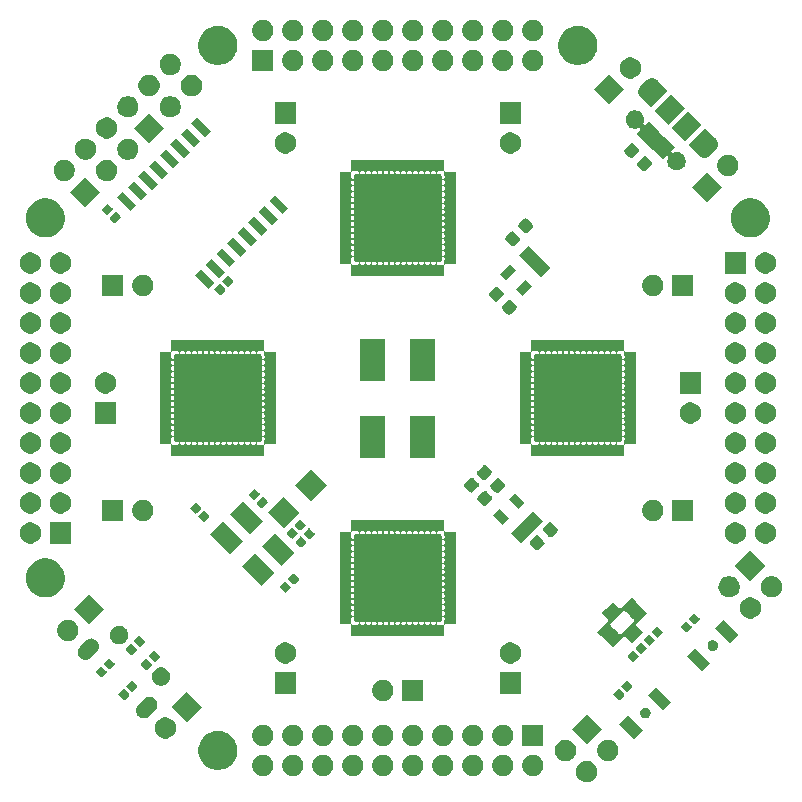
<source format=gbr>
G04 #@! TF.GenerationSoftware,KiCad,Pcbnew,5.1.5-52549c5~86~ubuntu16.04.1*
G04 #@! TF.CreationDate,2020-04-21T20:00:46+03:00*
G04 #@! TF.ProjectId,FreeEEG32-beta,46726565-4545-4473-9332-2d626574612e,rev?*
G04 #@! TF.SameCoordinates,Original*
G04 #@! TF.FileFunction,Soldermask,Top*
G04 #@! TF.FilePolarity,Negative*
%FSLAX46Y46*%
G04 Gerber Fmt 4.6, Leading zero omitted, Abs format (unit mm)*
G04 Created by KiCad (PCBNEW 5.1.5-52549c5~86~ubuntu16.04.1) date 2020-04-21 20:00:46*
%MOMM*%
%LPD*%
G04 APERTURE LIST*
%ADD10C,0.100000*%
G04 APERTURE END LIST*
D10*
G36*
X166097461Y-130744978D02*
G01*
X166246761Y-130774675D01*
X166410733Y-130842595D01*
X166558303Y-130941198D01*
X166683802Y-131066697D01*
X166782405Y-131214267D01*
X166850325Y-131378239D01*
X166884949Y-131552310D01*
X166884949Y-131729792D01*
X166850325Y-131903863D01*
X166782405Y-132067835D01*
X166683802Y-132215405D01*
X166558303Y-132340904D01*
X166410733Y-132439507D01*
X166246761Y-132507427D01*
X166097461Y-132537124D01*
X166072691Y-132542051D01*
X165895207Y-132542051D01*
X165870437Y-132537124D01*
X165721137Y-132507427D01*
X165557165Y-132439507D01*
X165409595Y-132340904D01*
X165284096Y-132215405D01*
X165185493Y-132067835D01*
X165117573Y-131903863D01*
X165082949Y-131729792D01*
X165082949Y-131552310D01*
X165117573Y-131378239D01*
X165185493Y-131214267D01*
X165284096Y-131066697D01*
X165409595Y-130941198D01*
X165557165Y-130842595D01*
X165721137Y-130774675D01*
X165870437Y-130744978D01*
X165895207Y-130740051D01*
X166072691Y-130740051D01*
X166097461Y-130744978D01*
G37*
G36*
X161543512Y-130218927D02*
G01*
X161692812Y-130248624D01*
X161856784Y-130316544D01*
X162004354Y-130415147D01*
X162129853Y-130540646D01*
X162228456Y-130688216D01*
X162296376Y-130852188D01*
X162331000Y-131026259D01*
X162331000Y-131203741D01*
X162296376Y-131377812D01*
X162228456Y-131541784D01*
X162129853Y-131689354D01*
X162004354Y-131814853D01*
X161856784Y-131913456D01*
X161692812Y-131981376D01*
X161543512Y-132011073D01*
X161518742Y-132016000D01*
X161341258Y-132016000D01*
X161316488Y-132011073D01*
X161167188Y-131981376D01*
X161003216Y-131913456D01*
X160855646Y-131814853D01*
X160730147Y-131689354D01*
X160631544Y-131541784D01*
X160563624Y-131377812D01*
X160529000Y-131203741D01*
X160529000Y-131026259D01*
X160563624Y-130852188D01*
X160631544Y-130688216D01*
X160730147Y-130540646D01*
X160855646Y-130415147D01*
X161003216Y-130316544D01*
X161167188Y-130248624D01*
X161316488Y-130218927D01*
X161341258Y-130214000D01*
X161518742Y-130214000D01*
X161543512Y-130218927D01*
G37*
G36*
X138683512Y-130218927D02*
G01*
X138832812Y-130248624D01*
X138996784Y-130316544D01*
X139144354Y-130415147D01*
X139269853Y-130540646D01*
X139368456Y-130688216D01*
X139436376Y-130852188D01*
X139471000Y-131026259D01*
X139471000Y-131203741D01*
X139436376Y-131377812D01*
X139368456Y-131541784D01*
X139269853Y-131689354D01*
X139144354Y-131814853D01*
X138996784Y-131913456D01*
X138832812Y-131981376D01*
X138683512Y-132011073D01*
X138658742Y-132016000D01*
X138481258Y-132016000D01*
X138456488Y-132011073D01*
X138307188Y-131981376D01*
X138143216Y-131913456D01*
X137995646Y-131814853D01*
X137870147Y-131689354D01*
X137771544Y-131541784D01*
X137703624Y-131377812D01*
X137669000Y-131203741D01*
X137669000Y-131026259D01*
X137703624Y-130852188D01*
X137771544Y-130688216D01*
X137870147Y-130540646D01*
X137995646Y-130415147D01*
X138143216Y-130316544D01*
X138307188Y-130248624D01*
X138456488Y-130218927D01*
X138481258Y-130214000D01*
X138658742Y-130214000D01*
X138683512Y-130218927D01*
G37*
G36*
X141223512Y-130218927D02*
G01*
X141372812Y-130248624D01*
X141536784Y-130316544D01*
X141684354Y-130415147D01*
X141809853Y-130540646D01*
X141908456Y-130688216D01*
X141976376Y-130852188D01*
X142011000Y-131026259D01*
X142011000Y-131203741D01*
X141976376Y-131377812D01*
X141908456Y-131541784D01*
X141809853Y-131689354D01*
X141684354Y-131814853D01*
X141536784Y-131913456D01*
X141372812Y-131981376D01*
X141223512Y-132011073D01*
X141198742Y-132016000D01*
X141021258Y-132016000D01*
X140996488Y-132011073D01*
X140847188Y-131981376D01*
X140683216Y-131913456D01*
X140535646Y-131814853D01*
X140410147Y-131689354D01*
X140311544Y-131541784D01*
X140243624Y-131377812D01*
X140209000Y-131203741D01*
X140209000Y-131026259D01*
X140243624Y-130852188D01*
X140311544Y-130688216D01*
X140410147Y-130540646D01*
X140535646Y-130415147D01*
X140683216Y-130316544D01*
X140847188Y-130248624D01*
X140996488Y-130218927D01*
X141021258Y-130214000D01*
X141198742Y-130214000D01*
X141223512Y-130218927D01*
G37*
G36*
X143763512Y-130218927D02*
G01*
X143912812Y-130248624D01*
X144076784Y-130316544D01*
X144224354Y-130415147D01*
X144349853Y-130540646D01*
X144448456Y-130688216D01*
X144516376Y-130852188D01*
X144551000Y-131026259D01*
X144551000Y-131203741D01*
X144516376Y-131377812D01*
X144448456Y-131541784D01*
X144349853Y-131689354D01*
X144224354Y-131814853D01*
X144076784Y-131913456D01*
X143912812Y-131981376D01*
X143763512Y-132011073D01*
X143738742Y-132016000D01*
X143561258Y-132016000D01*
X143536488Y-132011073D01*
X143387188Y-131981376D01*
X143223216Y-131913456D01*
X143075646Y-131814853D01*
X142950147Y-131689354D01*
X142851544Y-131541784D01*
X142783624Y-131377812D01*
X142749000Y-131203741D01*
X142749000Y-131026259D01*
X142783624Y-130852188D01*
X142851544Y-130688216D01*
X142950147Y-130540646D01*
X143075646Y-130415147D01*
X143223216Y-130316544D01*
X143387188Y-130248624D01*
X143536488Y-130218927D01*
X143561258Y-130214000D01*
X143738742Y-130214000D01*
X143763512Y-130218927D01*
G37*
G36*
X146303512Y-130218927D02*
G01*
X146452812Y-130248624D01*
X146616784Y-130316544D01*
X146764354Y-130415147D01*
X146889853Y-130540646D01*
X146988456Y-130688216D01*
X147056376Y-130852188D01*
X147091000Y-131026259D01*
X147091000Y-131203741D01*
X147056376Y-131377812D01*
X146988456Y-131541784D01*
X146889853Y-131689354D01*
X146764354Y-131814853D01*
X146616784Y-131913456D01*
X146452812Y-131981376D01*
X146303512Y-132011073D01*
X146278742Y-132016000D01*
X146101258Y-132016000D01*
X146076488Y-132011073D01*
X145927188Y-131981376D01*
X145763216Y-131913456D01*
X145615646Y-131814853D01*
X145490147Y-131689354D01*
X145391544Y-131541784D01*
X145323624Y-131377812D01*
X145289000Y-131203741D01*
X145289000Y-131026259D01*
X145323624Y-130852188D01*
X145391544Y-130688216D01*
X145490147Y-130540646D01*
X145615646Y-130415147D01*
X145763216Y-130316544D01*
X145927188Y-130248624D01*
X146076488Y-130218927D01*
X146101258Y-130214000D01*
X146278742Y-130214000D01*
X146303512Y-130218927D01*
G37*
G36*
X151383512Y-130218927D02*
G01*
X151532812Y-130248624D01*
X151696784Y-130316544D01*
X151844354Y-130415147D01*
X151969853Y-130540646D01*
X152068456Y-130688216D01*
X152136376Y-130852188D01*
X152171000Y-131026259D01*
X152171000Y-131203741D01*
X152136376Y-131377812D01*
X152068456Y-131541784D01*
X151969853Y-131689354D01*
X151844354Y-131814853D01*
X151696784Y-131913456D01*
X151532812Y-131981376D01*
X151383512Y-132011073D01*
X151358742Y-132016000D01*
X151181258Y-132016000D01*
X151156488Y-132011073D01*
X151007188Y-131981376D01*
X150843216Y-131913456D01*
X150695646Y-131814853D01*
X150570147Y-131689354D01*
X150471544Y-131541784D01*
X150403624Y-131377812D01*
X150369000Y-131203741D01*
X150369000Y-131026259D01*
X150403624Y-130852188D01*
X150471544Y-130688216D01*
X150570147Y-130540646D01*
X150695646Y-130415147D01*
X150843216Y-130316544D01*
X151007188Y-130248624D01*
X151156488Y-130218927D01*
X151181258Y-130214000D01*
X151358742Y-130214000D01*
X151383512Y-130218927D01*
G37*
G36*
X153923512Y-130218927D02*
G01*
X154072812Y-130248624D01*
X154236784Y-130316544D01*
X154384354Y-130415147D01*
X154509853Y-130540646D01*
X154608456Y-130688216D01*
X154676376Y-130852188D01*
X154711000Y-131026259D01*
X154711000Y-131203741D01*
X154676376Y-131377812D01*
X154608456Y-131541784D01*
X154509853Y-131689354D01*
X154384354Y-131814853D01*
X154236784Y-131913456D01*
X154072812Y-131981376D01*
X153923512Y-132011073D01*
X153898742Y-132016000D01*
X153721258Y-132016000D01*
X153696488Y-132011073D01*
X153547188Y-131981376D01*
X153383216Y-131913456D01*
X153235646Y-131814853D01*
X153110147Y-131689354D01*
X153011544Y-131541784D01*
X152943624Y-131377812D01*
X152909000Y-131203741D01*
X152909000Y-131026259D01*
X152943624Y-130852188D01*
X153011544Y-130688216D01*
X153110147Y-130540646D01*
X153235646Y-130415147D01*
X153383216Y-130316544D01*
X153547188Y-130248624D01*
X153696488Y-130218927D01*
X153721258Y-130214000D01*
X153898742Y-130214000D01*
X153923512Y-130218927D01*
G37*
G36*
X156463512Y-130218927D02*
G01*
X156612812Y-130248624D01*
X156776784Y-130316544D01*
X156924354Y-130415147D01*
X157049853Y-130540646D01*
X157148456Y-130688216D01*
X157216376Y-130852188D01*
X157251000Y-131026259D01*
X157251000Y-131203741D01*
X157216376Y-131377812D01*
X157148456Y-131541784D01*
X157049853Y-131689354D01*
X156924354Y-131814853D01*
X156776784Y-131913456D01*
X156612812Y-131981376D01*
X156463512Y-132011073D01*
X156438742Y-132016000D01*
X156261258Y-132016000D01*
X156236488Y-132011073D01*
X156087188Y-131981376D01*
X155923216Y-131913456D01*
X155775646Y-131814853D01*
X155650147Y-131689354D01*
X155551544Y-131541784D01*
X155483624Y-131377812D01*
X155449000Y-131203741D01*
X155449000Y-131026259D01*
X155483624Y-130852188D01*
X155551544Y-130688216D01*
X155650147Y-130540646D01*
X155775646Y-130415147D01*
X155923216Y-130316544D01*
X156087188Y-130248624D01*
X156236488Y-130218927D01*
X156261258Y-130214000D01*
X156438742Y-130214000D01*
X156463512Y-130218927D01*
G37*
G36*
X159003512Y-130218927D02*
G01*
X159152812Y-130248624D01*
X159316784Y-130316544D01*
X159464354Y-130415147D01*
X159589853Y-130540646D01*
X159688456Y-130688216D01*
X159756376Y-130852188D01*
X159791000Y-131026259D01*
X159791000Y-131203741D01*
X159756376Y-131377812D01*
X159688456Y-131541784D01*
X159589853Y-131689354D01*
X159464354Y-131814853D01*
X159316784Y-131913456D01*
X159152812Y-131981376D01*
X159003512Y-132011073D01*
X158978742Y-132016000D01*
X158801258Y-132016000D01*
X158776488Y-132011073D01*
X158627188Y-131981376D01*
X158463216Y-131913456D01*
X158315646Y-131814853D01*
X158190147Y-131689354D01*
X158091544Y-131541784D01*
X158023624Y-131377812D01*
X157989000Y-131203741D01*
X157989000Y-131026259D01*
X158023624Y-130852188D01*
X158091544Y-130688216D01*
X158190147Y-130540646D01*
X158315646Y-130415147D01*
X158463216Y-130316544D01*
X158627188Y-130248624D01*
X158776488Y-130218927D01*
X158801258Y-130214000D01*
X158978742Y-130214000D01*
X159003512Y-130218927D01*
G37*
G36*
X148843512Y-130218927D02*
G01*
X148992812Y-130248624D01*
X149156784Y-130316544D01*
X149304354Y-130415147D01*
X149429853Y-130540646D01*
X149528456Y-130688216D01*
X149596376Y-130852188D01*
X149631000Y-131026259D01*
X149631000Y-131203741D01*
X149596376Y-131377812D01*
X149528456Y-131541784D01*
X149429853Y-131689354D01*
X149304354Y-131814853D01*
X149156784Y-131913456D01*
X148992812Y-131981376D01*
X148843512Y-132011073D01*
X148818742Y-132016000D01*
X148641258Y-132016000D01*
X148616488Y-132011073D01*
X148467188Y-131981376D01*
X148303216Y-131913456D01*
X148155646Y-131814853D01*
X148030147Y-131689354D01*
X147931544Y-131541784D01*
X147863624Y-131377812D01*
X147829000Y-131203741D01*
X147829000Y-131026259D01*
X147863624Y-130852188D01*
X147931544Y-130688216D01*
X148030147Y-130540646D01*
X148155646Y-130415147D01*
X148303216Y-130316544D01*
X148467188Y-130248624D01*
X148616488Y-130218927D01*
X148641258Y-130214000D01*
X148818742Y-130214000D01*
X148843512Y-130218927D01*
G37*
G36*
X135135256Y-128236298D02*
G01*
X135241579Y-128257447D01*
X135542042Y-128381903D01*
X135812451Y-128562585D01*
X136042415Y-128792549D01*
X136223097Y-129062958D01*
X136309125Y-129270647D01*
X136347553Y-129363422D01*
X136411000Y-129682389D01*
X136411000Y-130007611D01*
X136369946Y-130214000D01*
X136347553Y-130326579D01*
X136223097Y-130627042D01*
X136042415Y-130897451D01*
X135812451Y-131127415D01*
X135542042Y-131308097D01*
X135241579Y-131432553D01*
X135135256Y-131453702D01*
X134922611Y-131496000D01*
X134597389Y-131496000D01*
X134384744Y-131453702D01*
X134278421Y-131432553D01*
X133977958Y-131308097D01*
X133707549Y-131127415D01*
X133477585Y-130897451D01*
X133296903Y-130627042D01*
X133172447Y-130326579D01*
X133150054Y-130214000D01*
X133109000Y-130007611D01*
X133109000Y-129682389D01*
X133172447Y-129363422D01*
X133210876Y-129270647D01*
X133296903Y-129062958D01*
X133477585Y-128792549D01*
X133707549Y-128562585D01*
X133977958Y-128381903D01*
X134278421Y-128257447D01*
X134384744Y-128236298D01*
X134597389Y-128194000D01*
X134922611Y-128194000D01*
X135135256Y-128236298D01*
G37*
G36*
X164301410Y-128948927D02*
G01*
X164450710Y-128978624D01*
X164614682Y-129046544D01*
X164762252Y-129145147D01*
X164887751Y-129270646D01*
X164986354Y-129418216D01*
X165054274Y-129582188D01*
X165088898Y-129756259D01*
X165088898Y-129933741D01*
X165054274Y-130107812D01*
X164986354Y-130271784D01*
X164887751Y-130419354D01*
X164762252Y-130544853D01*
X164614682Y-130643456D01*
X164450710Y-130711376D01*
X164306547Y-130740051D01*
X164276640Y-130746000D01*
X164099156Y-130746000D01*
X164069249Y-130740051D01*
X163925086Y-130711376D01*
X163761114Y-130643456D01*
X163613544Y-130544853D01*
X163488045Y-130419354D01*
X163389442Y-130271784D01*
X163321522Y-130107812D01*
X163286898Y-129933741D01*
X163286898Y-129756259D01*
X163321522Y-129582188D01*
X163389442Y-129418216D01*
X163488045Y-129270646D01*
X163613544Y-129145147D01*
X163761114Y-129046544D01*
X163925086Y-128978624D01*
X164074386Y-128948927D01*
X164099156Y-128944000D01*
X164276640Y-128944000D01*
X164301410Y-128948927D01*
G37*
G36*
X167893512Y-128948927D02*
G01*
X168042812Y-128978624D01*
X168206784Y-129046544D01*
X168354354Y-129145147D01*
X168479853Y-129270646D01*
X168578456Y-129418216D01*
X168646376Y-129582188D01*
X168681000Y-129756259D01*
X168681000Y-129933741D01*
X168646376Y-130107812D01*
X168578456Y-130271784D01*
X168479853Y-130419354D01*
X168354354Y-130544853D01*
X168206784Y-130643456D01*
X168042812Y-130711376D01*
X167898649Y-130740051D01*
X167868742Y-130746000D01*
X167691258Y-130746000D01*
X167661351Y-130740051D01*
X167517188Y-130711376D01*
X167353216Y-130643456D01*
X167205646Y-130544853D01*
X167080147Y-130419354D01*
X166981544Y-130271784D01*
X166913624Y-130107812D01*
X166879000Y-129933741D01*
X166879000Y-129756259D01*
X166913624Y-129582188D01*
X166981544Y-129418216D01*
X167080147Y-129270646D01*
X167205646Y-129145147D01*
X167353216Y-129046544D01*
X167517188Y-128978624D01*
X167666488Y-128948927D01*
X167691258Y-128944000D01*
X167868742Y-128944000D01*
X167893512Y-128948927D01*
G37*
G36*
X141214769Y-127677188D02*
G01*
X141372812Y-127708624D01*
X141536784Y-127776544D01*
X141684354Y-127875147D01*
X141809853Y-128000646D01*
X141908456Y-128148216D01*
X141976376Y-128312188D01*
X142011000Y-128486259D01*
X142011000Y-128663741D01*
X141976376Y-128837812D01*
X141908456Y-129001784D01*
X141809853Y-129149354D01*
X141684354Y-129274853D01*
X141536784Y-129373456D01*
X141372812Y-129441376D01*
X141223512Y-129471073D01*
X141198742Y-129476000D01*
X141021258Y-129476000D01*
X140996488Y-129471073D01*
X140847188Y-129441376D01*
X140683216Y-129373456D01*
X140535646Y-129274853D01*
X140410147Y-129149354D01*
X140311544Y-129001784D01*
X140243624Y-128837812D01*
X140209000Y-128663741D01*
X140209000Y-128486259D01*
X140243624Y-128312188D01*
X140311544Y-128148216D01*
X140410147Y-128000646D01*
X140535646Y-127875147D01*
X140683216Y-127776544D01*
X140847188Y-127708624D01*
X141005231Y-127677188D01*
X141021258Y-127674000D01*
X141198742Y-127674000D01*
X141214769Y-127677188D01*
G37*
G36*
X138674769Y-127677188D02*
G01*
X138832812Y-127708624D01*
X138996784Y-127776544D01*
X139144354Y-127875147D01*
X139269853Y-128000646D01*
X139368456Y-128148216D01*
X139436376Y-128312188D01*
X139471000Y-128486259D01*
X139471000Y-128663741D01*
X139436376Y-128837812D01*
X139368456Y-129001784D01*
X139269853Y-129149354D01*
X139144354Y-129274853D01*
X138996784Y-129373456D01*
X138832812Y-129441376D01*
X138683512Y-129471073D01*
X138658742Y-129476000D01*
X138481258Y-129476000D01*
X138456488Y-129471073D01*
X138307188Y-129441376D01*
X138143216Y-129373456D01*
X137995646Y-129274853D01*
X137870147Y-129149354D01*
X137771544Y-129001784D01*
X137703624Y-128837812D01*
X137669000Y-128663741D01*
X137669000Y-128486259D01*
X137703624Y-128312188D01*
X137771544Y-128148216D01*
X137870147Y-128000646D01*
X137995646Y-127875147D01*
X138143216Y-127776544D01*
X138307188Y-127708624D01*
X138465231Y-127677188D01*
X138481258Y-127674000D01*
X138658742Y-127674000D01*
X138674769Y-127677188D01*
G37*
G36*
X143754769Y-127677188D02*
G01*
X143912812Y-127708624D01*
X144076784Y-127776544D01*
X144224354Y-127875147D01*
X144349853Y-128000646D01*
X144448456Y-128148216D01*
X144516376Y-128312188D01*
X144551000Y-128486259D01*
X144551000Y-128663741D01*
X144516376Y-128837812D01*
X144448456Y-129001784D01*
X144349853Y-129149354D01*
X144224354Y-129274853D01*
X144076784Y-129373456D01*
X143912812Y-129441376D01*
X143763512Y-129471073D01*
X143738742Y-129476000D01*
X143561258Y-129476000D01*
X143536488Y-129471073D01*
X143387188Y-129441376D01*
X143223216Y-129373456D01*
X143075646Y-129274853D01*
X142950147Y-129149354D01*
X142851544Y-129001784D01*
X142783624Y-128837812D01*
X142749000Y-128663741D01*
X142749000Y-128486259D01*
X142783624Y-128312188D01*
X142851544Y-128148216D01*
X142950147Y-128000646D01*
X143075646Y-127875147D01*
X143223216Y-127776544D01*
X143387188Y-127708624D01*
X143545231Y-127677188D01*
X143561258Y-127674000D01*
X143738742Y-127674000D01*
X143754769Y-127677188D01*
G37*
G36*
X146294769Y-127677188D02*
G01*
X146452812Y-127708624D01*
X146616784Y-127776544D01*
X146764354Y-127875147D01*
X146889853Y-128000646D01*
X146988456Y-128148216D01*
X147056376Y-128312188D01*
X147091000Y-128486259D01*
X147091000Y-128663741D01*
X147056376Y-128837812D01*
X146988456Y-129001784D01*
X146889853Y-129149354D01*
X146764354Y-129274853D01*
X146616784Y-129373456D01*
X146452812Y-129441376D01*
X146303512Y-129471073D01*
X146278742Y-129476000D01*
X146101258Y-129476000D01*
X146076488Y-129471073D01*
X145927188Y-129441376D01*
X145763216Y-129373456D01*
X145615646Y-129274853D01*
X145490147Y-129149354D01*
X145391544Y-129001784D01*
X145323624Y-128837812D01*
X145289000Y-128663741D01*
X145289000Y-128486259D01*
X145323624Y-128312188D01*
X145391544Y-128148216D01*
X145490147Y-128000646D01*
X145615646Y-127875147D01*
X145763216Y-127776544D01*
X145927188Y-127708624D01*
X146085231Y-127677188D01*
X146101258Y-127674000D01*
X146278742Y-127674000D01*
X146294769Y-127677188D01*
G37*
G36*
X148834769Y-127677188D02*
G01*
X148992812Y-127708624D01*
X149156784Y-127776544D01*
X149304354Y-127875147D01*
X149429853Y-128000646D01*
X149528456Y-128148216D01*
X149596376Y-128312188D01*
X149631000Y-128486259D01*
X149631000Y-128663741D01*
X149596376Y-128837812D01*
X149528456Y-129001784D01*
X149429853Y-129149354D01*
X149304354Y-129274853D01*
X149156784Y-129373456D01*
X148992812Y-129441376D01*
X148843512Y-129471073D01*
X148818742Y-129476000D01*
X148641258Y-129476000D01*
X148616488Y-129471073D01*
X148467188Y-129441376D01*
X148303216Y-129373456D01*
X148155646Y-129274853D01*
X148030147Y-129149354D01*
X147931544Y-129001784D01*
X147863624Y-128837812D01*
X147829000Y-128663741D01*
X147829000Y-128486259D01*
X147863624Y-128312188D01*
X147931544Y-128148216D01*
X148030147Y-128000646D01*
X148155646Y-127875147D01*
X148303216Y-127776544D01*
X148467188Y-127708624D01*
X148625231Y-127677188D01*
X148641258Y-127674000D01*
X148818742Y-127674000D01*
X148834769Y-127677188D01*
G37*
G36*
X153914769Y-127677188D02*
G01*
X154072812Y-127708624D01*
X154236784Y-127776544D01*
X154384354Y-127875147D01*
X154509853Y-128000646D01*
X154608456Y-128148216D01*
X154676376Y-128312188D01*
X154711000Y-128486259D01*
X154711000Y-128663741D01*
X154676376Y-128837812D01*
X154608456Y-129001784D01*
X154509853Y-129149354D01*
X154384354Y-129274853D01*
X154236784Y-129373456D01*
X154072812Y-129441376D01*
X153923512Y-129471073D01*
X153898742Y-129476000D01*
X153721258Y-129476000D01*
X153696488Y-129471073D01*
X153547188Y-129441376D01*
X153383216Y-129373456D01*
X153235646Y-129274853D01*
X153110147Y-129149354D01*
X153011544Y-129001784D01*
X152943624Y-128837812D01*
X152909000Y-128663741D01*
X152909000Y-128486259D01*
X152943624Y-128312188D01*
X153011544Y-128148216D01*
X153110147Y-128000646D01*
X153235646Y-127875147D01*
X153383216Y-127776544D01*
X153547188Y-127708624D01*
X153705231Y-127677188D01*
X153721258Y-127674000D01*
X153898742Y-127674000D01*
X153914769Y-127677188D01*
G37*
G36*
X156454769Y-127677188D02*
G01*
X156612812Y-127708624D01*
X156776784Y-127776544D01*
X156924354Y-127875147D01*
X157049853Y-128000646D01*
X157148456Y-128148216D01*
X157216376Y-128312188D01*
X157251000Y-128486259D01*
X157251000Y-128663741D01*
X157216376Y-128837812D01*
X157148456Y-129001784D01*
X157049853Y-129149354D01*
X156924354Y-129274853D01*
X156776784Y-129373456D01*
X156612812Y-129441376D01*
X156463512Y-129471073D01*
X156438742Y-129476000D01*
X156261258Y-129476000D01*
X156236488Y-129471073D01*
X156087188Y-129441376D01*
X155923216Y-129373456D01*
X155775646Y-129274853D01*
X155650147Y-129149354D01*
X155551544Y-129001784D01*
X155483624Y-128837812D01*
X155449000Y-128663741D01*
X155449000Y-128486259D01*
X155483624Y-128312188D01*
X155551544Y-128148216D01*
X155650147Y-128000646D01*
X155775646Y-127875147D01*
X155923216Y-127776544D01*
X156087188Y-127708624D01*
X156245231Y-127677188D01*
X156261258Y-127674000D01*
X156438742Y-127674000D01*
X156454769Y-127677188D01*
G37*
G36*
X158994769Y-127677188D02*
G01*
X159152812Y-127708624D01*
X159316784Y-127776544D01*
X159464354Y-127875147D01*
X159589853Y-128000646D01*
X159688456Y-128148216D01*
X159756376Y-128312188D01*
X159791000Y-128486259D01*
X159791000Y-128663741D01*
X159756376Y-128837812D01*
X159688456Y-129001784D01*
X159589853Y-129149354D01*
X159464354Y-129274853D01*
X159316784Y-129373456D01*
X159152812Y-129441376D01*
X159003512Y-129471073D01*
X158978742Y-129476000D01*
X158801258Y-129476000D01*
X158776488Y-129471073D01*
X158627188Y-129441376D01*
X158463216Y-129373456D01*
X158315646Y-129274853D01*
X158190147Y-129149354D01*
X158091544Y-129001784D01*
X158023624Y-128837812D01*
X157989000Y-128663741D01*
X157989000Y-128486259D01*
X158023624Y-128312188D01*
X158091544Y-128148216D01*
X158190147Y-128000646D01*
X158315646Y-127875147D01*
X158463216Y-127776544D01*
X158627188Y-127708624D01*
X158785231Y-127677188D01*
X158801258Y-127674000D01*
X158978742Y-127674000D01*
X158994769Y-127677188D01*
G37*
G36*
X162331000Y-129476000D02*
G01*
X160529000Y-129476000D01*
X160529000Y-127674000D01*
X162331000Y-127674000D01*
X162331000Y-129476000D01*
G37*
G36*
X151374769Y-127677188D02*
G01*
X151532812Y-127708624D01*
X151696784Y-127776544D01*
X151844354Y-127875147D01*
X151969853Y-128000646D01*
X152068456Y-128148216D01*
X152136376Y-128312188D01*
X152171000Y-128486259D01*
X152171000Y-128663741D01*
X152136376Y-128837812D01*
X152068456Y-129001784D01*
X151969853Y-129149354D01*
X151844354Y-129274853D01*
X151696784Y-129373456D01*
X151532812Y-129441376D01*
X151383512Y-129471073D01*
X151358742Y-129476000D01*
X151181258Y-129476000D01*
X151156488Y-129471073D01*
X151007188Y-129441376D01*
X150843216Y-129373456D01*
X150695646Y-129274853D01*
X150570147Y-129149354D01*
X150471544Y-129001784D01*
X150403624Y-128837812D01*
X150369000Y-128663741D01*
X150369000Y-128486259D01*
X150403624Y-128312188D01*
X150471544Y-128148216D01*
X150570147Y-128000646D01*
X150695646Y-127875147D01*
X150843216Y-127776544D01*
X151007188Y-127708624D01*
X151165231Y-127677188D01*
X151181258Y-127674000D01*
X151358742Y-127674000D01*
X151374769Y-127677188D01*
G37*
G36*
X167258155Y-128048949D02*
G01*
X165983949Y-129323155D01*
X164709743Y-128048949D01*
X165983949Y-126774743D01*
X167258155Y-128048949D01*
G37*
G36*
X170744282Y-128154925D02*
G01*
X170035761Y-128863446D01*
X168761554Y-127589239D01*
X169470075Y-126880718D01*
X170744282Y-128154925D01*
G37*
G36*
X130428512Y-127043927D02*
G01*
X130577812Y-127073624D01*
X130741784Y-127141544D01*
X130889354Y-127240147D01*
X131014853Y-127365646D01*
X131113456Y-127513216D01*
X131181376Y-127677188D01*
X131211073Y-127826488D01*
X131216000Y-127851258D01*
X131216000Y-128028742D01*
X131211073Y-128053512D01*
X131181376Y-128202812D01*
X131113456Y-128366784D01*
X131014853Y-128514354D01*
X130889354Y-128639853D01*
X130741784Y-128738456D01*
X130577812Y-128806376D01*
X130428512Y-128836073D01*
X130403742Y-128841000D01*
X130226258Y-128841000D01*
X130201488Y-128836073D01*
X130052188Y-128806376D01*
X129888216Y-128738456D01*
X129740646Y-128639853D01*
X129615147Y-128514354D01*
X129516544Y-128366784D01*
X129448624Y-128202812D01*
X129418927Y-128053512D01*
X129414000Y-128028742D01*
X129414000Y-127851258D01*
X129418927Y-127826488D01*
X129448624Y-127677188D01*
X129516544Y-127513216D01*
X129615147Y-127365646D01*
X129740646Y-127240147D01*
X129888216Y-127141544D01*
X130052188Y-127073624D01*
X130201488Y-127043927D01*
X130226258Y-127039000D01*
X130403742Y-127039000D01*
X130428512Y-127043927D01*
G37*
G36*
X133385257Y-126143949D02*
G01*
X132111051Y-127418155D01*
X130836845Y-126143949D01*
X132111051Y-124869743D01*
X133385257Y-126143949D01*
G37*
G36*
X171086552Y-126236331D02*
G01*
X171168627Y-126270328D01*
X171168629Y-126270329D01*
X171205813Y-126295175D01*
X171242495Y-126319685D01*
X171305315Y-126382505D01*
X171354672Y-126456373D01*
X171388669Y-126538448D01*
X171406000Y-126625579D01*
X171406000Y-126714421D01*
X171388669Y-126801552D01*
X171354672Y-126883627D01*
X171354671Y-126883629D01*
X171305314Y-126957496D01*
X171242496Y-127020314D01*
X171168629Y-127069671D01*
X171168628Y-127069672D01*
X171168627Y-127069672D01*
X171086552Y-127103669D01*
X170999421Y-127121000D01*
X170910579Y-127121000D01*
X170823448Y-127103669D01*
X170741373Y-127069672D01*
X170741372Y-127069672D01*
X170741371Y-127069671D01*
X170667504Y-127020314D01*
X170604686Y-126957496D01*
X170555329Y-126883629D01*
X170555328Y-126883627D01*
X170521331Y-126801552D01*
X170504000Y-126714421D01*
X170504000Y-126625579D01*
X170521331Y-126538448D01*
X170555328Y-126456373D01*
X170604685Y-126382505D01*
X170667505Y-126319685D01*
X170704187Y-126295175D01*
X170741371Y-126270329D01*
X170741373Y-126270328D01*
X170823448Y-126236331D01*
X170910579Y-126219000D01*
X170999421Y-126219000D01*
X171086552Y-126236331D01*
G37*
G36*
X129114932Y-125320851D02*
G01*
X129237648Y-125358076D01*
X129350742Y-125418526D01*
X129449869Y-125499878D01*
X129531221Y-125599005D01*
X129591671Y-125712099D01*
X129628896Y-125834815D01*
X129641465Y-125962431D01*
X129628896Y-126090047D01*
X129628895Y-126090049D01*
X129591671Y-126212764D01*
X129531221Y-126325857D01*
X129470250Y-126400150D01*
X128930060Y-126940339D01*
X128855768Y-127001310D01*
X128813201Y-127024062D01*
X128742674Y-127061760D01*
X128619958Y-127098985D01*
X128492342Y-127111554D01*
X128364726Y-127098985D01*
X128242010Y-127061760D01*
X128185463Y-127031534D01*
X128128916Y-127001310D01*
X128029789Y-126919958D01*
X127948437Y-126820831D01*
X127887987Y-126707737D01*
X127850762Y-126585021D01*
X127838193Y-126457405D01*
X127850762Y-126329789D01*
X127887987Y-126207073D01*
X127925685Y-126136546D01*
X127948437Y-126093979D01*
X128009408Y-126019687D01*
X128549597Y-125479497D01*
X128623890Y-125418526D01*
X128736983Y-125358076D01*
X128859700Y-125320851D01*
X128987316Y-125308282D01*
X129114932Y-125320851D01*
G37*
G36*
X173148446Y-125750761D02*
G01*
X172439925Y-126459282D01*
X171165718Y-125185075D01*
X171874239Y-124476554D01*
X173148446Y-125750761D01*
G37*
G36*
X152171000Y-125666000D02*
G01*
X150369000Y-125666000D01*
X150369000Y-123864000D01*
X152171000Y-123864000D01*
X152171000Y-125666000D01*
G37*
G36*
X148843512Y-123868927D02*
G01*
X148992812Y-123898624D01*
X149156784Y-123966544D01*
X149304354Y-124065147D01*
X149429853Y-124190646D01*
X149528456Y-124338216D01*
X149596376Y-124502188D01*
X149625245Y-124647327D01*
X149631000Y-124676258D01*
X149631000Y-124853742D01*
X149630274Y-124857390D01*
X149596376Y-125027812D01*
X149528456Y-125191784D01*
X149429853Y-125339354D01*
X149304354Y-125464853D01*
X149156784Y-125563456D01*
X148992812Y-125631376D01*
X148843512Y-125661073D01*
X148818742Y-125666000D01*
X148641258Y-125666000D01*
X148616488Y-125661073D01*
X148467188Y-125631376D01*
X148303216Y-125563456D01*
X148155646Y-125464853D01*
X148030147Y-125339354D01*
X147931544Y-125191784D01*
X147863624Y-125027812D01*
X147829726Y-124857390D01*
X147829000Y-124853742D01*
X147829000Y-124676258D01*
X147834755Y-124647327D01*
X147863624Y-124502188D01*
X147931544Y-124338216D01*
X148030147Y-124190646D01*
X148155646Y-124065147D01*
X148303216Y-123966544D01*
X148467188Y-123898624D01*
X148616488Y-123868927D01*
X148641258Y-123864000D01*
X148818742Y-123864000D01*
X148843512Y-123868927D01*
G37*
G36*
X168710813Y-124649438D02*
G01*
X168731432Y-124655693D01*
X168750428Y-124665846D01*
X168771849Y-124683426D01*
X169131574Y-125043151D01*
X169149154Y-125064572D01*
X169159307Y-125083568D01*
X169165562Y-125104187D01*
X169167673Y-125125625D01*
X169165562Y-125147063D01*
X169159307Y-125167682D01*
X169149154Y-125186678D01*
X169131574Y-125208099D01*
X168807205Y-125532468D01*
X168785784Y-125550048D01*
X168766788Y-125560201D01*
X168746169Y-125566456D01*
X168724731Y-125568567D01*
X168703293Y-125566456D01*
X168682674Y-125560201D01*
X168663678Y-125550048D01*
X168642257Y-125532468D01*
X168282532Y-125172743D01*
X168264952Y-125151322D01*
X168254799Y-125132326D01*
X168248544Y-125111707D01*
X168246433Y-125090269D01*
X168248544Y-125068831D01*
X168254799Y-125048212D01*
X168264952Y-125029216D01*
X168282532Y-125007795D01*
X168606901Y-124683426D01*
X168628322Y-124665846D01*
X168647318Y-124655693D01*
X168667937Y-124649438D01*
X168689375Y-124647327D01*
X168710813Y-124649438D01*
G37*
G36*
X126800813Y-124649438D02*
G01*
X126821432Y-124655693D01*
X126840428Y-124665846D01*
X126861849Y-124683426D01*
X127221574Y-125043151D01*
X127239154Y-125064572D01*
X127249307Y-125083568D01*
X127255562Y-125104187D01*
X127257673Y-125125625D01*
X127255562Y-125147063D01*
X127249307Y-125167682D01*
X127239154Y-125186678D01*
X127221574Y-125208099D01*
X126897205Y-125532468D01*
X126875784Y-125550048D01*
X126856788Y-125560201D01*
X126836169Y-125566456D01*
X126814731Y-125568567D01*
X126793293Y-125566456D01*
X126772674Y-125560201D01*
X126753678Y-125550048D01*
X126732257Y-125532468D01*
X126372532Y-125172743D01*
X126354952Y-125151322D01*
X126344799Y-125132326D01*
X126338544Y-125111707D01*
X126336433Y-125090269D01*
X126338544Y-125068831D01*
X126344799Y-125048212D01*
X126354952Y-125029216D01*
X126372532Y-125007795D01*
X126696901Y-124683426D01*
X126718322Y-124665846D01*
X126737318Y-124655693D01*
X126757937Y-124649438D01*
X126779375Y-124647327D01*
X126800813Y-124649438D01*
G37*
G36*
X141376000Y-125031000D02*
G01*
X139574000Y-125031000D01*
X139574000Y-123229000D01*
X141376000Y-123229000D01*
X141376000Y-125031000D01*
G37*
G36*
X160426000Y-125031000D02*
G01*
X158624000Y-125031000D01*
X158624000Y-123229000D01*
X160426000Y-123229000D01*
X160426000Y-125031000D01*
G37*
G36*
X127486707Y-123963544D02*
G01*
X127507326Y-123969799D01*
X127526322Y-123979952D01*
X127547743Y-123997532D01*
X127907468Y-124357257D01*
X127925048Y-124378678D01*
X127935201Y-124397674D01*
X127941456Y-124418293D01*
X127943567Y-124439731D01*
X127941456Y-124461169D01*
X127935201Y-124481788D01*
X127925048Y-124500784D01*
X127907468Y-124522205D01*
X127583099Y-124846574D01*
X127561678Y-124864154D01*
X127542682Y-124874307D01*
X127522063Y-124880562D01*
X127500625Y-124882673D01*
X127479187Y-124880562D01*
X127458568Y-124874307D01*
X127439572Y-124864154D01*
X127418151Y-124846574D01*
X127058426Y-124486849D01*
X127040846Y-124465428D01*
X127030693Y-124446432D01*
X127024438Y-124425813D01*
X127022327Y-124404375D01*
X127024438Y-124382937D01*
X127030693Y-124362318D01*
X127040846Y-124343322D01*
X127058426Y-124321901D01*
X127382795Y-123997532D01*
X127404216Y-123979952D01*
X127423212Y-123969799D01*
X127443831Y-123963544D01*
X127465269Y-123961433D01*
X127486707Y-123963544D01*
G37*
G36*
X169396707Y-123963544D02*
G01*
X169417326Y-123969799D01*
X169436322Y-123979952D01*
X169457743Y-123997532D01*
X169817468Y-124357257D01*
X169835048Y-124378678D01*
X169845201Y-124397674D01*
X169851456Y-124418293D01*
X169853567Y-124439731D01*
X169851456Y-124461169D01*
X169845201Y-124481788D01*
X169835048Y-124500784D01*
X169817468Y-124522205D01*
X169493099Y-124846574D01*
X169471678Y-124864154D01*
X169452682Y-124874307D01*
X169432063Y-124880562D01*
X169410625Y-124882673D01*
X169389187Y-124880562D01*
X169368568Y-124874307D01*
X169349572Y-124864154D01*
X169328151Y-124846574D01*
X168968426Y-124486849D01*
X168950846Y-124465428D01*
X168940693Y-124446432D01*
X168934438Y-124425813D01*
X168932327Y-124404375D01*
X168934438Y-124382937D01*
X168940693Y-124362318D01*
X168950846Y-124343322D01*
X168968426Y-124321901D01*
X169292795Y-123997532D01*
X169314216Y-123979952D01*
X169333212Y-123969799D01*
X169353831Y-123963544D01*
X169375269Y-123961433D01*
X169396707Y-123963544D01*
G37*
G36*
X130168259Y-122847443D02*
G01*
X130168261Y-122847444D01*
X130168262Y-122847444D01*
X130309485Y-122905940D01*
X130309488Y-122905942D01*
X130436580Y-122990862D01*
X130544672Y-123098954D01*
X130588021Y-123163831D01*
X130629594Y-123226049D01*
X130688090Y-123367272D01*
X130717911Y-123517194D01*
X130717911Y-123670052D01*
X130688090Y-123819974D01*
X130629594Y-123961197D01*
X130629592Y-123961200D01*
X130544672Y-124088292D01*
X130436580Y-124196384D01*
X130309488Y-124281304D01*
X130309485Y-124281306D01*
X130168262Y-124339802D01*
X130168261Y-124339802D01*
X130168259Y-124339803D01*
X130018342Y-124369623D01*
X129865480Y-124369623D01*
X129715563Y-124339803D01*
X129715561Y-124339802D01*
X129715560Y-124339802D01*
X129574337Y-124281306D01*
X129574334Y-124281304D01*
X129447242Y-124196384D01*
X129339150Y-124088292D01*
X129254230Y-123961200D01*
X129254228Y-123961197D01*
X129195732Y-123819974D01*
X129165911Y-123670052D01*
X129165911Y-123517194D01*
X129195732Y-123367272D01*
X129254228Y-123226049D01*
X129295801Y-123163831D01*
X129339150Y-123098954D01*
X129447242Y-122990862D01*
X129574334Y-122905942D01*
X129574337Y-122905940D01*
X129715560Y-122847444D01*
X129715561Y-122847444D01*
X129715563Y-122847443D01*
X129865480Y-122817623D01*
X130018342Y-122817623D01*
X130168259Y-122847443D01*
G37*
G36*
X124895813Y-122744438D02*
G01*
X124916432Y-122750693D01*
X124935428Y-122760846D01*
X124956849Y-122778426D01*
X125316574Y-123138151D01*
X125334154Y-123159572D01*
X125344307Y-123178568D01*
X125350562Y-123199187D01*
X125352673Y-123220625D01*
X125350562Y-123242063D01*
X125344307Y-123262682D01*
X125334154Y-123281678D01*
X125316574Y-123303099D01*
X124992205Y-123627468D01*
X124970784Y-123645048D01*
X124951788Y-123655201D01*
X124931169Y-123661456D01*
X124909731Y-123663567D01*
X124888293Y-123661456D01*
X124867674Y-123655201D01*
X124848678Y-123645048D01*
X124827257Y-123627468D01*
X124467532Y-123267743D01*
X124449952Y-123246322D01*
X124439799Y-123227326D01*
X124433544Y-123206707D01*
X124431433Y-123185269D01*
X124433544Y-123163831D01*
X124439799Y-123143212D01*
X124449952Y-123124216D01*
X124467532Y-123102795D01*
X124791901Y-122778426D01*
X124813322Y-122760846D01*
X124832318Y-122750693D01*
X124852937Y-122744438D01*
X124874375Y-122742327D01*
X124895813Y-122744438D01*
G37*
G36*
X176459282Y-122439925D02*
G01*
X175750761Y-123148446D01*
X174476554Y-121874239D01*
X175185075Y-121165718D01*
X176459282Y-122439925D01*
G37*
G36*
X128705813Y-122109438D02*
G01*
X128726432Y-122115693D01*
X128745428Y-122125846D01*
X128766849Y-122143426D01*
X129126574Y-122503151D01*
X129144154Y-122524572D01*
X129154307Y-122543568D01*
X129160562Y-122564187D01*
X129162673Y-122585625D01*
X129160562Y-122607063D01*
X129154307Y-122627682D01*
X129144154Y-122646678D01*
X129126574Y-122668099D01*
X128802205Y-122992468D01*
X128780784Y-123010048D01*
X128761788Y-123020201D01*
X128741169Y-123026456D01*
X128719731Y-123028567D01*
X128698293Y-123026456D01*
X128677674Y-123020201D01*
X128658678Y-123010048D01*
X128637257Y-122992468D01*
X128277532Y-122632743D01*
X128259952Y-122611322D01*
X128249799Y-122592326D01*
X128243544Y-122571707D01*
X128241433Y-122550269D01*
X128243544Y-122528831D01*
X128249799Y-122508212D01*
X128259952Y-122489216D01*
X128277532Y-122467795D01*
X128601901Y-122143426D01*
X128623322Y-122125846D01*
X128642318Y-122115693D01*
X128662937Y-122109438D01*
X128684375Y-122107327D01*
X128705813Y-122109438D01*
G37*
G36*
X125581707Y-122058544D02*
G01*
X125602326Y-122064799D01*
X125621322Y-122074952D01*
X125642743Y-122092532D01*
X126002468Y-122452257D01*
X126020048Y-122473678D01*
X126030201Y-122492674D01*
X126036456Y-122513293D01*
X126038567Y-122534731D01*
X126036456Y-122556169D01*
X126030201Y-122576788D01*
X126020048Y-122595784D01*
X126002468Y-122617205D01*
X125678099Y-122941574D01*
X125656678Y-122959154D01*
X125637682Y-122969307D01*
X125617063Y-122975562D01*
X125595625Y-122977673D01*
X125574187Y-122975562D01*
X125553568Y-122969307D01*
X125534572Y-122959154D01*
X125513151Y-122941574D01*
X125153426Y-122581849D01*
X125135846Y-122560428D01*
X125125693Y-122541432D01*
X125119438Y-122520813D01*
X125117327Y-122499375D01*
X125119438Y-122477937D01*
X125125693Y-122457318D01*
X125135846Y-122438322D01*
X125153426Y-122416901D01*
X125477795Y-122092532D01*
X125499216Y-122074952D01*
X125518212Y-122064799D01*
X125538831Y-122058544D01*
X125560269Y-122056433D01*
X125581707Y-122058544D01*
G37*
G36*
X140588512Y-120693927D02*
G01*
X140737812Y-120723624D01*
X140901784Y-120791544D01*
X141049354Y-120890147D01*
X141174853Y-121015646D01*
X141273456Y-121163216D01*
X141341376Y-121327188D01*
X141376000Y-121501259D01*
X141376000Y-121678741D01*
X141341376Y-121852812D01*
X141273456Y-122016784D01*
X141174853Y-122164354D01*
X141049354Y-122289853D01*
X140901784Y-122388456D01*
X140737812Y-122456376D01*
X140598606Y-122484065D01*
X140563742Y-122491000D01*
X140386258Y-122491000D01*
X140351394Y-122484065D01*
X140212188Y-122456376D01*
X140048216Y-122388456D01*
X139900646Y-122289853D01*
X139775147Y-122164354D01*
X139676544Y-122016784D01*
X139608624Y-121852812D01*
X139574000Y-121678741D01*
X139574000Y-121501259D01*
X139608624Y-121327188D01*
X139676544Y-121163216D01*
X139775147Y-121015646D01*
X139900646Y-120890147D01*
X140048216Y-120791544D01*
X140212188Y-120723624D01*
X140361488Y-120693927D01*
X140386258Y-120689000D01*
X140563742Y-120689000D01*
X140588512Y-120693927D01*
G37*
G36*
X159638512Y-120693927D02*
G01*
X159787812Y-120723624D01*
X159951784Y-120791544D01*
X160099354Y-120890147D01*
X160224853Y-121015646D01*
X160323456Y-121163216D01*
X160391376Y-121327188D01*
X160426000Y-121501259D01*
X160426000Y-121678741D01*
X160391376Y-121852812D01*
X160323456Y-122016784D01*
X160224853Y-122164354D01*
X160099354Y-122289853D01*
X159951784Y-122388456D01*
X159787812Y-122456376D01*
X159648606Y-122484065D01*
X159613742Y-122491000D01*
X159436258Y-122491000D01*
X159401394Y-122484065D01*
X159262188Y-122456376D01*
X159098216Y-122388456D01*
X158950646Y-122289853D01*
X158825147Y-122164354D01*
X158726544Y-122016784D01*
X158658624Y-121852812D01*
X158624000Y-121678741D01*
X158624000Y-121501259D01*
X158658624Y-121327188D01*
X158726544Y-121163216D01*
X158825147Y-121015646D01*
X158950646Y-120890147D01*
X159098216Y-120791544D01*
X159262188Y-120723624D01*
X159411488Y-120693927D01*
X159436258Y-120689000D01*
X159613742Y-120689000D01*
X159638512Y-120693927D01*
G37*
G36*
X169926289Y-121427376D02*
G01*
X169946908Y-121433631D01*
X169965904Y-121443784D01*
X169987325Y-121461364D01*
X170347050Y-121821089D01*
X170364630Y-121842510D01*
X170374783Y-121861506D01*
X170381038Y-121882125D01*
X170383149Y-121903563D01*
X170381038Y-121925001D01*
X170374783Y-121945620D01*
X170364630Y-121964616D01*
X170347050Y-121986037D01*
X170022681Y-122310406D01*
X170001260Y-122327986D01*
X169982264Y-122338139D01*
X169961645Y-122344394D01*
X169940207Y-122346505D01*
X169918769Y-122344394D01*
X169898150Y-122338139D01*
X169879154Y-122327986D01*
X169857733Y-122310406D01*
X169498008Y-121950681D01*
X169480428Y-121929260D01*
X169470275Y-121910264D01*
X169464020Y-121889645D01*
X169461909Y-121868207D01*
X169464020Y-121846769D01*
X169470275Y-121826150D01*
X169480428Y-121807154D01*
X169498008Y-121785733D01*
X169822377Y-121461364D01*
X169843798Y-121443784D01*
X169862794Y-121433631D01*
X169883413Y-121427376D01*
X169904851Y-121425265D01*
X169926289Y-121427376D01*
G37*
G36*
X129391707Y-121423544D02*
G01*
X129412326Y-121429799D01*
X129431322Y-121439952D01*
X129452743Y-121457532D01*
X129812468Y-121817257D01*
X129830048Y-121838678D01*
X129840201Y-121857674D01*
X129846456Y-121878293D01*
X129848567Y-121899731D01*
X129846456Y-121921169D01*
X129840201Y-121941788D01*
X129830048Y-121960784D01*
X129812468Y-121982205D01*
X129488099Y-122306574D01*
X129466678Y-122324154D01*
X129447682Y-122334307D01*
X129427063Y-122340562D01*
X129405625Y-122342673D01*
X129384187Y-122340562D01*
X129363568Y-122334307D01*
X129344572Y-122324154D01*
X129323151Y-122306574D01*
X128963426Y-121946849D01*
X128945846Y-121925428D01*
X128935693Y-121906432D01*
X128929438Y-121885813D01*
X128927327Y-121864375D01*
X128929438Y-121842937D01*
X128935693Y-121822318D01*
X128945846Y-121803322D01*
X128963426Y-121781901D01*
X129287795Y-121457532D01*
X129309216Y-121439952D01*
X129328212Y-121429799D01*
X129348831Y-121423544D01*
X129370269Y-121421433D01*
X129391707Y-121423544D01*
G37*
G36*
X124165185Y-120371104D02*
G01*
X124263371Y-120400888D01*
X124287901Y-120408329D01*
X124400995Y-120468779D01*
X124500122Y-120550131D01*
X124581474Y-120649258D01*
X124629640Y-120739371D01*
X124641924Y-120762352D01*
X124679149Y-120885068D01*
X124691718Y-121012684D01*
X124679149Y-121140300D01*
X124649448Y-121238212D01*
X124641924Y-121263017D01*
X124581474Y-121376110D01*
X124520503Y-121450403D01*
X123980313Y-121990592D01*
X123906021Y-122051563D01*
X123863454Y-122074315D01*
X123792927Y-122112013D01*
X123670211Y-122149238D01*
X123542595Y-122161807D01*
X123414979Y-122149238D01*
X123292263Y-122112013D01*
X123235582Y-122081716D01*
X123179169Y-122051563D01*
X123080042Y-121970211D01*
X122998690Y-121871084D01*
X122959718Y-121798171D01*
X122938240Y-121757990D01*
X122901015Y-121635274D01*
X122888446Y-121507658D01*
X122901015Y-121380042D01*
X122938240Y-121257326D01*
X122988543Y-121163216D01*
X122998690Y-121144232D01*
X123059661Y-121069940D01*
X123599850Y-120529750D01*
X123674143Y-120468779D01*
X123787236Y-120408329D01*
X123811766Y-120400888D01*
X123909953Y-120371104D01*
X124037569Y-120358535D01*
X124165185Y-120371104D01*
G37*
G36*
X127435813Y-120839438D02*
G01*
X127456432Y-120845693D01*
X127475428Y-120855846D01*
X127496849Y-120873426D01*
X127856574Y-121233151D01*
X127874154Y-121254572D01*
X127884307Y-121273568D01*
X127890562Y-121294187D01*
X127892673Y-121315625D01*
X127890562Y-121337063D01*
X127884307Y-121357682D01*
X127874154Y-121376678D01*
X127856574Y-121398099D01*
X127532205Y-121722468D01*
X127510784Y-121740048D01*
X127491788Y-121750201D01*
X127471169Y-121756456D01*
X127449731Y-121758567D01*
X127428293Y-121756456D01*
X127407674Y-121750201D01*
X127388678Y-121740048D01*
X127367257Y-121722468D01*
X127007532Y-121362743D01*
X126989952Y-121341322D01*
X126979799Y-121322326D01*
X126973544Y-121301707D01*
X126971433Y-121280269D01*
X126973544Y-121258831D01*
X126979799Y-121238212D01*
X126989952Y-121219216D01*
X127007532Y-121197795D01*
X127331901Y-120873426D01*
X127353322Y-120855846D01*
X127372318Y-120845693D01*
X127392937Y-120839438D01*
X127414375Y-120837327D01*
X127435813Y-120839438D01*
G37*
G36*
X170612183Y-120741482D02*
G01*
X170632802Y-120747737D01*
X170651798Y-120757890D01*
X170673219Y-120775470D01*
X171032944Y-121135195D01*
X171050524Y-121156616D01*
X171060677Y-121175612D01*
X171066932Y-121196231D01*
X171069043Y-121217669D01*
X171066932Y-121239107D01*
X171060677Y-121259726D01*
X171050524Y-121278722D01*
X171032944Y-121300143D01*
X170708575Y-121624512D01*
X170687154Y-121642092D01*
X170668158Y-121652245D01*
X170647539Y-121658500D01*
X170626101Y-121660611D01*
X170604663Y-121658500D01*
X170584044Y-121652245D01*
X170565048Y-121642092D01*
X170543627Y-121624512D01*
X170183902Y-121264787D01*
X170166322Y-121243366D01*
X170156169Y-121224370D01*
X170149914Y-121203751D01*
X170147803Y-121182313D01*
X170149914Y-121160875D01*
X170156169Y-121140256D01*
X170166322Y-121121260D01*
X170183902Y-121099839D01*
X170508271Y-120775470D01*
X170529692Y-120757890D01*
X170548688Y-120747737D01*
X170569307Y-120741482D01*
X170590745Y-120739371D01*
X170612183Y-120741482D01*
G37*
G36*
X176801552Y-120521331D02*
G01*
X176883627Y-120555328D01*
X176883629Y-120555329D01*
X176895898Y-120563527D01*
X176957495Y-120604685D01*
X177020315Y-120667505D01*
X177039311Y-120695935D01*
X177068335Y-120739371D01*
X177069672Y-120741373D01*
X177103669Y-120823448D01*
X177121000Y-120910579D01*
X177121000Y-120999421D01*
X177103669Y-121086552D01*
X177069672Y-121168627D01*
X177069671Y-121168629D01*
X177059455Y-121183918D01*
X177020315Y-121242495D01*
X176957495Y-121305315D01*
X176944467Y-121314020D01*
X176883629Y-121354671D01*
X176883628Y-121354672D01*
X176883627Y-121354672D01*
X176801552Y-121388669D01*
X176714421Y-121406000D01*
X176625579Y-121406000D01*
X176538448Y-121388669D01*
X176456373Y-121354672D01*
X176456372Y-121354672D01*
X176456371Y-121354671D01*
X176395533Y-121314020D01*
X176382505Y-121305315D01*
X176319685Y-121242495D01*
X176280545Y-121183918D01*
X176270329Y-121168629D01*
X176270328Y-121168627D01*
X176236331Y-121086552D01*
X176219000Y-120999421D01*
X176219000Y-120910579D01*
X176236331Y-120823448D01*
X176270328Y-120741373D01*
X176271666Y-120739371D01*
X176300689Y-120695935D01*
X176319685Y-120667505D01*
X176382505Y-120604685D01*
X176444102Y-120563527D01*
X176456371Y-120555329D01*
X176456373Y-120555328D01*
X176538448Y-120521331D01*
X176625579Y-120504000D01*
X176714421Y-120504000D01*
X176801552Y-120521331D01*
G37*
G36*
X170039873Y-117146782D02*
G01*
X170039873Y-117146783D01*
X170128255Y-117235165D01*
X170128260Y-117235171D01*
X170144525Y-117251436D01*
X170144525Y-117251435D01*
X170393426Y-117500336D01*
X170393426Y-117500337D01*
X170498078Y-117604989D01*
X170498078Y-117604988D01*
X170746979Y-117853889D01*
X170746979Y-117853890D01*
X170763244Y-117870155D01*
X170763250Y-117870160D01*
X170851632Y-117958542D01*
X170851632Y-117958541D01*
X171100533Y-118207442D01*
X170268268Y-119039707D01*
X170216647Y-119091327D01*
X170201102Y-119110269D01*
X170189551Y-119131880D01*
X170182438Y-119155329D01*
X170180036Y-119179715D01*
X170182438Y-119204101D01*
X170189551Y-119227550D01*
X170201102Y-119249161D01*
X170216642Y-119268097D01*
X170746979Y-119798434D01*
X169790972Y-120754441D01*
X169260635Y-120224104D01*
X169241699Y-120208564D01*
X169220088Y-120197013D01*
X169196639Y-120189900D01*
X169172253Y-120187498D01*
X169147867Y-120189900D01*
X169124418Y-120197013D01*
X169102807Y-120208564D01*
X169083865Y-120224109D01*
X169032245Y-120275730D01*
X168199980Y-121107995D01*
X167951079Y-120859094D01*
X167951080Y-120859094D01*
X167862698Y-120770712D01*
X167862693Y-120770706D01*
X167846428Y-120754441D01*
X167846427Y-120754441D01*
X167597526Y-120505540D01*
X167597527Y-120505540D01*
X167492875Y-120400888D01*
X167492874Y-120400888D01*
X167243973Y-120151987D01*
X167243974Y-120151987D01*
X167227709Y-120135722D01*
X167227703Y-120135717D01*
X167139321Y-120047335D01*
X167139320Y-120047335D01*
X166890419Y-119798434D01*
X167509138Y-119179715D01*
X167988007Y-119179715D01*
X167990409Y-119204101D01*
X167997522Y-119227550D01*
X168009073Y-119249161D01*
X168024618Y-119268103D01*
X168076238Y-119319723D01*
X168076238Y-119319722D01*
X168325139Y-119568623D01*
X168325139Y-119568624D01*
X168429791Y-119673276D01*
X168429791Y-119673275D01*
X168678692Y-119922176D01*
X168678692Y-119922177D01*
X168730312Y-119973797D01*
X168749254Y-119989342D01*
X168770865Y-120000893D01*
X168794314Y-120008006D01*
X168818700Y-120010408D01*
X168843086Y-120008006D01*
X168866535Y-120000893D01*
X168888146Y-119989342D01*
X168907088Y-119973797D01*
X168958708Y-119922177D01*
X168958707Y-119922176D01*
X169207608Y-119673275D01*
X169207609Y-119673276D01*
X169295996Y-119584888D01*
X169312261Y-119568624D01*
X169312260Y-119568623D01*
X169561161Y-119319722D01*
X169561162Y-119319723D01*
X169649549Y-119231335D01*
X169665814Y-119215071D01*
X169665813Y-119215070D01*
X169914714Y-118966169D01*
X169914715Y-118966170D01*
X169966335Y-118914550D01*
X169981880Y-118895608D01*
X169993431Y-118873997D01*
X170000544Y-118850548D01*
X170002946Y-118826162D01*
X170000544Y-118801776D01*
X169993431Y-118778327D01*
X169981880Y-118756716D01*
X169966335Y-118737774D01*
X169914715Y-118686154D01*
X169914714Y-118686154D01*
X169665813Y-118437253D01*
X169665814Y-118437253D01*
X169561162Y-118332601D01*
X169561161Y-118332601D01*
X169312260Y-118083700D01*
X169312261Y-118083700D01*
X169260641Y-118032080D01*
X169241699Y-118016535D01*
X169220088Y-118004984D01*
X169196639Y-117997871D01*
X169172253Y-117995469D01*
X169147867Y-117997871D01*
X169124418Y-118004984D01*
X169102807Y-118016535D01*
X169083865Y-118032080D01*
X168783344Y-118332601D01*
X168694956Y-118420988D01*
X168678692Y-118437253D01*
X168429791Y-118686154D01*
X168341403Y-118774541D01*
X168325139Y-118790806D01*
X168024618Y-119091327D01*
X168009073Y-119110269D01*
X167997522Y-119131880D01*
X167990409Y-119155329D01*
X167988007Y-119179715D01*
X167509138Y-119179715D01*
X167722684Y-118966169D01*
X167722685Y-118966170D01*
X167774305Y-118914549D01*
X167789850Y-118895607D01*
X167801401Y-118873996D01*
X167808514Y-118850547D01*
X167810916Y-118826161D01*
X167808514Y-118801775D01*
X167801401Y-118778326D01*
X167789850Y-118756715D01*
X167774310Y-118737779D01*
X167243973Y-118207442D01*
X167492874Y-117958541D01*
X167492875Y-117958542D01*
X167597527Y-117853890D01*
X167597526Y-117853889D01*
X167846427Y-117604988D01*
X167846428Y-117604989D01*
X167951080Y-117500337D01*
X167951079Y-117500336D01*
X168199980Y-117251435D01*
X168730317Y-117781772D01*
X168749253Y-117797312D01*
X168770864Y-117808863D01*
X168794313Y-117815976D01*
X168818699Y-117818378D01*
X168843085Y-117815976D01*
X168866534Y-117808863D01*
X168888145Y-117797312D01*
X168907087Y-117781767D01*
X168958708Y-117730147D01*
X168958707Y-117730146D01*
X169790972Y-116897881D01*
X170039873Y-117146782D01*
G37*
G36*
X128121707Y-120153544D02*
G01*
X128142326Y-120159799D01*
X128161322Y-120169952D01*
X128182743Y-120187532D01*
X128542468Y-120547257D01*
X128560048Y-120568678D01*
X128570201Y-120587674D01*
X128576456Y-120608293D01*
X128578567Y-120629731D01*
X128576456Y-120651169D01*
X128570201Y-120671788D01*
X128560048Y-120690784D01*
X128542468Y-120712205D01*
X128218099Y-121036574D01*
X128196678Y-121054154D01*
X128177682Y-121064307D01*
X128157063Y-121070562D01*
X128135625Y-121072673D01*
X128114187Y-121070562D01*
X128093568Y-121064307D01*
X128074572Y-121054154D01*
X128053151Y-121036574D01*
X127693426Y-120676849D01*
X127675846Y-120655428D01*
X127665693Y-120636432D01*
X127659438Y-120615813D01*
X127657327Y-120594375D01*
X127659438Y-120572937D01*
X127665693Y-120552318D01*
X127675846Y-120533322D01*
X127693426Y-120511901D01*
X128017795Y-120187532D01*
X128039216Y-120169952D01*
X128058212Y-120159799D01*
X128078831Y-120153544D01*
X128100269Y-120151433D01*
X128121707Y-120153544D01*
G37*
G36*
X171301613Y-120052038D02*
G01*
X171322232Y-120058293D01*
X171341228Y-120068446D01*
X171362649Y-120086026D01*
X171722374Y-120445751D01*
X171739954Y-120467172D01*
X171750107Y-120486168D01*
X171756362Y-120506787D01*
X171758473Y-120528225D01*
X171756362Y-120549663D01*
X171750107Y-120570282D01*
X171739954Y-120589278D01*
X171722374Y-120610699D01*
X171398005Y-120935068D01*
X171376584Y-120952648D01*
X171357588Y-120962801D01*
X171336969Y-120969056D01*
X171315531Y-120971167D01*
X171294093Y-120969056D01*
X171273474Y-120962801D01*
X171254478Y-120952648D01*
X171233057Y-120935068D01*
X170873332Y-120575343D01*
X170855752Y-120553922D01*
X170845599Y-120534926D01*
X170839344Y-120514307D01*
X170837233Y-120492869D01*
X170839344Y-120471431D01*
X170845599Y-120450812D01*
X170855752Y-120431816D01*
X170873332Y-120410395D01*
X171197701Y-120086026D01*
X171219122Y-120068446D01*
X171238118Y-120058293D01*
X171258737Y-120052038D01*
X171280175Y-120049927D01*
X171301613Y-120052038D01*
G37*
G36*
X126632725Y-119311909D02*
G01*
X126632727Y-119311910D01*
X126632728Y-119311910D01*
X126773951Y-119370406D01*
X126773954Y-119370408D01*
X126901046Y-119455328D01*
X127009138Y-119563420D01*
X127031080Y-119596259D01*
X127094060Y-119690515D01*
X127152556Y-119831738D01*
X127152557Y-119831741D01*
X127182377Y-119981658D01*
X127182377Y-120134520D01*
X127152811Y-120283162D01*
X127152556Y-120284440D01*
X127094060Y-120425663D01*
X127094058Y-120425666D01*
X127009138Y-120552758D01*
X126901046Y-120660850D01*
X126817454Y-120716704D01*
X126773951Y-120745772D01*
X126632728Y-120804268D01*
X126632727Y-120804268D01*
X126632725Y-120804269D01*
X126482808Y-120834089D01*
X126329946Y-120834089D01*
X126180029Y-120804269D01*
X126180027Y-120804268D01*
X126180026Y-120804268D01*
X126038803Y-120745772D01*
X125995300Y-120716704D01*
X125911708Y-120660850D01*
X125803616Y-120552758D01*
X125718696Y-120425666D01*
X125718694Y-120425663D01*
X125660198Y-120284440D01*
X125659944Y-120283162D01*
X125630377Y-120134520D01*
X125630377Y-119981658D01*
X125660197Y-119831741D01*
X125660198Y-119831738D01*
X125718694Y-119690515D01*
X125781674Y-119596259D01*
X125803616Y-119563420D01*
X125911708Y-119455328D01*
X126038800Y-119370408D01*
X126038803Y-119370406D01*
X126180026Y-119311910D01*
X126180027Y-119311910D01*
X126180029Y-119311909D01*
X126329946Y-119282089D01*
X126482808Y-119282089D01*
X126632725Y-119311909D01*
G37*
G36*
X178863446Y-120035761D02*
G01*
X178154925Y-120744282D01*
X176880718Y-119470075D01*
X177589239Y-118761554D01*
X178863446Y-120035761D01*
G37*
G36*
X122173512Y-118788927D02*
G01*
X122322812Y-118818624D01*
X122486784Y-118886544D01*
X122634354Y-118985147D01*
X122759853Y-119110646D01*
X122858456Y-119258216D01*
X122926376Y-119422188D01*
X122948408Y-119532954D01*
X122961000Y-119596258D01*
X122961000Y-119773742D01*
X122960230Y-119777613D01*
X122926376Y-119947812D01*
X122858456Y-120111784D01*
X122759853Y-120259354D01*
X122634354Y-120384853D01*
X122486784Y-120483456D01*
X122322812Y-120551376D01*
X122173512Y-120581073D01*
X122148742Y-120586000D01*
X121971258Y-120586000D01*
X121946488Y-120581073D01*
X121797188Y-120551376D01*
X121633216Y-120483456D01*
X121485646Y-120384853D01*
X121360147Y-120259354D01*
X121261544Y-120111784D01*
X121193624Y-119947812D01*
X121159770Y-119777613D01*
X121159000Y-119773742D01*
X121159000Y-119596258D01*
X121171592Y-119532954D01*
X121193624Y-119422188D01*
X121261544Y-119258216D01*
X121360147Y-119110646D01*
X121485646Y-118985147D01*
X121633216Y-118886544D01*
X121797188Y-118818624D01*
X121946488Y-118788927D01*
X121971258Y-118784000D01*
X122148742Y-118784000D01*
X122173512Y-118788927D01*
G37*
G36*
X171987507Y-119366144D02*
G01*
X172008126Y-119372399D01*
X172027122Y-119382552D01*
X172048543Y-119400132D01*
X172408268Y-119759857D01*
X172425848Y-119781278D01*
X172436001Y-119800274D01*
X172442256Y-119820893D01*
X172444367Y-119842331D01*
X172442256Y-119863769D01*
X172436001Y-119884388D01*
X172425848Y-119903384D01*
X172408268Y-119924805D01*
X172083899Y-120249174D01*
X172062478Y-120266754D01*
X172043482Y-120276907D01*
X172022863Y-120283162D01*
X172001425Y-120285273D01*
X171979987Y-120283162D01*
X171959368Y-120276907D01*
X171940372Y-120266754D01*
X171918951Y-120249174D01*
X171559226Y-119889449D01*
X171541646Y-119868028D01*
X171531493Y-119849032D01*
X171525238Y-119828413D01*
X171523127Y-119806975D01*
X171525238Y-119785537D01*
X171531493Y-119764918D01*
X171541646Y-119745922D01*
X171559226Y-119724501D01*
X171883595Y-119400132D01*
X171905016Y-119382552D01*
X171924012Y-119372399D01*
X171944631Y-119366144D01*
X171966069Y-119364033D01*
X171987507Y-119366144D01*
G37*
G36*
X146405355Y-110315083D02*
G01*
X146410029Y-110316501D01*
X146414330Y-110318800D01*
X146420702Y-110324029D01*
X146441076Y-110337643D01*
X146463715Y-110347020D01*
X146487749Y-110351800D01*
X146512253Y-110351800D01*
X146536286Y-110347019D01*
X146558925Y-110337642D01*
X146579298Y-110324029D01*
X146585670Y-110318800D01*
X146589971Y-110316501D01*
X146594645Y-110315083D01*
X146605641Y-110314000D01*
X146894359Y-110314000D01*
X146905355Y-110315083D01*
X146910029Y-110316501D01*
X146914330Y-110318800D01*
X146920702Y-110324029D01*
X146941076Y-110337643D01*
X146963715Y-110347020D01*
X146987749Y-110351800D01*
X147012253Y-110351800D01*
X147036286Y-110347019D01*
X147058925Y-110337642D01*
X147079298Y-110324029D01*
X147085670Y-110318800D01*
X147089971Y-110316501D01*
X147094645Y-110315083D01*
X147105641Y-110314000D01*
X147394359Y-110314000D01*
X147405355Y-110315083D01*
X147410029Y-110316501D01*
X147414330Y-110318800D01*
X147420702Y-110324029D01*
X147441076Y-110337643D01*
X147463715Y-110347020D01*
X147487749Y-110351800D01*
X147512253Y-110351800D01*
X147536286Y-110347019D01*
X147558925Y-110337642D01*
X147579298Y-110324029D01*
X147585670Y-110318800D01*
X147589971Y-110316501D01*
X147594645Y-110315083D01*
X147605641Y-110314000D01*
X147894359Y-110314000D01*
X147905355Y-110315083D01*
X147910029Y-110316501D01*
X147914330Y-110318800D01*
X147920702Y-110324029D01*
X147941076Y-110337643D01*
X147963715Y-110347020D01*
X147987749Y-110351800D01*
X148012253Y-110351800D01*
X148036286Y-110347019D01*
X148058925Y-110337642D01*
X148079298Y-110324029D01*
X148085670Y-110318800D01*
X148089971Y-110316501D01*
X148094645Y-110315083D01*
X148105641Y-110314000D01*
X148394359Y-110314000D01*
X148405355Y-110315083D01*
X148410029Y-110316501D01*
X148414330Y-110318800D01*
X148420702Y-110324029D01*
X148441076Y-110337643D01*
X148463715Y-110347020D01*
X148487749Y-110351800D01*
X148512253Y-110351800D01*
X148536286Y-110347019D01*
X148558925Y-110337642D01*
X148579298Y-110324029D01*
X148585670Y-110318800D01*
X148589971Y-110316501D01*
X148594645Y-110315083D01*
X148605641Y-110314000D01*
X148894359Y-110314000D01*
X148905355Y-110315083D01*
X148910029Y-110316501D01*
X148914330Y-110318800D01*
X148920702Y-110324029D01*
X148941076Y-110337643D01*
X148963715Y-110347020D01*
X148987749Y-110351800D01*
X149012253Y-110351800D01*
X149036286Y-110347019D01*
X149058925Y-110337642D01*
X149079298Y-110324029D01*
X149085670Y-110318800D01*
X149089971Y-110316501D01*
X149094645Y-110315083D01*
X149105641Y-110314000D01*
X149394359Y-110314000D01*
X149405355Y-110315083D01*
X149410029Y-110316501D01*
X149414330Y-110318800D01*
X149420702Y-110324029D01*
X149441076Y-110337643D01*
X149463715Y-110347020D01*
X149487749Y-110351800D01*
X149512253Y-110351800D01*
X149536286Y-110347019D01*
X149558925Y-110337642D01*
X149579298Y-110324029D01*
X149585670Y-110318800D01*
X149589971Y-110316501D01*
X149594645Y-110315083D01*
X149605641Y-110314000D01*
X149894359Y-110314000D01*
X149905355Y-110315083D01*
X149910029Y-110316501D01*
X149914330Y-110318800D01*
X149920702Y-110324029D01*
X149941076Y-110337643D01*
X149963715Y-110347020D01*
X149987749Y-110351800D01*
X150012253Y-110351800D01*
X150036286Y-110347019D01*
X150058925Y-110337642D01*
X150079298Y-110324029D01*
X150085670Y-110318800D01*
X150089971Y-110316501D01*
X150094645Y-110315083D01*
X150105641Y-110314000D01*
X150394359Y-110314000D01*
X150405355Y-110315083D01*
X150410029Y-110316501D01*
X150414330Y-110318800D01*
X150420702Y-110324029D01*
X150441076Y-110337643D01*
X150463715Y-110347020D01*
X150487749Y-110351800D01*
X150512253Y-110351800D01*
X150536286Y-110347019D01*
X150558925Y-110337642D01*
X150579298Y-110324029D01*
X150585670Y-110318800D01*
X150589971Y-110316501D01*
X150594645Y-110315083D01*
X150605641Y-110314000D01*
X150894359Y-110314000D01*
X150905355Y-110315083D01*
X150910029Y-110316501D01*
X150914330Y-110318800D01*
X150920702Y-110324029D01*
X150941076Y-110337643D01*
X150963715Y-110347020D01*
X150987749Y-110351800D01*
X151012253Y-110351800D01*
X151036286Y-110347019D01*
X151058925Y-110337642D01*
X151079298Y-110324029D01*
X151085670Y-110318800D01*
X151089971Y-110316501D01*
X151094645Y-110315083D01*
X151105641Y-110314000D01*
X151394359Y-110314000D01*
X151405355Y-110315083D01*
X151410029Y-110316501D01*
X151414330Y-110318800D01*
X151420702Y-110324029D01*
X151441076Y-110337643D01*
X151463715Y-110347020D01*
X151487749Y-110351800D01*
X151512253Y-110351800D01*
X151536286Y-110347019D01*
X151558925Y-110337642D01*
X151579298Y-110324029D01*
X151585670Y-110318800D01*
X151589971Y-110316501D01*
X151594645Y-110315083D01*
X151605641Y-110314000D01*
X151894359Y-110314000D01*
X151905355Y-110315083D01*
X151910029Y-110316501D01*
X151914330Y-110318800D01*
X151920702Y-110324029D01*
X151941076Y-110337643D01*
X151963715Y-110347020D01*
X151987749Y-110351800D01*
X152012253Y-110351800D01*
X152036286Y-110347019D01*
X152058925Y-110337642D01*
X152079298Y-110324029D01*
X152085670Y-110318800D01*
X152089971Y-110316501D01*
X152094645Y-110315083D01*
X152105641Y-110314000D01*
X152394359Y-110314000D01*
X152405355Y-110315083D01*
X152410029Y-110316501D01*
X152414330Y-110318800D01*
X152420702Y-110324029D01*
X152441076Y-110337643D01*
X152463715Y-110347020D01*
X152487749Y-110351800D01*
X152512253Y-110351800D01*
X152536286Y-110347019D01*
X152558925Y-110337642D01*
X152579298Y-110324029D01*
X152585670Y-110318800D01*
X152589971Y-110316501D01*
X152594645Y-110315083D01*
X152605641Y-110314000D01*
X152894359Y-110314000D01*
X152905355Y-110315083D01*
X152910029Y-110316501D01*
X152914330Y-110318800D01*
X152920702Y-110324029D01*
X152941076Y-110337643D01*
X152963715Y-110347020D01*
X152987749Y-110351800D01*
X153012253Y-110351800D01*
X153036286Y-110347019D01*
X153058925Y-110337642D01*
X153079298Y-110324029D01*
X153085670Y-110318800D01*
X153089971Y-110316501D01*
X153094645Y-110315083D01*
X153105641Y-110314000D01*
X153394359Y-110314000D01*
X153405355Y-110315083D01*
X153410029Y-110316501D01*
X153414330Y-110318800D01*
X153420702Y-110324029D01*
X153441076Y-110337643D01*
X153463715Y-110347020D01*
X153487749Y-110351800D01*
X153512253Y-110351800D01*
X153536286Y-110347019D01*
X153558925Y-110337642D01*
X153579298Y-110324029D01*
X153585670Y-110318800D01*
X153589971Y-110316501D01*
X153594645Y-110315083D01*
X153605641Y-110314000D01*
X153894359Y-110314000D01*
X153905355Y-110315083D01*
X153910029Y-110316501D01*
X153914331Y-110318800D01*
X153918104Y-110321896D01*
X153921200Y-110325669D01*
X153923499Y-110329971D01*
X153924917Y-110334645D01*
X153926000Y-110345641D01*
X153926000Y-111189001D01*
X153928402Y-111213387D01*
X153935515Y-111236836D01*
X153947066Y-111258447D01*
X153962611Y-111277389D01*
X153981553Y-111292934D01*
X154003164Y-111304485D01*
X154026613Y-111311598D01*
X154050999Y-111314000D01*
X154894359Y-111314000D01*
X154905355Y-111315083D01*
X154910029Y-111316501D01*
X154914331Y-111318800D01*
X154918104Y-111321896D01*
X154921200Y-111325669D01*
X154923499Y-111329971D01*
X154924917Y-111334645D01*
X154926000Y-111345641D01*
X154926000Y-111634359D01*
X154924917Y-111645355D01*
X154923499Y-111650029D01*
X154921200Y-111654330D01*
X154915971Y-111660702D01*
X154902357Y-111681076D01*
X154892980Y-111703715D01*
X154888200Y-111727749D01*
X154888200Y-111752253D01*
X154892981Y-111776286D01*
X154902358Y-111798925D01*
X154915971Y-111819298D01*
X154921200Y-111825670D01*
X154923499Y-111829971D01*
X154924917Y-111834645D01*
X154926000Y-111845641D01*
X154926000Y-112134359D01*
X154924917Y-112145355D01*
X154923499Y-112150029D01*
X154921200Y-112154330D01*
X154915971Y-112160702D01*
X154902357Y-112181076D01*
X154892980Y-112203715D01*
X154888200Y-112227749D01*
X154888200Y-112252253D01*
X154892981Y-112276286D01*
X154902358Y-112298925D01*
X154915971Y-112319298D01*
X154921200Y-112325670D01*
X154923499Y-112329971D01*
X154924917Y-112334645D01*
X154926000Y-112345641D01*
X154926000Y-112634359D01*
X154924917Y-112645355D01*
X154923499Y-112650029D01*
X154921200Y-112654330D01*
X154915971Y-112660702D01*
X154902357Y-112681076D01*
X154892980Y-112703715D01*
X154888200Y-112727749D01*
X154888200Y-112752253D01*
X154892981Y-112776286D01*
X154902358Y-112798925D01*
X154915971Y-112819298D01*
X154921200Y-112825670D01*
X154923499Y-112829971D01*
X154924917Y-112834645D01*
X154926000Y-112845641D01*
X154926000Y-113134359D01*
X154924917Y-113145355D01*
X154923499Y-113150029D01*
X154921200Y-113154330D01*
X154915971Y-113160702D01*
X154902357Y-113181076D01*
X154892980Y-113203715D01*
X154888200Y-113227749D01*
X154888200Y-113252253D01*
X154892981Y-113276286D01*
X154902358Y-113298925D01*
X154915971Y-113319298D01*
X154921200Y-113325670D01*
X154923499Y-113329971D01*
X154924917Y-113334645D01*
X154926000Y-113345641D01*
X154926000Y-113634359D01*
X154924917Y-113645355D01*
X154923499Y-113650029D01*
X154921200Y-113654330D01*
X154915971Y-113660702D01*
X154902357Y-113681076D01*
X154892980Y-113703715D01*
X154888200Y-113727749D01*
X154888200Y-113752253D01*
X154892981Y-113776286D01*
X154902358Y-113798925D01*
X154915971Y-113819298D01*
X154921200Y-113825670D01*
X154923499Y-113829971D01*
X154924917Y-113834645D01*
X154926000Y-113845641D01*
X154926000Y-114134359D01*
X154924917Y-114145355D01*
X154923499Y-114150029D01*
X154921200Y-114154330D01*
X154915971Y-114160702D01*
X154902357Y-114181076D01*
X154892980Y-114203715D01*
X154888200Y-114227749D01*
X154888200Y-114252253D01*
X154892981Y-114276286D01*
X154902358Y-114298925D01*
X154915971Y-114319298D01*
X154921200Y-114325670D01*
X154923499Y-114329971D01*
X154924917Y-114334645D01*
X154926000Y-114345641D01*
X154926000Y-114634359D01*
X154924917Y-114645355D01*
X154923499Y-114650029D01*
X154921200Y-114654330D01*
X154915971Y-114660702D01*
X154902357Y-114681076D01*
X154892980Y-114703715D01*
X154888200Y-114727749D01*
X154888200Y-114752253D01*
X154892981Y-114776286D01*
X154902358Y-114798925D01*
X154915971Y-114819298D01*
X154921200Y-114825670D01*
X154923499Y-114829971D01*
X154924917Y-114834645D01*
X154926000Y-114845641D01*
X154926000Y-115134359D01*
X154924917Y-115145355D01*
X154923499Y-115150029D01*
X154921200Y-115154330D01*
X154915971Y-115160702D01*
X154902357Y-115181076D01*
X154892980Y-115203715D01*
X154888200Y-115227749D01*
X154888200Y-115252253D01*
X154892981Y-115276286D01*
X154902358Y-115298925D01*
X154915971Y-115319298D01*
X154921200Y-115325670D01*
X154923499Y-115329971D01*
X154924917Y-115334645D01*
X154926000Y-115345641D01*
X154926000Y-115634359D01*
X154924917Y-115645355D01*
X154923499Y-115650029D01*
X154921200Y-115654330D01*
X154915971Y-115660702D01*
X154902357Y-115681076D01*
X154892980Y-115703715D01*
X154888200Y-115727749D01*
X154888200Y-115752253D01*
X154892981Y-115776286D01*
X154902358Y-115798925D01*
X154915971Y-115819298D01*
X154921200Y-115825670D01*
X154923499Y-115829971D01*
X154924917Y-115834645D01*
X154926000Y-115845641D01*
X154926000Y-116134359D01*
X154924917Y-116145355D01*
X154923499Y-116150029D01*
X154921200Y-116154330D01*
X154915971Y-116160702D01*
X154902357Y-116181076D01*
X154892980Y-116203715D01*
X154888200Y-116227749D01*
X154888200Y-116252253D01*
X154892981Y-116276286D01*
X154902358Y-116298925D01*
X154915971Y-116319298D01*
X154921200Y-116325670D01*
X154923499Y-116329971D01*
X154924917Y-116334645D01*
X154926000Y-116345641D01*
X154926000Y-116634359D01*
X154924917Y-116645355D01*
X154923499Y-116650029D01*
X154921200Y-116654330D01*
X154915971Y-116660702D01*
X154902357Y-116681076D01*
X154892980Y-116703715D01*
X154888200Y-116727749D01*
X154888200Y-116752253D01*
X154892981Y-116776286D01*
X154902358Y-116798925D01*
X154915971Y-116819298D01*
X154921200Y-116825670D01*
X154923499Y-116829971D01*
X154924917Y-116834645D01*
X154926000Y-116845641D01*
X154926000Y-117134359D01*
X154924917Y-117145355D01*
X154923499Y-117150029D01*
X154921200Y-117154330D01*
X154915971Y-117160702D01*
X154902357Y-117181076D01*
X154892980Y-117203715D01*
X154888200Y-117227749D01*
X154888200Y-117252253D01*
X154892981Y-117276286D01*
X154902358Y-117298925D01*
X154915971Y-117319298D01*
X154921200Y-117325670D01*
X154923499Y-117329971D01*
X154924917Y-117334645D01*
X154926000Y-117345641D01*
X154926000Y-117634359D01*
X154924917Y-117645355D01*
X154923499Y-117650029D01*
X154921200Y-117654330D01*
X154915971Y-117660702D01*
X154902357Y-117681076D01*
X154892980Y-117703715D01*
X154888200Y-117727749D01*
X154888200Y-117752253D01*
X154892981Y-117776286D01*
X154902358Y-117798925D01*
X154915971Y-117819298D01*
X154921200Y-117825670D01*
X154923499Y-117829971D01*
X154924917Y-117834645D01*
X154926000Y-117845641D01*
X154926000Y-118134359D01*
X154924917Y-118145355D01*
X154923499Y-118150029D01*
X154921200Y-118154330D01*
X154915971Y-118160702D01*
X154902357Y-118181076D01*
X154892980Y-118203715D01*
X154888200Y-118227749D01*
X154888200Y-118252253D01*
X154892981Y-118276286D01*
X154902358Y-118298925D01*
X154915971Y-118319298D01*
X154921200Y-118325670D01*
X154923499Y-118329971D01*
X154924917Y-118334645D01*
X154926000Y-118345641D01*
X154926000Y-118634359D01*
X154924917Y-118645355D01*
X154923499Y-118650029D01*
X154921200Y-118654330D01*
X154915971Y-118660702D01*
X154902357Y-118681076D01*
X154892980Y-118703715D01*
X154888200Y-118727749D01*
X154888200Y-118752253D01*
X154892981Y-118776286D01*
X154902358Y-118798925D01*
X154915971Y-118819298D01*
X154921200Y-118825670D01*
X154923499Y-118829971D01*
X154924917Y-118834645D01*
X154926000Y-118845641D01*
X154926000Y-119134359D01*
X154924917Y-119145355D01*
X154923499Y-119150029D01*
X154921200Y-119154331D01*
X154918104Y-119158104D01*
X154914331Y-119161200D01*
X154910029Y-119163499D01*
X154905355Y-119164917D01*
X154894359Y-119166000D01*
X154050999Y-119166000D01*
X154026613Y-119168402D01*
X154003164Y-119175515D01*
X153981553Y-119187066D01*
X153962611Y-119202611D01*
X153947066Y-119221553D01*
X153935515Y-119243164D01*
X153928402Y-119266613D01*
X153926000Y-119290999D01*
X153926000Y-120134359D01*
X153924917Y-120145355D01*
X153923499Y-120150029D01*
X153921200Y-120154331D01*
X153918104Y-120158104D01*
X153914331Y-120161200D01*
X153910029Y-120163499D01*
X153905355Y-120164917D01*
X153894359Y-120166000D01*
X153605641Y-120166000D01*
X153594645Y-120164917D01*
X153589971Y-120163499D01*
X153585670Y-120161200D01*
X153579298Y-120155971D01*
X153558924Y-120142357D01*
X153536285Y-120132980D01*
X153512251Y-120128200D01*
X153487747Y-120128200D01*
X153463714Y-120132981D01*
X153441075Y-120142358D01*
X153420702Y-120155971D01*
X153414330Y-120161200D01*
X153410029Y-120163499D01*
X153405355Y-120164917D01*
X153394359Y-120166000D01*
X153105641Y-120166000D01*
X153094645Y-120164917D01*
X153089971Y-120163499D01*
X153085670Y-120161200D01*
X153079298Y-120155971D01*
X153058924Y-120142357D01*
X153036285Y-120132980D01*
X153012251Y-120128200D01*
X152987747Y-120128200D01*
X152963714Y-120132981D01*
X152941075Y-120142358D01*
X152920702Y-120155971D01*
X152914330Y-120161200D01*
X152910029Y-120163499D01*
X152905355Y-120164917D01*
X152894359Y-120166000D01*
X152605641Y-120166000D01*
X152594645Y-120164917D01*
X152589971Y-120163499D01*
X152585670Y-120161200D01*
X152579298Y-120155971D01*
X152558924Y-120142357D01*
X152536285Y-120132980D01*
X152512251Y-120128200D01*
X152487747Y-120128200D01*
X152463714Y-120132981D01*
X152441075Y-120142358D01*
X152420702Y-120155971D01*
X152414330Y-120161200D01*
X152410029Y-120163499D01*
X152405355Y-120164917D01*
X152394359Y-120166000D01*
X152105641Y-120166000D01*
X152094645Y-120164917D01*
X152089971Y-120163499D01*
X152085670Y-120161200D01*
X152079298Y-120155971D01*
X152058924Y-120142357D01*
X152036285Y-120132980D01*
X152012251Y-120128200D01*
X151987747Y-120128200D01*
X151963714Y-120132981D01*
X151941075Y-120142358D01*
X151920702Y-120155971D01*
X151914330Y-120161200D01*
X151910029Y-120163499D01*
X151905355Y-120164917D01*
X151894359Y-120166000D01*
X151605641Y-120166000D01*
X151594645Y-120164917D01*
X151589971Y-120163499D01*
X151585670Y-120161200D01*
X151579298Y-120155971D01*
X151558924Y-120142357D01*
X151536285Y-120132980D01*
X151512251Y-120128200D01*
X151487747Y-120128200D01*
X151463714Y-120132981D01*
X151441075Y-120142358D01*
X151420702Y-120155971D01*
X151414330Y-120161200D01*
X151410029Y-120163499D01*
X151405355Y-120164917D01*
X151394359Y-120166000D01*
X151105641Y-120166000D01*
X151094645Y-120164917D01*
X151089971Y-120163499D01*
X151085670Y-120161200D01*
X151079298Y-120155971D01*
X151058924Y-120142357D01*
X151036285Y-120132980D01*
X151012251Y-120128200D01*
X150987747Y-120128200D01*
X150963714Y-120132981D01*
X150941075Y-120142358D01*
X150920702Y-120155971D01*
X150914330Y-120161200D01*
X150910029Y-120163499D01*
X150905355Y-120164917D01*
X150894359Y-120166000D01*
X150605641Y-120166000D01*
X150594645Y-120164917D01*
X150589971Y-120163499D01*
X150585670Y-120161200D01*
X150579298Y-120155971D01*
X150558924Y-120142357D01*
X150536285Y-120132980D01*
X150512251Y-120128200D01*
X150487747Y-120128200D01*
X150463714Y-120132981D01*
X150441075Y-120142358D01*
X150420702Y-120155971D01*
X150414330Y-120161200D01*
X150410029Y-120163499D01*
X150405355Y-120164917D01*
X150394359Y-120166000D01*
X150105641Y-120166000D01*
X150094645Y-120164917D01*
X150089971Y-120163499D01*
X150085670Y-120161200D01*
X150079298Y-120155971D01*
X150058924Y-120142357D01*
X150036285Y-120132980D01*
X150012251Y-120128200D01*
X149987747Y-120128200D01*
X149963714Y-120132981D01*
X149941075Y-120142358D01*
X149920702Y-120155971D01*
X149914330Y-120161200D01*
X149910029Y-120163499D01*
X149905355Y-120164917D01*
X149894359Y-120166000D01*
X149605641Y-120166000D01*
X149594645Y-120164917D01*
X149589971Y-120163499D01*
X149585670Y-120161200D01*
X149579298Y-120155971D01*
X149558924Y-120142357D01*
X149536285Y-120132980D01*
X149512251Y-120128200D01*
X149487747Y-120128200D01*
X149463714Y-120132981D01*
X149441075Y-120142358D01*
X149420702Y-120155971D01*
X149414330Y-120161200D01*
X149410029Y-120163499D01*
X149405355Y-120164917D01*
X149394359Y-120166000D01*
X149105641Y-120166000D01*
X149094645Y-120164917D01*
X149089971Y-120163499D01*
X149085670Y-120161200D01*
X149079298Y-120155971D01*
X149058924Y-120142357D01*
X149036285Y-120132980D01*
X149012251Y-120128200D01*
X148987747Y-120128200D01*
X148963714Y-120132981D01*
X148941075Y-120142358D01*
X148920702Y-120155971D01*
X148914330Y-120161200D01*
X148910029Y-120163499D01*
X148905355Y-120164917D01*
X148894359Y-120166000D01*
X148605641Y-120166000D01*
X148594645Y-120164917D01*
X148589971Y-120163499D01*
X148585670Y-120161200D01*
X148579298Y-120155971D01*
X148558924Y-120142357D01*
X148536285Y-120132980D01*
X148512251Y-120128200D01*
X148487747Y-120128200D01*
X148463714Y-120132981D01*
X148441075Y-120142358D01*
X148420702Y-120155971D01*
X148414330Y-120161200D01*
X148410029Y-120163499D01*
X148405355Y-120164917D01*
X148394359Y-120166000D01*
X148105641Y-120166000D01*
X148094645Y-120164917D01*
X148089971Y-120163499D01*
X148085670Y-120161200D01*
X148079298Y-120155971D01*
X148058924Y-120142357D01*
X148036285Y-120132980D01*
X148012251Y-120128200D01*
X147987747Y-120128200D01*
X147963714Y-120132981D01*
X147941075Y-120142358D01*
X147920702Y-120155971D01*
X147914330Y-120161200D01*
X147910029Y-120163499D01*
X147905355Y-120164917D01*
X147894359Y-120166000D01*
X147605641Y-120166000D01*
X147594645Y-120164917D01*
X147589971Y-120163499D01*
X147585670Y-120161200D01*
X147579298Y-120155971D01*
X147558924Y-120142357D01*
X147536285Y-120132980D01*
X147512251Y-120128200D01*
X147487747Y-120128200D01*
X147463714Y-120132981D01*
X147441075Y-120142358D01*
X147420702Y-120155971D01*
X147414330Y-120161200D01*
X147410029Y-120163499D01*
X147405355Y-120164917D01*
X147394359Y-120166000D01*
X147105641Y-120166000D01*
X147094645Y-120164917D01*
X147089971Y-120163499D01*
X147085670Y-120161200D01*
X147079298Y-120155971D01*
X147058924Y-120142357D01*
X147036285Y-120132980D01*
X147012251Y-120128200D01*
X146987747Y-120128200D01*
X146963714Y-120132981D01*
X146941075Y-120142358D01*
X146920702Y-120155971D01*
X146914330Y-120161200D01*
X146910029Y-120163499D01*
X146905355Y-120164917D01*
X146894359Y-120166000D01*
X146605641Y-120166000D01*
X146594645Y-120164917D01*
X146589971Y-120163499D01*
X146585670Y-120161200D01*
X146579298Y-120155971D01*
X146558924Y-120142357D01*
X146536285Y-120132980D01*
X146512251Y-120128200D01*
X146487747Y-120128200D01*
X146463714Y-120132981D01*
X146441075Y-120142358D01*
X146420702Y-120155971D01*
X146414330Y-120161200D01*
X146410029Y-120163499D01*
X146405355Y-120164917D01*
X146394359Y-120166000D01*
X146105641Y-120166000D01*
X146094645Y-120164917D01*
X146089971Y-120163499D01*
X146085669Y-120161200D01*
X146081896Y-120158104D01*
X146078800Y-120154331D01*
X146076501Y-120150029D01*
X146075083Y-120145355D01*
X146074000Y-120134359D01*
X146074000Y-119290999D01*
X146071598Y-119266613D01*
X146064485Y-119243164D01*
X146052934Y-119221553D01*
X146037389Y-119202611D01*
X146018447Y-119187066D01*
X145996836Y-119175515D01*
X145973387Y-119168402D01*
X145949001Y-119166000D01*
X145105641Y-119166000D01*
X145094645Y-119164917D01*
X145089971Y-119163499D01*
X145085669Y-119161200D01*
X145081896Y-119158104D01*
X145078800Y-119154331D01*
X145076501Y-119150029D01*
X145075083Y-119145355D01*
X145074000Y-119134359D01*
X145074000Y-118845641D01*
X145075083Y-118834645D01*
X145076501Y-118829971D01*
X145078800Y-118825670D01*
X145084029Y-118819298D01*
X145097643Y-118798924D01*
X145107020Y-118776285D01*
X145111800Y-118752251D01*
X145111800Y-118727749D01*
X146013200Y-118727749D01*
X146013200Y-118752253D01*
X146017981Y-118776286D01*
X146027358Y-118798925D01*
X146040971Y-118819298D01*
X146046200Y-118825670D01*
X146048499Y-118829971D01*
X146049917Y-118834645D01*
X146051000Y-118845641D01*
X146051000Y-119064001D01*
X146053402Y-119088387D01*
X146060515Y-119111836D01*
X146072066Y-119133447D01*
X146087611Y-119152389D01*
X146106553Y-119167934D01*
X146128164Y-119179485D01*
X146151613Y-119186598D01*
X146175999Y-119189000D01*
X146394359Y-119189000D01*
X146405355Y-119190083D01*
X146410029Y-119191501D01*
X146414330Y-119193800D01*
X146420702Y-119199029D01*
X146441076Y-119212643D01*
X146463715Y-119222020D01*
X146487749Y-119226800D01*
X146512253Y-119226800D01*
X146536286Y-119222019D01*
X146558925Y-119212642D01*
X146579298Y-119199029D01*
X146585670Y-119193800D01*
X146589971Y-119191501D01*
X146597701Y-119189156D01*
X146615501Y-119185615D01*
X146638140Y-119176238D01*
X146658514Y-119162624D01*
X146675841Y-119145297D01*
X146689455Y-119124922D01*
X146698832Y-119102283D01*
X146703612Y-119078250D01*
X146703612Y-119065999D01*
X146795786Y-119065999D01*
X146798188Y-119090385D01*
X146805301Y-119113834D01*
X146816852Y-119135445D01*
X146832397Y-119154387D01*
X146851339Y-119169932D01*
X146872950Y-119181483D01*
X146896218Y-119187311D01*
X146910029Y-119191501D01*
X146914330Y-119193800D01*
X146920702Y-119199029D01*
X146941076Y-119212643D01*
X146963715Y-119222020D01*
X146987749Y-119226800D01*
X147012253Y-119226800D01*
X147036286Y-119222019D01*
X147058925Y-119212642D01*
X147079298Y-119199029D01*
X147085670Y-119193800D01*
X147089971Y-119191501D01*
X147097701Y-119189156D01*
X147115501Y-119185615D01*
X147138140Y-119176238D01*
X147158514Y-119162624D01*
X147175841Y-119145297D01*
X147189455Y-119124922D01*
X147198832Y-119102283D01*
X147203612Y-119078250D01*
X147203612Y-119065999D01*
X147295786Y-119065999D01*
X147298188Y-119090385D01*
X147305301Y-119113834D01*
X147316852Y-119135445D01*
X147332397Y-119154387D01*
X147351339Y-119169932D01*
X147372950Y-119181483D01*
X147396218Y-119187311D01*
X147410029Y-119191501D01*
X147414330Y-119193800D01*
X147420702Y-119199029D01*
X147441076Y-119212643D01*
X147463715Y-119222020D01*
X147487749Y-119226800D01*
X147512253Y-119226800D01*
X147536286Y-119222019D01*
X147558925Y-119212642D01*
X147579298Y-119199029D01*
X147585670Y-119193800D01*
X147589971Y-119191501D01*
X147597701Y-119189156D01*
X147615501Y-119185615D01*
X147638140Y-119176238D01*
X147658514Y-119162624D01*
X147675841Y-119145297D01*
X147689455Y-119124922D01*
X147698832Y-119102283D01*
X147703612Y-119078250D01*
X147703612Y-119065999D01*
X147795786Y-119065999D01*
X147798188Y-119090385D01*
X147805301Y-119113834D01*
X147816852Y-119135445D01*
X147832397Y-119154387D01*
X147851339Y-119169932D01*
X147872950Y-119181483D01*
X147896218Y-119187311D01*
X147910029Y-119191501D01*
X147914330Y-119193800D01*
X147920702Y-119199029D01*
X147941076Y-119212643D01*
X147963715Y-119222020D01*
X147987749Y-119226800D01*
X148012253Y-119226800D01*
X148036286Y-119222019D01*
X148058925Y-119212642D01*
X148079298Y-119199029D01*
X148085670Y-119193800D01*
X148089971Y-119191501D01*
X148097701Y-119189156D01*
X148115501Y-119185615D01*
X148138140Y-119176238D01*
X148158514Y-119162624D01*
X148175841Y-119145297D01*
X148189455Y-119124922D01*
X148198832Y-119102283D01*
X148203612Y-119078250D01*
X148203612Y-119065999D01*
X148295786Y-119065999D01*
X148298188Y-119090385D01*
X148305301Y-119113834D01*
X148316852Y-119135445D01*
X148332397Y-119154387D01*
X148351339Y-119169932D01*
X148372950Y-119181483D01*
X148396218Y-119187311D01*
X148410029Y-119191501D01*
X148414330Y-119193800D01*
X148420702Y-119199029D01*
X148441076Y-119212643D01*
X148463715Y-119222020D01*
X148487749Y-119226800D01*
X148512253Y-119226800D01*
X148536286Y-119222019D01*
X148558925Y-119212642D01*
X148579298Y-119199029D01*
X148585670Y-119193800D01*
X148589971Y-119191501D01*
X148597701Y-119189156D01*
X148615501Y-119185615D01*
X148638140Y-119176238D01*
X148658514Y-119162624D01*
X148675841Y-119145297D01*
X148689455Y-119124922D01*
X148698832Y-119102283D01*
X148703612Y-119078250D01*
X148703612Y-119065999D01*
X148795786Y-119065999D01*
X148798188Y-119090385D01*
X148805301Y-119113834D01*
X148816852Y-119135445D01*
X148832397Y-119154387D01*
X148851339Y-119169932D01*
X148872950Y-119181483D01*
X148896218Y-119187311D01*
X148910029Y-119191501D01*
X148914330Y-119193800D01*
X148920702Y-119199029D01*
X148941076Y-119212643D01*
X148963715Y-119222020D01*
X148987749Y-119226800D01*
X149012253Y-119226800D01*
X149036286Y-119222019D01*
X149058925Y-119212642D01*
X149079298Y-119199029D01*
X149085670Y-119193800D01*
X149089971Y-119191501D01*
X149097701Y-119189156D01*
X149115501Y-119185615D01*
X149138140Y-119176238D01*
X149158514Y-119162624D01*
X149175841Y-119145297D01*
X149189455Y-119124922D01*
X149198832Y-119102283D01*
X149203612Y-119078250D01*
X149203612Y-119065999D01*
X149295786Y-119065999D01*
X149298188Y-119090385D01*
X149305301Y-119113834D01*
X149316852Y-119135445D01*
X149332397Y-119154387D01*
X149351339Y-119169932D01*
X149372950Y-119181483D01*
X149396218Y-119187311D01*
X149410029Y-119191501D01*
X149414330Y-119193800D01*
X149420702Y-119199029D01*
X149441076Y-119212643D01*
X149463715Y-119222020D01*
X149487749Y-119226800D01*
X149512253Y-119226800D01*
X149536286Y-119222019D01*
X149558925Y-119212642D01*
X149579298Y-119199029D01*
X149585670Y-119193800D01*
X149589971Y-119191501D01*
X149597701Y-119189156D01*
X149615501Y-119185615D01*
X149638140Y-119176238D01*
X149658514Y-119162624D01*
X149675841Y-119145297D01*
X149689455Y-119124922D01*
X149698832Y-119102283D01*
X149703612Y-119078250D01*
X149703612Y-119065999D01*
X149795786Y-119065999D01*
X149798188Y-119090385D01*
X149805301Y-119113834D01*
X149816852Y-119135445D01*
X149832397Y-119154387D01*
X149851339Y-119169932D01*
X149872950Y-119181483D01*
X149896218Y-119187311D01*
X149910029Y-119191501D01*
X149914330Y-119193800D01*
X149920702Y-119199029D01*
X149941076Y-119212643D01*
X149963715Y-119222020D01*
X149987749Y-119226800D01*
X150012253Y-119226800D01*
X150036286Y-119222019D01*
X150058925Y-119212642D01*
X150079298Y-119199029D01*
X150085670Y-119193800D01*
X150089971Y-119191501D01*
X150097701Y-119189156D01*
X150115501Y-119185615D01*
X150138140Y-119176238D01*
X150158514Y-119162624D01*
X150175841Y-119145297D01*
X150189455Y-119124922D01*
X150198832Y-119102283D01*
X150203612Y-119078250D01*
X150203612Y-119065999D01*
X150295786Y-119065999D01*
X150298188Y-119090385D01*
X150305301Y-119113834D01*
X150316852Y-119135445D01*
X150332397Y-119154387D01*
X150351339Y-119169932D01*
X150372950Y-119181483D01*
X150396218Y-119187311D01*
X150410029Y-119191501D01*
X150414330Y-119193800D01*
X150420702Y-119199029D01*
X150441076Y-119212643D01*
X150463715Y-119222020D01*
X150487749Y-119226800D01*
X150512253Y-119226800D01*
X150536286Y-119222019D01*
X150558925Y-119212642D01*
X150579298Y-119199029D01*
X150585670Y-119193800D01*
X150589971Y-119191501D01*
X150597701Y-119189156D01*
X150615501Y-119185615D01*
X150638140Y-119176238D01*
X150658514Y-119162624D01*
X150675841Y-119145297D01*
X150689455Y-119124922D01*
X150698832Y-119102283D01*
X150703612Y-119078250D01*
X150703612Y-119065999D01*
X150795786Y-119065999D01*
X150798188Y-119090385D01*
X150805301Y-119113834D01*
X150816852Y-119135445D01*
X150832397Y-119154387D01*
X150851339Y-119169932D01*
X150872950Y-119181483D01*
X150896218Y-119187311D01*
X150910029Y-119191501D01*
X150914330Y-119193800D01*
X150920702Y-119199029D01*
X150941076Y-119212643D01*
X150963715Y-119222020D01*
X150987749Y-119226800D01*
X151012253Y-119226800D01*
X151036286Y-119222019D01*
X151058925Y-119212642D01*
X151079298Y-119199029D01*
X151085670Y-119193800D01*
X151089971Y-119191501D01*
X151097701Y-119189156D01*
X151115501Y-119185615D01*
X151138140Y-119176238D01*
X151158514Y-119162624D01*
X151175841Y-119145297D01*
X151189455Y-119124922D01*
X151198832Y-119102283D01*
X151203612Y-119078250D01*
X151203612Y-119065999D01*
X151295786Y-119065999D01*
X151298188Y-119090385D01*
X151305301Y-119113834D01*
X151316852Y-119135445D01*
X151332397Y-119154387D01*
X151351339Y-119169932D01*
X151372950Y-119181483D01*
X151396218Y-119187311D01*
X151410029Y-119191501D01*
X151414330Y-119193800D01*
X151420702Y-119199029D01*
X151441076Y-119212643D01*
X151463715Y-119222020D01*
X151487749Y-119226800D01*
X151512253Y-119226800D01*
X151536286Y-119222019D01*
X151558925Y-119212642D01*
X151579298Y-119199029D01*
X151585670Y-119193800D01*
X151589971Y-119191501D01*
X151597701Y-119189156D01*
X151615501Y-119185615D01*
X151638140Y-119176238D01*
X151658514Y-119162624D01*
X151675841Y-119145297D01*
X151689455Y-119124922D01*
X151698832Y-119102283D01*
X151703612Y-119078250D01*
X151703612Y-119065999D01*
X151795786Y-119065999D01*
X151798188Y-119090385D01*
X151805301Y-119113834D01*
X151816852Y-119135445D01*
X151832397Y-119154387D01*
X151851339Y-119169932D01*
X151872950Y-119181483D01*
X151896218Y-119187311D01*
X151910029Y-119191501D01*
X151914330Y-119193800D01*
X151920702Y-119199029D01*
X151941076Y-119212643D01*
X151963715Y-119222020D01*
X151987749Y-119226800D01*
X152012253Y-119226800D01*
X152036286Y-119222019D01*
X152058925Y-119212642D01*
X152079298Y-119199029D01*
X152085670Y-119193800D01*
X152089971Y-119191501D01*
X152097701Y-119189156D01*
X152115501Y-119185615D01*
X152138140Y-119176238D01*
X152158514Y-119162624D01*
X152175841Y-119145297D01*
X152189455Y-119124922D01*
X152198832Y-119102283D01*
X152203612Y-119078250D01*
X152203612Y-119065999D01*
X152295786Y-119065999D01*
X152298188Y-119090385D01*
X152305301Y-119113834D01*
X152316852Y-119135445D01*
X152332397Y-119154387D01*
X152351339Y-119169932D01*
X152372950Y-119181483D01*
X152396218Y-119187311D01*
X152410029Y-119191501D01*
X152414330Y-119193800D01*
X152420702Y-119199029D01*
X152441076Y-119212643D01*
X152463715Y-119222020D01*
X152487749Y-119226800D01*
X152512253Y-119226800D01*
X152536286Y-119222019D01*
X152558925Y-119212642D01*
X152579298Y-119199029D01*
X152585670Y-119193800D01*
X152589971Y-119191501D01*
X152597701Y-119189156D01*
X152615501Y-119185615D01*
X152638140Y-119176238D01*
X152658514Y-119162624D01*
X152675841Y-119145297D01*
X152689455Y-119124922D01*
X152698832Y-119102283D01*
X152703612Y-119078250D01*
X152703612Y-119065999D01*
X152795786Y-119065999D01*
X152798188Y-119090385D01*
X152805301Y-119113834D01*
X152816852Y-119135445D01*
X152832397Y-119154387D01*
X152851339Y-119169932D01*
X152872950Y-119181483D01*
X152896218Y-119187311D01*
X152910029Y-119191501D01*
X152914330Y-119193800D01*
X152920702Y-119199029D01*
X152941076Y-119212643D01*
X152963715Y-119222020D01*
X152987749Y-119226800D01*
X153012253Y-119226800D01*
X153036286Y-119222019D01*
X153058925Y-119212642D01*
X153079298Y-119199029D01*
X153085670Y-119193800D01*
X153089971Y-119191501D01*
X153097701Y-119189156D01*
X153115501Y-119185615D01*
X153138140Y-119176238D01*
X153158514Y-119162624D01*
X153175841Y-119145297D01*
X153189455Y-119124922D01*
X153198832Y-119102283D01*
X153203612Y-119078250D01*
X153203612Y-119065999D01*
X153295786Y-119065999D01*
X153298188Y-119090385D01*
X153305301Y-119113834D01*
X153316852Y-119135445D01*
X153332397Y-119154387D01*
X153351339Y-119169932D01*
X153372950Y-119181483D01*
X153396218Y-119187311D01*
X153410029Y-119191501D01*
X153414330Y-119193800D01*
X153420702Y-119199029D01*
X153441076Y-119212643D01*
X153463715Y-119222020D01*
X153487749Y-119226800D01*
X153512253Y-119226800D01*
X153536286Y-119222019D01*
X153558925Y-119212642D01*
X153579298Y-119199029D01*
X153585670Y-119193800D01*
X153589971Y-119191501D01*
X153594645Y-119190083D01*
X153605641Y-119189000D01*
X153824001Y-119189000D01*
X153848387Y-119186598D01*
X153871836Y-119179485D01*
X153893447Y-119167934D01*
X153912389Y-119152389D01*
X153927934Y-119133447D01*
X153939485Y-119111836D01*
X153946598Y-119088387D01*
X153949000Y-119064001D01*
X153949000Y-118845641D01*
X153950083Y-118834645D01*
X153951501Y-118829971D01*
X153953800Y-118825670D01*
X153959029Y-118819298D01*
X153972643Y-118798924D01*
X153982020Y-118776285D01*
X153986800Y-118752251D01*
X153986800Y-118727747D01*
X153982019Y-118703714D01*
X153972642Y-118681075D01*
X153959029Y-118660702D01*
X153953800Y-118654330D01*
X153951501Y-118650029D01*
X153949156Y-118642299D01*
X153945615Y-118624499D01*
X153936238Y-118601860D01*
X153922624Y-118581486D01*
X153905297Y-118564159D01*
X153884922Y-118550545D01*
X153862283Y-118541168D01*
X153838250Y-118536388D01*
X153813746Y-118536388D01*
X153789713Y-118541169D01*
X153767074Y-118550546D01*
X153746700Y-118564160D01*
X153729373Y-118581487D01*
X153715759Y-118601862D01*
X153706382Y-118624501D01*
X153701000Y-118660785D01*
X153701000Y-118797804D01*
X153697774Y-118830564D01*
X153690010Y-118856157D01*
X153677400Y-118879749D01*
X153660428Y-118900428D01*
X153639749Y-118917400D01*
X153616157Y-118930010D01*
X153590564Y-118937774D01*
X153557804Y-118941000D01*
X153420785Y-118941000D01*
X153396399Y-118943402D01*
X153372950Y-118950515D01*
X153351339Y-118962066D01*
X153332397Y-118977611D01*
X153316852Y-118996553D01*
X153305301Y-119018164D01*
X153298188Y-119041613D01*
X153295786Y-119065999D01*
X153203612Y-119065999D01*
X153203612Y-119053746D01*
X153198831Y-119029713D01*
X153189454Y-119007074D01*
X153175840Y-118986700D01*
X153158513Y-118969373D01*
X153138138Y-118955759D01*
X153115499Y-118946382D01*
X153079215Y-118941000D01*
X152920785Y-118941000D01*
X152896399Y-118943402D01*
X152872950Y-118950515D01*
X152851339Y-118962066D01*
X152832397Y-118977611D01*
X152816852Y-118996553D01*
X152805301Y-119018164D01*
X152798188Y-119041613D01*
X152795786Y-119065999D01*
X152703612Y-119065999D01*
X152703612Y-119053746D01*
X152698831Y-119029713D01*
X152689454Y-119007074D01*
X152675840Y-118986700D01*
X152658513Y-118969373D01*
X152638138Y-118955759D01*
X152615499Y-118946382D01*
X152579215Y-118941000D01*
X152420785Y-118941000D01*
X152396399Y-118943402D01*
X152372950Y-118950515D01*
X152351339Y-118962066D01*
X152332397Y-118977611D01*
X152316852Y-118996553D01*
X152305301Y-119018164D01*
X152298188Y-119041613D01*
X152295786Y-119065999D01*
X152203612Y-119065999D01*
X152203612Y-119053746D01*
X152198831Y-119029713D01*
X152189454Y-119007074D01*
X152175840Y-118986700D01*
X152158513Y-118969373D01*
X152138138Y-118955759D01*
X152115499Y-118946382D01*
X152079215Y-118941000D01*
X151920785Y-118941000D01*
X151896399Y-118943402D01*
X151872950Y-118950515D01*
X151851339Y-118962066D01*
X151832397Y-118977611D01*
X151816852Y-118996553D01*
X151805301Y-119018164D01*
X151798188Y-119041613D01*
X151795786Y-119065999D01*
X151703612Y-119065999D01*
X151703612Y-119053746D01*
X151698831Y-119029713D01*
X151689454Y-119007074D01*
X151675840Y-118986700D01*
X151658513Y-118969373D01*
X151638138Y-118955759D01*
X151615499Y-118946382D01*
X151579215Y-118941000D01*
X151420785Y-118941000D01*
X151396399Y-118943402D01*
X151372950Y-118950515D01*
X151351339Y-118962066D01*
X151332397Y-118977611D01*
X151316852Y-118996553D01*
X151305301Y-119018164D01*
X151298188Y-119041613D01*
X151295786Y-119065999D01*
X151203612Y-119065999D01*
X151203612Y-119053746D01*
X151198831Y-119029713D01*
X151189454Y-119007074D01*
X151175840Y-118986700D01*
X151158513Y-118969373D01*
X151138138Y-118955759D01*
X151115499Y-118946382D01*
X151079215Y-118941000D01*
X150920785Y-118941000D01*
X150896399Y-118943402D01*
X150872950Y-118950515D01*
X150851339Y-118962066D01*
X150832397Y-118977611D01*
X150816852Y-118996553D01*
X150805301Y-119018164D01*
X150798188Y-119041613D01*
X150795786Y-119065999D01*
X150703612Y-119065999D01*
X150703612Y-119053746D01*
X150698831Y-119029713D01*
X150689454Y-119007074D01*
X150675840Y-118986700D01*
X150658513Y-118969373D01*
X150638138Y-118955759D01*
X150615499Y-118946382D01*
X150579215Y-118941000D01*
X150420785Y-118941000D01*
X150396399Y-118943402D01*
X150372950Y-118950515D01*
X150351339Y-118962066D01*
X150332397Y-118977611D01*
X150316852Y-118996553D01*
X150305301Y-119018164D01*
X150298188Y-119041613D01*
X150295786Y-119065999D01*
X150203612Y-119065999D01*
X150203612Y-119053746D01*
X150198831Y-119029713D01*
X150189454Y-119007074D01*
X150175840Y-118986700D01*
X150158513Y-118969373D01*
X150138138Y-118955759D01*
X150115499Y-118946382D01*
X150079215Y-118941000D01*
X149920785Y-118941000D01*
X149896399Y-118943402D01*
X149872950Y-118950515D01*
X149851339Y-118962066D01*
X149832397Y-118977611D01*
X149816852Y-118996553D01*
X149805301Y-119018164D01*
X149798188Y-119041613D01*
X149795786Y-119065999D01*
X149703612Y-119065999D01*
X149703612Y-119053746D01*
X149698831Y-119029713D01*
X149689454Y-119007074D01*
X149675840Y-118986700D01*
X149658513Y-118969373D01*
X149638138Y-118955759D01*
X149615499Y-118946382D01*
X149579215Y-118941000D01*
X149420785Y-118941000D01*
X149396399Y-118943402D01*
X149372950Y-118950515D01*
X149351339Y-118962066D01*
X149332397Y-118977611D01*
X149316852Y-118996553D01*
X149305301Y-119018164D01*
X149298188Y-119041613D01*
X149295786Y-119065999D01*
X149203612Y-119065999D01*
X149203612Y-119053746D01*
X149198831Y-119029713D01*
X149189454Y-119007074D01*
X149175840Y-118986700D01*
X149158513Y-118969373D01*
X149138138Y-118955759D01*
X149115499Y-118946382D01*
X149079215Y-118941000D01*
X148920785Y-118941000D01*
X148896399Y-118943402D01*
X148872950Y-118950515D01*
X148851339Y-118962066D01*
X148832397Y-118977611D01*
X148816852Y-118996553D01*
X148805301Y-119018164D01*
X148798188Y-119041613D01*
X148795786Y-119065999D01*
X148703612Y-119065999D01*
X148703612Y-119053746D01*
X148698831Y-119029713D01*
X148689454Y-119007074D01*
X148675840Y-118986700D01*
X148658513Y-118969373D01*
X148638138Y-118955759D01*
X148615499Y-118946382D01*
X148579215Y-118941000D01*
X148420785Y-118941000D01*
X148396399Y-118943402D01*
X148372950Y-118950515D01*
X148351339Y-118962066D01*
X148332397Y-118977611D01*
X148316852Y-118996553D01*
X148305301Y-119018164D01*
X148298188Y-119041613D01*
X148295786Y-119065999D01*
X148203612Y-119065999D01*
X148203612Y-119053746D01*
X148198831Y-119029713D01*
X148189454Y-119007074D01*
X148175840Y-118986700D01*
X148158513Y-118969373D01*
X148138138Y-118955759D01*
X148115499Y-118946382D01*
X148079215Y-118941000D01*
X147920785Y-118941000D01*
X147896399Y-118943402D01*
X147872950Y-118950515D01*
X147851339Y-118962066D01*
X147832397Y-118977611D01*
X147816852Y-118996553D01*
X147805301Y-119018164D01*
X147798188Y-119041613D01*
X147795786Y-119065999D01*
X147703612Y-119065999D01*
X147703612Y-119053746D01*
X147698831Y-119029713D01*
X147689454Y-119007074D01*
X147675840Y-118986700D01*
X147658513Y-118969373D01*
X147638138Y-118955759D01*
X147615499Y-118946382D01*
X147579215Y-118941000D01*
X147420785Y-118941000D01*
X147396399Y-118943402D01*
X147372950Y-118950515D01*
X147351339Y-118962066D01*
X147332397Y-118977611D01*
X147316852Y-118996553D01*
X147305301Y-119018164D01*
X147298188Y-119041613D01*
X147295786Y-119065999D01*
X147203612Y-119065999D01*
X147203612Y-119053746D01*
X147198831Y-119029713D01*
X147189454Y-119007074D01*
X147175840Y-118986700D01*
X147158513Y-118969373D01*
X147138138Y-118955759D01*
X147115499Y-118946382D01*
X147079215Y-118941000D01*
X146920785Y-118941000D01*
X146896399Y-118943402D01*
X146872950Y-118950515D01*
X146851339Y-118962066D01*
X146832397Y-118977611D01*
X146816852Y-118996553D01*
X146805301Y-119018164D01*
X146798188Y-119041613D01*
X146795786Y-119065999D01*
X146703612Y-119065999D01*
X146703612Y-119053746D01*
X146698831Y-119029713D01*
X146689454Y-119007074D01*
X146675840Y-118986700D01*
X146658513Y-118969373D01*
X146638138Y-118955759D01*
X146615499Y-118946382D01*
X146579215Y-118941000D01*
X146442196Y-118941000D01*
X146409436Y-118937774D01*
X146383843Y-118930010D01*
X146360251Y-118917400D01*
X146339572Y-118900428D01*
X146322600Y-118879749D01*
X146309990Y-118856157D01*
X146302226Y-118830564D01*
X146299000Y-118797804D01*
X146299000Y-118660785D01*
X146296598Y-118636399D01*
X146289485Y-118612950D01*
X146277934Y-118591339D01*
X146262389Y-118572397D01*
X146243447Y-118556852D01*
X146221836Y-118545301D01*
X146198387Y-118538188D01*
X146174001Y-118535786D01*
X146149615Y-118538188D01*
X146126166Y-118545301D01*
X146104555Y-118556852D01*
X146085613Y-118572397D01*
X146070068Y-118591339D01*
X146058517Y-118612950D01*
X146052689Y-118636218D01*
X146048499Y-118650029D01*
X146046200Y-118654330D01*
X146040971Y-118660702D01*
X146027357Y-118681076D01*
X146017980Y-118703715D01*
X146013200Y-118727749D01*
X145111800Y-118727749D01*
X145111800Y-118727747D01*
X145107019Y-118703714D01*
X145097642Y-118681075D01*
X145084029Y-118660702D01*
X145078800Y-118654330D01*
X145076501Y-118650029D01*
X145075083Y-118645355D01*
X145074000Y-118634359D01*
X145074000Y-118345641D01*
X145075083Y-118334645D01*
X145076501Y-118329971D01*
X145078800Y-118325670D01*
X145084029Y-118319298D01*
X145097643Y-118298924D01*
X145107020Y-118276285D01*
X145111800Y-118252251D01*
X145111800Y-118227749D01*
X146013200Y-118227749D01*
X146013200Y-118252253D01*
X146017981Y-118276286D01*
X146027358Y-118298925D01*
X146040971Y-118319298D01*
X146046200Y-118325670D01*
X146048499Y-118329971D01*
X146050844Y-118337701D01*
X146054385Y-118355501D01*
X146063762Y-118378140D01*
X146077376Y-118398514D01*
X146094703Y-118415841D01*
X146115078Y-118429455D01*
X146137717Y-118438832D01*
X146161750Y-118443612D01*
X146186254Y-118443612D01*
X146210287Y-118438831D01*
X146232926Y-118429454D01*
X146253300Y-118415840D01*
X146270627Y-118398513D01*
X146284241Y-118378138D01*
X146293618Y-118355499D01*
X146299000Y-118319215D01*
X146299000Y-118160785D01*
X153701000Y-118160785D01*
X153701000Y-118319215D01*
X153703402Y-118343601D01*
X153710515Y-118367050D01*
X153722066Y-118388661D01*
X153737611Y-118407603D01*
X153756553Y-118423148D01*
X153778164Y-118434699D01*
X153801613Y-118441812D01*
X153825999Y-118444214D01*
X153850385Y-118441812D01*
X153873834Y-118434699D01*
X153895445Y-118423148D01*
X153914387Y-118407603D01*
X153929932Y-118388661D01*
X153941483Y-118367050D01*
X153947311Y-118343782D01*
X153951501Y-118329971D01*
X153953800Y-118325670D01*
X153959029Y-118319298D01*
X153972643Y-118298924D01*
X153982020Y-118276285D01*
X153986800Y-118252251D01*
X153986800Y-118227747D01*
X153982019Y-118203714D01*
X153972642Y-118181075D01*
X153959029Y-118160702D01*
X153953800Y-118154330D01*
X153951501Y-118150029D01*
X153949156Y-118142299D01*
X153945615Y-118124499D01*
X153936238Y-118101860D01*
X153922624Y-118081486D01*
X153905297Y-118064159D01*
X153884922Y-118050545D01*
X153862283Y-118041168D01*
X153838250Y-118036388D01*
X153813746Y-118036388D01*
X153789713Y-118041169D01*
X153767074Y-118050546D01*
X153746700Y-118064160D01*
X153729373Y-118081487D01*
X153715759Y-118101862D01*
X153706382Y-118124501D01*
X153701000Y-118160785D01*
X146299000Y-118160785D01*
X146296598Y-118136399D01*
X146289485Y-118112950D01*
X146277934Y-118091339D01*
X146262389Y-118072397D01*
X146243447Y-118056852D01*
X146221836Y-118045301D01*
X146198387Y-118038188D01*
X146174001Y-118035786D01*
X146149615Y-118038188D01*
X146126166Y-118045301D01*
X146104555Y-118056852D01*
X146085613Y-118072397D01*
X146070068Y-118091339D01*
X146058517Y-118112950D01*
X146052689Y-118136218D01*
X146048499Y-118150029D01*
X146046200Y-118154330D01*
X146040971Y-118160702D01*
X146027357Y-118181076D01*
X146017980Y-118203715D01*
X146013200Y-118227749D01*
X145111800Y-118227749D01*
X145111800Y-118227747D01*
X145107019Y-118203714D01*
X145097642Y-118181075D01*
X145084029Y-118160702D01*
X145078800Y-118154330D01*
X145076501Y-118150029D01*
X145075083Y-118145355D01*
X145074000Y-118134359D01*
X145074000Y-117845641D01*
X145075083Y-117834645D01*
X145076501Y-117829971D01*
X145078800Y-117825670D01*
X145084029Y-117819298D01*
X145097643Y-117798924D01*
X145107020Y-117776285D01*
X145111800Y-117752251D01*
X145111800Y-117727749D01*
X146013200Y-117727749D01*
X146013200Y-117752253D01*
X146017981Y-117776286D01*
X146027358Y-117798925D01*
X146040971Y-117819298D01*
X146046200Y-117825670D01*
X146048499Y-117829971D01*
X146050844Y-117837701D01*
X146054385Y-117855501D01*
X146063762Y-117878140D01*
X146077376Y-117898514D01*
X146094703Y-117915841D01*
X146115078Y-117929455D01*
X146137717Y-117938832D01*
X146161750Y-117943612D01*
X146186254Y-117943612D01*
X146210287Y-117938831D01*
X146232926Y-117929454D01*
X146253300Y-117915840D01*
X146270627Y-117898513D01*
X146284241Y-117878138D01*
X146293618Y-117855499D01*
X146299000Y-117819215D01*
X146299000Y-117660785D01*
X153701000Y-117660785D01*
X153701000Y-117819215D01*
X153703402Y-117843601D01*
X153710515Y-117867050D01*
X153722066Y-117888661D01*
X153737611Y-117907603D01*
X153756553Y-117923148D01*
X153778164Y-117934699D01*
X153801613Y-117941812D01*
X153825999Y-117944214D01*
X153850385Y-117941812D01*
X153873834Y-117934699D01*
X153895445Y-117923148D01*
X153914387Y-117907603D01*
X153929932Y-117888661D01*
X153941483Y-117867050D01*
X153947311Y-117843782D01*
X153951501Y-117829971D01*
X153953800Y-117825670D01*
X153959029Y-117819298D01*
X153972643Y-117798924D01*
X153982020Y-117776285D01*
X153986800Y-117752251D01*
X153986800Y-117727747D01*
X153982019Y-117703714D01*
X153972642Y-117681075D01*
X153959029Y-117660702D01*
X153953800Y-117654330D01*
X153951501Y-117650029D01*
X153949156Y-117642299D01*
X153945615Y-117624499D01*
X153936238Y-117601860D01*
X153922624Y-117581486D01*
X153905297Y-117564159D01*
X153884922Y-117550545D01*
X153862283Y-117541168D01*
X153838250Y-117536388D01*
X153813746Y-117536388D01*
X153789713Y-117541169D01*
X153767074Y-117550546D01*
X153746700Y-117564160D01*
X153729373Y-117581487D01*
X153715759Y-117601862D01*
X153706382Y-117624501D01*
X153701000Y-117660785D01*
X146299000Y-117660785D01*
X146296598Y-117636399D01*
X146289485Y-117612950D01*
X146277934Y-117591339D01*
X146262389Y-117572397D01*
X146243447Y-117556852D01*
X146221836Y-117545301D01*
X146198387Y-117538188D01*
X146174001Y-117535786D01*
X146149615Y-117538188D01*
X146126166Y-117545301D01*
X146104555Y-117556852D01*
X146085613Y-117572397D01*
X146070068Y-117591339D01*
X146058517Y-117612950D01*
X146052689Y-117636218D01*
X146048499Y-117650029D01*
X146046200Y-117654330D01*
X146040971Y-117660702D01*
X146027357Y-117681076D01*
X146017980Y-117703715D01*
X146013200Y-117727749D01*
X145111800Y-117727749D01*
X145111800Y-117727747D01*
X145107019Y-117703714D01*
X145097642Y-117681075D01*
X145084029Y-117660702D01*
X145078800Y-117654330D01*
X145076501Y-117650029D01*
X145075083Y-117645355D01*
X145074000Y-117634359D01*
X145074000Y-117345641D01*
X145075083Y-117334645D01*
X145076501Y-117329971D01*
X145078800Y-117325670D01*
X145084029Y-117319298D01*
X145097643Y-117298924D01*
X145107020Y-117276285D01*
X145111800Y-117252251D01*
X145111800Y-117227749D01*
X146013200Y-117227749D01*
X146013200Y-117252253D01*
X146017981Y-117276286D01*
X146027358Y-117298925D01*
X146040971Y-117319298D01*
X146046200Y-117325670D01*
X146048499Y-117329971D01*
X146050844Y-117337701D01*
X146054385Y-117355501D01*
X146063762Y-117378140D01*
X146077376Y-117398514D01*
X146094703Y-117415841D01*
X146115078Y-117429455D01*
X146137717Y-117438832D01*
X146161750Y-117443612D01*
X146186254Y-117443612D01*
X146210287Y-117438831D01*
X146232926Y-117429454D01*
X146253300Y-117415840D01*
X146270627Y-117398513D01*
X146284241Y-117378138D01*
X146293618Y-117355499D01*
X146299000Y-117319215D01*
X146299000Y-117160785D01*
X153701000Y-117160785D01*
X153701000Y-117319215D01*
X153703402Y-117343601D01*
X153710515Y-117367050D01*
X153722066Y-117388661D01*
X153737611Y-117407603D01*
X153756553Y-117423148D01*
X153778164Y-117434699D01*
X153801613Y-117441812D01*
X153825999Y-117444214D01*
X153850385Y-117441812D01*
X153873834Y-117434699D01*
X153895445Y-117423148D01*
X153914387Y-117407603D01*
X153929932Y-117388661D01*
X153941483Y-117367050D01*
X153947311Y-117343782D01*
X153951501Y-117329971D01*
X153953800Y-117325670D01*
X153959029Y-117319298D01*
X153972643Y-117298924D01*
X153982020Y-117276285D01*
X153986800Y-117252251D01*
X153986800Y-117227747D01*
X153982019Y-117203714D01*
X153972642Y-117181075D01*
X153959029Y-117160702D01*
X153953800Y-117154330D01*
X153951501Y-117150029D01*
X153949156Y-117142299D01*
X153945615Y-117124499D01*
X153936238Y-117101860D01*
X153922624Y-117081486D01*
X153905297Y-117064159D01*
X153884922Y-117050545D01*
X153862283Y-117041168D01*
X153838250Y-117036388D01*
X153813746Y-117036388D01*
X153789713Y-117041169D01*
X153767074Y-117050546D01*
X153746700Y-117064160D01*
X153729373Y-117081487D01*
X153715759Y-117101862D01*
X153706382Y-117124501D01*
X153701000Y-117160785D01*
X146299000Y-117160785D01*
X146296598Y-117136399D01*
X146289485Y-117112950D01*
X146277934Y-117091339D01*
X146262389Y-117072397D01*
X146243447Y-117056852D01*
X146221836Y-117045301D01*
X146198387Y-117038188D01*
X146174001Y-117035786D01*
X146149615Y-117038188D01*
X146126166Y-117045301D01*
X146104555Y-117056852D01*
X146085613Y-117072397D01*
X146070068Y-117091339D01*
X146058517Y-117112950D01*
X146052689Y-117136218D01*
X146048499Y-117150029D01*
X146046200Y-117154330D01*
X146040971Y-117160702D01*
X146027357Y-117181076D01*
X146017980Y-117203715D01*
X146013200Y-117227749D01*
X145111800Y-117227749D01*
X145111800Y-117227747D01*
X145107019Y-117203714D01*
X145097642Y-117181075D01*
X145084029Y-117160702D01*
X145078800Y-117154330D01*
X145076501Y-117150029D01*
X145075083Y-117145355D01*
X145074000Y-117134359D01*
X145074000Y-116845641D01*
X145075083Y-116834645D01*
X145076501Y-116829971D01*
X145078800Y-116825670D01*
X145084029Y-116819298D01*
X145097643Y-116798924D01*
X145107020Y-116776285D01*
X145111800Y-116752251D01*
X145111800Y-116727749D01*
X146013200Y-116727749D01*
X146013200Y-116752253D01*
X146017981Y-116776286D01*
X146027358Y-116798925D01*
X146040971Y-116819298D01*
X146046200Y-116825670D01*
X146048499Y-116829971D01*
X146050844Y-116837701D01*
X146054385Y-116855501D01*
X146063762Y-116878140D01*
X146077376Y-116898514D01*
X146094703Y-116915841D01*
X146115078Y-116929455D01*
X146137717Y-116938832D01*
X146161750Y-116943612D01*
X146186254Y-116943612D01*
X146210287Y-116938831D01*
X146232926Y-116929454D01*
X146253300Y-116915840D01*
X146270627Y-116898513D01*
X146284241Y-116878138D01*
X146293618Y-116855499D01*
X146299000Y-116819215D01*
X146299000Y-116660785D01*
X153701000Y-116660785D01*
X153701000Y-116819215D01*
X153703402Y-116843601D01*
X153710515Y-116867050D01*
X153722066Y-116888661D01*
X153737611Y-116907603D01*
X153756553Y-116923148D01*
X153778164Y-116934699D01*
X153801613Y-116941812D01*
X153825999Y-116944214D01*
X153850385Y-116941812D01*
X153873834Y-116934699D01*
X153895445Y-116923148D01*
X153914387Y-116907603D01*
X153929932Y-116888661D01*
X153941483Y-116867050D01*
X153947311Y-116843782D01*
X153951501Y-116829971D01*
X153953800Y-116825670D01*
X153959029Y-116819298D01*
X153972643Y-116798924D01*
X153982020Y-116776285D01*
X153986800Y-116752251D01*
X153986800Y-116727747D01*
X153982019Y-116703714D01*
X153972642Y-116681075D01*
X153959029Y-116660702D01*
X153953800Y-116654330D01*
X153951501Y-116650029D01*
X153949156Y-116642299D01*
X153945615Y-116624499D01*
X153936238Y-116601860D01*
X153922624Y-116581486D01*
X153905297Y-116564159D01*
X153884922Y-116550545D01*
X153862283Y-116541168D01*
X153838250Y-116536388D01*
X153813746Y-116536388D01*
X153789713Y-116541169D01*
X153767074Y-116550546D01*
X153746700Y-116564160D01*
X153729373Y-116581487D01*
X153715759Y-116601862D01*
X153706382Y-116624501D01*
X153701000Y-116660785D01*
X146299000Y-116660785D01*
X146296598Y-116636399D01*
X146289485Y-116612950D01*
X146277934Y-116591339D01*
X146262389Y-116572397D01*
X146243447Y-116556852D01*
X146221836Y-116545301D01*
X146198387Y-116538188D01*
X146174001Y-116535786D01*
X146149615Y-116538188D01*
X146126166Y-116545301D01*
X146104555Y-116556852D01*
X146085613Y-116572397D01*
X146070068Y-116591339D01*
X146058517Y-116612950D01*
X146052689Y-116636218D01*
X146048499Y-116650029D01*
X146046200Y-116654330D01*
X146040971Y-116660702D01*
X146027357Y-116681076D01*
X146017980Y-116703715D01*
X146013200Y-116727749D01*
X145111800Y-116727749D01*
X145111800Y-116727747D01*
X145107019Y-116703714D01*
X145097642Y-116681075D01*
X145084029Y-116660702D01*
X145078800Y-116654330D01*
X145076501Y-116650029D01*
X145075083Y-116645355D01*
X145074000Y-116634359D01*
X145074000Y-116345641D01*
X145075083Y-116334645D01*
X145076501Y-116329971D01*
X145078800Y-116325670D01*
X145084029Y-116319298D01*
X145097643Y-116298924D01*
X145107020Y-116276285D01*
X145111800Y-116252251D01*
X145111800Y-116227749D01*
X146013200Y-116227749D01*
X146013200Y-116252253D01*
X146017981Y-116276286D01*
X146027358Y-116298925D01*
X146040971Y-116319298D01*
X146046200Y-116325670D01*
X146048499Y-116329971D01*
X146050844Y-116337701D01*
X146054385Y-116355501D01*
X146063762Y-116378140D01*
X146077376Y-116398514D01*
X146094703Y-116415841D01*
X146115078Y-116429455D01*
X146137717Y-116438832D01*
X146161750Y-116443612D01*
X146186254Y-116443612D01*
X146210287Y-116438831D01*
X146232926Y-116429454D01*
X146253300Y-116415840D01*
X146270627Y-116398513D01*
X146284241Y-116378138D01*
X146293618Y-116355499D01*
X146299000Y-116319215D01*
X146299000Y-116160785D01*
X153701000Y-116160785D01*
X153701000Y-116319215D01*
X153703402Y-116343601D01*
X153710515Y-116367050D01*
X153722066Y-116388661D01*
X153737611Y-116407603D01*
X153756553Y-116423148D01*
X153778164Y-116434699D01*
X153801613Y-116441812D01*
X153825999Y-116444214D01*
X153850385Y-116441812D01*
X153873834Y-116434699D01*
X153895445Y-116423148D01*
X153914387Y-116407603D01*
X153929932Y-116388661D01*
X153941483Y-116367050D01*
X153947311Y-116343782D01*
X153951501Y-116329971D01*
X153953800Y-116325670D01*
X153959029Y-116319298D01*
X153972643Y-116298924D01*
X153982020Y-116276285D01*
X153986800Y-116252251D01*
X153986800Y-116227747D01*
X153982019Y-116203714D01*
X153972642Y-116181075D01*
X153959029Y-116160702D01*
X153953800Y-116154330D01*
X153951501Y-116150029D01*
X153949156Y-116142299D01*
X153945615Y-116124499D01*
X153936238Y-116101860D01*
X153922624Y-116081486D01*
X153905297Y-116064159D01*
X153884922Y-116050545D01*
X153862283Y-116041168D01*
X153838250Y-116036388D01*
X153813746Y-116036388D01*
X153789713Y-116041169D01*
X153767074Y-116050546D01*
X153746700Y-116064160D01*
X153729373Y-116081487D01*
X153715759Y-116101862D01*
X153706382Y-116124501D01*
X153701000Y-116160785D01*
X146299000Y-116160785D01*
X146296598Y-116136399D01*
X146289485Y-116112950D01*
X146277934Y-116091339D01*
X146262389Y-116072397D01*
X146243447Y-116056852D01*
X146221836Y-116045301D01*
X146198387Y-116038188D01*
X146174001Y-116035786D01*
X146149615Y-116038188D01*
X146126166Y-116045301D01*
X146104555Y-116056852D01*
X146085613Y-116072397D01*
X146070068Y-116091339D01*
X146058517Y-116112950D01*
X146052689Y-116136218D01*
X146048499Y-116150029D01*
X146046200Y-116154330D01*
X146040971Y-116160702D01*
X146027357Y-116181076D01*
X146017980Y-116203715D01*
X146013200Y-116227749D01*
X145111800Y-116227749D01*
X145111800Y-116227747D01*
X145107019Y-116203714D01*
X145097642Y-116181075D01*
X145084029Y-116160702D01*
X145078800Y-116154330D01*
X145076501Y-116150029D01*
X145075083Y-116145355D01*
X145074000Y-116134359D01*
X145074000Y-115845641D01*
X145075083Y-115834645D01*
X145076501Y-115829971D01*
X145078800Y-115825670D01*
X145084029Y-115819298D01*
X145097643Y-115798924D01*
X145107020Y-115776285D01*
X145111800Y-115752251D01*
X145111800Y-115727749D01*
X146013200Y-115727749D01*
X146013200Y-115752253D01*
X146017981Y-115776286D01*
X146027358Y-115798925D01*
X146040971Y-115819298D01*
X146046200Y-115825670D01*
X146048499Y-115829971D01*
X146050844Y-115837701D01*
X146054385Y-115855501D01*
X146063762Y-115878140D01*
X146077376Y-115898514D01*
X146094703Y-115915841D01*
X146115078Y-115929455D01*
X146137717Y-115938832D01*
X146161750Y-115943612D01*
X146186254Y-115943612D01*
X146210287Y-115938831D01*
X146232926Y-115929454D01*
X146253300Y-115915840D01*
X146270627Y-115898513D01*
X146284241Y-115878138D01*
X146293618Y-115855499D01*
X146299000Y-115819215D01*
X146299000Y-115660785D01*
X153701000Y-115660785D01*
X153701000Y-115819215D01*
X153703402Y-115843601D01*
X153710515Y-115867050D01*
X153722066Y-115888661D01*
X153737611Y-115907603D01*
X153756553Y-115923148D01*
X153778164Y-115934699D01*
X153801613Y-115941812D01*
X153825999Y-115944214D01*
X153850385Y-115941812D01*
X153873834Y-115934699D01*
X153895445Y-115923148D01*
X153914387Y-115907603D01*
X153929932Y-115888661D01*
X153941483Y-115867050D01*
X153947311Y-115843782D01*
X153951501Y-115829971D01*
X153953800Y-115825670D01*
X153959029Y-115819298D01*
X153972643Y-115798924D01*
X153982020Y-115776285D01*
X153986800Y-115752251D01*
X153986800Y-115727747D01*
X153982019Y-115703714D01*
X153972642Y-115681075D01*
X153959029Y-115660702D01*
X153953800Y-115654330D01*
X153951501Y-115650029D01*
X153949156Y-115642299D01*
X153945615Y-115624499D01*
X153936238Y-115601860D01*
X153922624Y-115581486D01*
X153905297Y-115564159D01*
X153884922Y-115550545D01*
X153862283Y-115541168D01*
X153838250Y-115536388D01*
X153813746Y-115536388D01*
X153789713Y-115541169D01*
X153767074Y-115550546D01*
X153746700Y-115564160D01*
X153729373Y-115581487D01*
X153715759Y-115601862D01*
X153706382Y-115624501D01*
X153701000Y-115660785D01*
X146299000Y-115660785D01*
X146296598Y-115636399D01*
X146289485Y-115612950D01*
X146277934Y-115591339D01*
X146262389Y-115572397D01*
X146243447Y-115556852D01*
X146221836Y-115545301D01*
X146198387Y-115538188D01*
X146174001Y-115535786D01*
X146149615Y-115538188D01*
X146126166Y-115545301D01*
X146104555Y-115556852D01*
X146085613Y-115572397D01*
X146070068Y-115591339D01*
X146058517Y-115612950D01*
X146052689Y-115636218D01*
X146048499Y-115650029D01*
X146046200Y-115654330D01*
X146040971Y-115660702D01*
X146027357Y-115681076D01*
X146017980Y-115703715D01*
X146013200Y-115727749D01*
X145111800Y-115727749D01*
X145111800Y-115727747D01*
X145107019Y-115703714D01*
X145097642Y-115681075D01*
X145084029Y-115660702D01*
X145078800Y-115654330D01*
X145076501Y-115650029D01*
X145075083Y-115645355D01*
X145074000Y-115634359D01*
X145074000Y-115345641D01*
X145075083Y-115334645D01*
X145076501Y-115329971D01*
X145078800Y-115325670D01*
X145084029Y-115319298D01*
X145097643Y-115298924D01*
X145107020Y-115276285D01*
X145111800Y-115252251D01*
X145111800Y-115227749D01*
X146013200Y-115227749D01*
X146013200Y-115252253D01*
X146017981Y-115276286D01*
X146027358Y-115298925D01*
X146040971Y-115319298D01*
X146046200Y-115325670D01*
X146048499Y-115329971D01*
X146050844Y-115337701D01*
X146054385Y-115355501D01*
X146063762Y-115378140D01*
X146077376Y-115398514D01*
X146094703Y-115415841D01*
X146115078Y-115429455D01*
X146137717Y-115438832D01*
X146161750Y-115443612D01*
X146186254Y-115443612D01*
X146210287Y-115438831D01*
X146232926Y-115429454D01*
X146253300Y-115415840D01*
X146270627Y-115398513D01*
X146284241Y-115378138D01*
X146293618Y-115355499D01*
X146299000Y-115319215D01*
X146299000Y-115160785D01*
X153701000Y-115160785D01*
X153701000Y-115319215D01*
X153703402Y-115343601D01*
X153710515Y-115367050D01*
X153722066Y-115388661D01*
X153737611Y-115407603D01*
X153756553Y-115423148D01*
X153778164Y-115434699D01*
X153801613Y-115441812D01*
X153825999Y-115444214D01*
X153850385Y-115441812D01*
X153873834Y-115434699D01*
X153895445Y-115423148D01*
X153914387Y-115407603D01*
X153929932Y-115388661D01*
X153941483Y-115367050D01*
X153947311Y-115343782D01*
X153951501Y-115329971D01*
X153953800Y-115325670D01*
X153959029Y-115319298D01*
X153972643Y-115298924D01*
X153982020Y-115276285D01*
X153986800Y-115252251D01*
X153986800Y-115227747D01*
X153982019Y-115203714D01*
X153972642Y-115181075D01*
X153959029Y-115160702D01*
X153953800Y-115154330D01*
X153951501Y-115150029D01*
X153949156Y-115142299D01*
X153945615Y-115124499D01*
X153936238Y-115101860D01*
X153922624Y-115081486D01*
X153905297Y-115064159D01*
X153884922Y-115050545D01*
X153862283Y-115041168D01*
X153838250Y-115036388D01*
X153813746Y-115036388D01*
X153789713Y-115041169D01*
X153767074Y-115050546D01*
X153746700Y-115064160D01*
X153729373Y-115081487D01*
X153715759Y-115101862D01*
X153706382Y-115124501D01*
X153701000Y-115160785D01*
X146299000Y-115160785D01*
X146296598Y-115136399D01*
X146289485Y-115112950D01*
X146277934Y-115091339D01*
X146262389Y-115072397D01*
X146243447Y-115056852D01*
X146221836Y-115045301D01*
X146198387Y-115038188D01*
X146174001Y-115035786D01*
X146149615Y-115038188D01*
X146126166Y-115045301D01*
X146104555Y-115056852D01*
X146085613Y-115072397D01*
X146070068Y-115091339D01*
X146058517Y-115112950D01*
X146052689Y-115136218D01*
X146048499Y-115150029D01*
X146046200Y-115154330D01*
X146040971Y-115160702D01*
X146027357Y-115181076D01*
X146017980Y-115203715D01*
X146013200Y-115227749D01*
X145111800Y-115227749D01*
X145111800Y-115227747D01*
X145107019Y-115203714D01*
X145097642Y-115181075D01*
X145084029Y-115160702D01*
X145078800Y-115154330D01*
X145076501Y-115150029D01*
X145075083Y-115145355D01*
X145074000Y-115134359D01*
X145074000Y-114845641D01*
X145075083Y-114834645D01*
X145076501Y-114829971D01*
X145078800Y-114825670D01*
X145084029Y-114819298D01*
X145097643Y-114798924D01*
X145107020Y-114776285D01*
X145111800Y-114752251D01*
X145111800Y-114727749D01*
X146013200Y-114727749D01*
X146013200Y-114752253D01*
X146017981Y-114776286D01*
X146027358Y-114798925D01*
X146040971Y-114819298D01*
X146046200Y-114825670D01*
X146048499Y-114829971D01*
X146050844Y-114837701D01*
X146054385Y-114855501D01*
X146063762Y-114878140D01*
X146077376Y-114898514D01*
X146094703Y-114915841D01*
X146115078Y-114929455D01*
X146137717Y-114938832D01*
X146161750Y-114943612D01*
X146186254Y-114943612D01*
X146210287Y-114938831D01*
X146232926Y-114929454D01*
X146253300Y-114915840D01*
X146270627Y-114898513D01*
X146284241Y-114878138D01*
X146293618Y-114855499D01*
X146299000Y-114819215D01*
X146299000Y-114660785D01*
X153701000Y-114660785D01*
X153701000Y-114819215D01*
X153703402Y-114843601D01*
X153710515Y-114867050D01*
X153722066Y-114888661D01*
X153737611Y-114907603D01*
X153756553Y-114923148D01*
X153778164Y-114934699D01*
X153801613Y-114941812D01*
X153825999Y-114944214D01*
X153850385Y-114941812D01*
X153873834Y-114934699D01*
X153895445Y-114923148D01*
X153914387Y-114907603D01*
X153929932Y-114888661D01*
X153941483Y-114867050D01*
X153947311Y-114843782D01*
X153951501Y-114829971D01*
X153953800Y-114825670D01*
X153959029Y-114819298D01*
X153972643Y-114798924D01*
X153982020Y-114776285D01*
X153986800Y-114752251D01*
X153986800Y-114727747D01*
X153982019Y-114703714D01*
X153972642Y-114681075D01*
X153959029Y-114660702D01*
X153953800Y-114654330D01*
X153951501Y-114650029D01*
X153949156Y-114642299D01*
X153945615Y-114624499D01*
X153936238Y-114601860D01*
X153922624Y-114581486D01*
X153905297Y-114564159D01*
X153884922Y-114550545D01*
X153862283Y-114541168D01*
X153838250Y-114536388D01*
X153813746Y-114536388D01*
X153789713Y-114541169D01*
X153767074Y-114550546D01*
X153746700Y-114564160D01*
X153729373Y-114581487D01*
X153715759Y-114601862D01*
X153706382Y-114624501D01*
X153701000Y-114660785D01*
X146299000Y-114660785D01*
X146296598Y-114636399D01*
X146289485Y-114612950D01*
X146277934Y-114591339D01*
X146262389Y-114572397D01*
X146243447Y-114556852D01*
X146221836Y-114545301D01*
X146198387Y-114538188D01*
X146174001Y-114535786D01*
X146149615Y-114538188D01*
X146126166Y-114545301D01*
X146104555Y-114556852D01*
X146085613Y-114572397D01*
X146070068Y-114591339D01*
X146058517Y-114612950D01*
X146052689Y-114636218D01*
X146048499Y-114650029D01*
X146046200Y-114654330D01*
X146040971Y-114660702D01*
X146027357Y-114681076D01*
X146017980Y-114703715D01*
X146013200Y-114727749D01*
X145111800Y-114727749D01*
X145111800Y-114727747D01*
X145107019Y-114703714D01*
X145097642Y-114681075D01*
X145084029Y-114660702D01*
X145078800Y-114654330D01*
X145076501Y-114650029D01*
X145075083Y-114645355D01*
X145074000Y-114634359D01*
X145074000Y-114345641D01*
X145075083Y-114334645D01*
X145076501Y-114329971D01*
X145078800Y-114325670D01*
X145084029Y-114319298D01*
X145097643Y-114298924D01*
X145107020Y-114276285D01*
X145111800Y-114252251D01*
X145111800Y-114227749D01*
X146013200Y-114227749D01*
X146013200Y-114252253D01*
X146017981Y-114276286D01*
X146027358Y-114298925D01*
X146040971Y-114319298D01*
X146046200Y-114325670D01*
X146048499Y-114329971D01*
X146050844Y-114337701D01*
X146054385Y-114355501D01*
X146063762Y-114378140D01*
X146077376Y-114398514D01*
X146094703Y-114415841D01*
X146115078Y-114429455D01*
X146137717Y-114438832D01*
X146161750Y-114443612D01*
X146186254Y-114443612D01*
X146210287Y-114438831D01*
X146232926Y-114429454D01*
X146253300Y-114415840D01*
X146270627Y-114398513D01*
X146284241Y-114378138D01*
X146293618Y-114355499D01*
X146299000Y-114319215D01*
X146299000Y-114160785D01*
X153701000Y-114160785D01*
X153701000Y-114319215D01*
X153703402Y-114343601D01*
X153710515Y-114367050D01*
X153722066Y-114388661D01*
X153737611Y-114407603D01*
X153756553Y-114423148D01*
X153778164Y-114434699D01*
X153801613Y-114441812D01*
X153825999Y-114444214D01*
X153850385Y-114441812D01*
X153873834Y-114434699D01*
X153895445Y-114423148D01*
X153914387Y-114407603D01*
X153929932Y-114388661D01*
X153941483Y-114367050D01*
X153947311Y-114343782D01*
X153951501Y-114329971D01*
X153953800Y-114325670D01*
X153959029Y-114319298D01*
X153972643Y-114298924D01*
X153982020Y-114276285D01*
X153986800Y-114252251D01*
X153986800Y-114227747D01*
X153982019Y-114203714D01*
X153972642Y-114181075D01*
X153959029Y-114160702D01*
X153953800Y-114154330D01*
X153951501Y-114150029D01*
X153949156Y-114142299D01*
X153945615Y-114124499D01*
X153936238Y-114101860D01*
X153922624Y-114081486D01*
X153905297Y-114064159D01*
X153884922Y-114050545D01*
X153862283Y-114041168D01*
X153838250Y-114036388D01*
X153813746Y-114036388D01*
X153789713Y-114041169D01*
X153767074Y-114050546D01*
X153746700Y-114064160D01*
X153729373Y-114081487D01*
X153715759Y-114101862D01*
X153706382Y-114124501D01*
X153701000Y-114160785D01*
X146299000Y-114160785D01*
X146296598Y-114136399D01*
X146289485Y-114112950D01*
X146277934Y-114091339D01*
X146262389Y-114072397D01*
X146243447Y-114056852D01*
X146221836Y-114045301D01*
X146198387Y-114038188D01*
X146174001Y-114035786D01*
X146149615Y-114038188D01*
X146126166Y-114045301D01*
X146104555Y-114056852D01*
X146085613Y-114072397D01*
X146070068Y-114091339D01*
X146058517Y-114112950D01*
X146052689Y-114136218D01*
X146048499Y-114150029D01*
X146046200Y-114154330D01*
X146040971Y-114160702D01*
X146027357Y-114181076D01*
X146017980Y-114203715D01*
X146013200Y-114227749D01*
X145111800Y-114227749D01*
X145111800Y-114227747D01*
X145107019Y-114203714D01*
X145097642Y-114181075D01*
X145084029Y-114160702D01*
X145078800Y-114154330D01*
X145076501Y-114150029D01*
X145075083Y-114145355D01*
X145074000Y-114134359D01*
X145074000Y-113845641D01*
X145075083Y-113834645D01*
X145076501Y-113829971D01*
X145078800Y-113825670D01*
X145084029Y-113819298D01*
X145097643Y-113798924D01*
X145107020Y-113776285D01*
X145111800Y-113752251D01*
X145111800Y-113727749D01*
X146013200Y-113727749D01*
X146013200Y-113752253D01*
X146017981Y-113776286D01*
X146027358Y-113798925D01*
X146040971Y-113819298D01*
X146046200Y-113825670D01*
X146048499Y-113829971D01*
X146050844Y-113837701D01*
X146054385Y-113855501D01*
X146063762Y-113878140D01*
X146077376Y-113898514D01*
X146094703Y-113915841D01*
X146115078Y-113929455D01*
X146137717Y-113938832D01*
X146161750Y-113943612D01*
X146186254Y-113943612D01*
X146210287Y-113938831D01*
X146232926Y-113929454D01*
X146253300Y-113915840D01*
X146270627Y-113898513D01*
X146284241Y-113878138D01*
X146293618Y-113855499D01*
X146299000Y-113819215D01*
X146299000Y-113660785D01*
X153701000Y-113660785D01*
X153701000Y-113819215D01*
X153703402Y-113843601D01*
X153710515Y-113867050D01*
X153722066Y-113888661D01*
X153737611Y-113907603D01*
X153756553Y-113923148D01*
X153778164Y-113934699D01*
X153801613Y-113941812D01*
X153825999Y-113944214D01*
X153850385Y-113941812D01*
X153873834Y-113934699D01*
X153895445Y-113923148D01*
X153914387Y-113907603D01*
X153929932Y-113888661D01*
X153941483Y-113867050D01*
X153947311Y-113843782D01*
X153951501Y-113829971D01*
X153953800Y-113825670D01*
X153959029Y-113819298D01*
X153972643Y-113798924D01*
X153982020Y-113776285D01*
X153986800Y-113752251D01*
X153986800Y-113727747D01*
X153982019Y-113703714D01*
X153972642Y-113681075D01*
X153959029Y-113660702D01*
X153953800Y-113654330D01*
X153951501Y-113650029D01*
X153949156Y-113642299D01*
X153945615Y-113624499D01*
X153936238Y-113601860D01*
X153922624Y-113581486D01*
X153905297Y-113564159D01*
X153884922Y-113550545D01*
X153862283Y-113541168D01*
X153838250Y-113536388D01*
X153813746Y-113536388D01*
X153789713Y-113541169D01*
X153767074Y-113550546D01*
X153746700Y-113564160D01*
X153729373Y-113581487D01*
X153715759Y-113601862D01*
X153706382Y-113624501D01*
X153701000Y-113660785D01*
X146299000Y-113660785D01*
X146296598Y-113636399D01*
X146289485Y-113612950D01*
X146277934Y-113591339D01*
X146262389Y-113572397D01*
X146243447Y-113556852D01*
X146221836Y-113545301D01*
X146198387Y-113538188D01*
X146174001Y-113535786D01*
X146149615Y-113538188D01*
X146126166Y-113545301D01*
X146104555Y-113556852D01*
X146085613Y-113572397D01*
X146070068Y-113591339D01*
X146058517Y-113612950D01*
X146052689Y-113636218D01*
X146048499Y-113650029D01*
X146046200Y-113654330D01*
X146040971Y-113660702D01*
X146027357Y-113681076D01*
X146017980Y-113703715D01*
X146013200Y-113727749D01*
X145111800Y-113727749D01*
X145111800Y-113727747D01*
X145107019Y-113703714D01*
X145097642Y-113681075D01*
X145084029Y-113660702D01*
X145078800Y-113654330D01*
X145076501Y-113650029D01*
X145075083Y-113645355D01*
X145074000Y-113634359D01*
X145074000Y-113345641D01*
X145075083Y-113334645D01*
X145076501Y-113329971D01*
X145078800Y-113325670D01*
X145084029Y-113319298D01*
X145097643Y-113298924D01*
X145107020Y-113276285D01*
X145111800Y-113252251D01*
X145111800Y-113227749D01*
X146013200Y-113227749D01*
X146013200Y-113252253D01*
X146017981Y-113276286D01*
X146027358Y-113298925D01*
X146040971Y-113319298D01*
X146046200Y-113325670D01*
X146048499Y-113329971D01*
X146050844Y-113337701D01*
X146054385Y-113355501D01*
X146063762Y-113378140D01*
X146077376Y-113398514D01*
X146094703Y-113415841D01*
X146115078Y-113429455D01*
X146137717Y-113438832D01*
X146161750Y-113443612D01*
X146186254Y-113443612D01*
X146210287Y-113438831D01*
X146232926Y-113429454D01*
X146253300Y-113415840D01*
X146270627Y-113398513D01*
X146284241Y-113378138D01*
X146293618Y-113355499D01*
X146299000Y-113319215D01*
X146299000Y-113160785D01*
X153701000Y-113160785D01*
X153701000Y-113319215D01*
X153703402Y-113343601D01*
X153710515Y-113367050D01*
X153722066Y-113388661D01*
X153737611Y-113407603D01*
X153756553Y-113423148D01*
X153778164Y-113434699D01*
X153801613Y-113441812D01*
X153825999Y-113444214D01*
X153850385Y-113441812D01*
X153873834Y-113434699D01*
X153895445Y-113423148D01*
X153914387Y-113407603D01*
X153929932Y-113388661D01*
X153941483Y-113367050D01*
X153947311Y-113343782D01*
X153951501Y-113329971D01*
X153953800Y-113325670D01*
X153959029Y-113319298D01*
X153972643Y-113298924D01*
X153982020Y-113276285D01*
X153986800Y-113252251D01*
X153986800Y-113227747D01*
X153982019Y-113203714D01*
X153972642Y-113181075D01*
X153959029Y-113160702D01*
X153953800Y-113154330D01*
X153951501Y-113150029D01*
X153949156Y-113142299D01*
X153945615Y-113124499D01*
X153936238Y-113101860D01*
X153922624Y-113081486D01*
X153905297Y-113064159D01*
X153884922Y-113050545D01*
X153862283Y-113041168D01*
X153838250Y-113036388D01*
X153813746Y-113036388D01*
X153789713Y-113041169D01*
X153767074Y-113050546D01*
X153746700Y-113064160D01*
X153729373Y-113081487D01*
X153715759Y-113101862D01*
X153706382Y-113124501D01*
X153701000Y-113160785D01*
X146299000Y-113160785D01*
X146296598Y-113136399D01*
X146289485Y-113112950D01*
X146277934Y-113091339D01*
X146262389Y-113072397D01*
X146243447Y-113056852D01*
X146221836Y-113045301D01*
X146198387Y-113038188D01*
X146174001Y-113035786D01*
X146149615Y-113038188D01*
X146126166Y-113045301D01*
X146104555Y-113056852D01*
X146085613Y-113072397D01*
X146070068Y-113091339D01*
X146058517Y-113112950D01*
X146052689Y-113136218D01*
X146048499Y-113150029D01*
X146046200Y-113154330D01*
X146040971Y-113160702D01*
X146027357Y-113181076D01*
X146017980Y-113203715D01*
X146013200Y-113227749D01*
X145111800Y-113227749D01*
X145111800Y-113227747D01*
X145107019Y-113203714D01*
X145097642Y-113181075D01*
X145084029Y-113160702D01*
X145078800Y-113154330D01*
X145076501Y-113150029D01*
X145075083Y-113145355D01*
X145074000Y-113134359D01*
X145074000Y-112845641D01*
X145075083Y-112834645D01*
X145076501Y-112829971D01*
X145078800Y-112825670D01*
X145084029Y-112819298D01*
X145097643Y-112798924D01*
X145107020Y-112776285D01*
X145111800Y-112752251D01*
X145111800Y-112727749D01*
X146013200Y-112727749D01*
X146013200Y-112752253D01*
X146017981Y-112776286D01*
X146027358Y-112798925D01*
X146040971Y-112819298D01*
X146046200Y-112825670D01*
X146048499Y-112829971D01*
X146050844Y-112837701D01*
X146054385Y-112855501D01*
X146063762Y-112878140D01*
X146077376Y-112898514D01*
X146094703Y-112915841D01*
X146115078Y-112929455D01*
X146137717Y-112938832D01*
X146161750Y-112943612D01*
X146186254Y-112943612D01*
X146210287Y-112938831D01*
X146232926Y-112929454D01*
X146253300Y-112915840D01*
X146270627Y-112898513D01*
X146284241Y-112878138D01*
X146293618Y-112855499D01*
X146299000Y-112819215D01*
X146299000Y-112660785D01*
X153701000Y-112660785D01*
X153701000Y-112819215D01*
X153703402Y-112843601D01*
X153710515Y-112867050D01*
X153722066Y-112888661D01*
X153737611Y-112907603D01*
X153756553Y-112923148D01*
X153778164Y-112934699D01*
X153801613Y-112941812D01*
X153825999Y-112944214D01*
X153850385Y-112941812D01*
X153873834Y-112934699D01*
X153895445Y-112923148D01*
X153914387Y-112907603D01*
X153929932Y-112888661D01*
X153941483Y-112867050D01*
X153947311Y-112843782D01*
X153951501Y-112829971D01*
X153953800Y-112825670D01*
X153959029Y-112819298D01*
X153972643Y-112798924D01*
X153982020Y-112776285D01*
X153986800Y-112752251D01*
X153986800Y-112727747D01*
X153982019Y-112703714D01*
X153972642Y-112681075D01*
X153959029Y-112660702D01*
X153953800Y-112654330D01*
X153951501Y-112650029D01*
X153949156Y-112642299D01*
X153945615Y-112624499D01*
X153936238Y-112601860D01*
X153922624Y-112581486D01*
X153905297Y-112564159D01*
X153884922Y-112550545D01*
X153862283Y-112541168D01*
X153838250Y-112536388D01*
X153813746Y-112536388D01*
X153789713Y-112541169D01*
X153767074Y-112550546D01*
X153746700Y-112564160D01*
X153729373Y-112581487D01*
X153715759Y-112601862D01*
X153706382Y-112624501D01*
X153701000Y-112660785D01*
X146299000Y-112660785D01*
X146296598Y-112636399D01*
X146289485Y-112612950D01*
X146277934Y-112591339D01*
X146262389Y-112572397D01*
X146243447Y-112556852D01*
X146221836Y-112545301D01*
X146198387Y-112538188D01*
X146174001Y-112535786D01*
X146149615Y-112538188D01*
X146126166Y-112545301D01*
X146104555Y-112556852D01*
X146085613Y-112572397D01*
X146070068Y-112591339D01*
X146058517Y-112612950D01*
X146052689Y-112636218D01*
X146048499Y-112650029D01*
X146046200Y-112654330D01*
X146040971Y-112660702D01*
X146027357Y-112681076D01*
X146017980Y-112703715D01*
X146013200Y-112727749D01*
X145111800Y-112727749D01*
X145111800Y-112727747D01*
X145107019Y-112703714D01*
X145097642Y-112681075D01*
X145084029Y-112660702D01*
X145078800Y-112654330D01*
X145076501Y-112650029D01*
X145075083Y-112645355D01*
X145074000Y-112634359D01*
X145074000Y-112345641D01*
X145075083Y-112334645D01*
X145076501Y-112329971D01*
X145078800Y-112325670D01*
X145084029Y-112319298D01*
X145097643Y-112298924D01*
X145107020Y-112276285D01*
X145111800Y-112252251D01*
X145111800Y-112227749D01*
X146013200Y-112227749D01*
X146013200Y-112252253D01*
X146017981Y-112276286D01*
X146027358Y-112298925D01*
X146040971Y-112319298D01*
X146046200Y-112325670D01*
X146048499Y-112329971D01*
X146050844Y-112337701D01*
X146054385Y-112355501D01*
X146063762Y-112378140D01*
X146077376Y-112398514D01*
X146094703Y-112415841D01*
X146115078Y-112429455D01*
X146137717Y-112438832D01*
X146161750Y-112443612D01*
X146186254Y-112443612D01*
X146210287Y-112438831D01*
X146232926Y-112429454D01*
X146253300Y-112415840D01*
X146270627Y-112398513D01*
X146284241Y-112378138D01*
X146293618Y-112355499D01*
X146299000Y-112319215D01*
X146299000Y-112160785D01*
X153701000Y-112160785D01*
X153701000Y-112319215D01*
X153703402Y-112343601D01*
X153710515Y-112367050D01*
X153722066Y-112388661D01*
X153737611Y-112407603D01*
X153756553Y-112423148D01*
X153778164Y-112434699D01*
X153801613Y-112441812D01*
X153825999Y-112444214D01*
X153850385Y-112441812D01*
X153873834Y-112434699D01*
X153895445Y-112423148D01*
X153914387Y-112407603D01*
X153929932Y-112388661D01*
X153941483Y-112367050D01*
X153947311Y-112343782D01*
X153951501Y-112329971D01*
X153953800Y-112325670D01*
X153959029Y-112319298D01*
X153972643Y-112298924D01*
X153982020Y-112276285D01*
X153986800Y-112252251D01*
X153986800Y-112227747D01*
X153982019Y-112203714D01*
X153972642Y-112181075D01*
X153959029Y-112160702D01*
X153953800Y-112154330D01*
X153951501Y-112150029D01*
X153949156Y-112142299D01*
X153945615Y-112124499D01*
X153936238Y-112101860D01*
X153922624Y-112081486D01*
X153905297Y-112064159D01*
X153884922Y-112050545D01*
X153862283Y-112041168D01*
X153838250Y-112036388D01*
X153813746Y-112036388D01*
X153789713Y-112041169D01*
X153767074Y-112050546D01*
X153746700Y-112064160D01*
X153729373Y-112081487D01*
X153715759Y-112101862D01*
X153706382Y-112124501D01*
X153701000Y-112160785D01*
X146299000Y-112160785D01*
X146296598Y-112136399D01*
X146289485Y-112112950D01*
X146277934Y-112091339D01*
X146262389Y-112072397D01*
X146243447Y-112056852D01*
X146221836Y-112045301D01*
X146198387Y-112038188D01*
X146174001Y-112035786D01*
X146149615Y-112038188D01*
X146126166Y-112045301D01*
X146104555Y-112056852D01*
X146085613Y-112072397D01*
X146070068Y-112091339D01*
X146058517Y-112112950D01*
X146052689Y-112136218D01*
X146048499Y-112150029D01*
X146046200Y-112154330D01*
X146040971Y-112160702D01*
X146027357Y-112181076D01*
X146017980Y-112203715D01*
X146013200Y-112227749D01*
X145111800Y-112227749D01*
X145111800Y-112227747D01*
X145107019Y-112203714D01*
X145097642Y-112181075D01*
X145084029Y-112160702D01*
X145078800Y-112154330D01*
X145076501Y-112150029D01*
X145075083Y-112145355D01*
X145074000Y-112134359D01*
X145074000Y-111845641D01*
X145075083Y-111834645D01*
X145076501Y-111829971D01*
X145078800Y-111825670D01*
X145084029Y-111819298D01*
X145097643Y-111798924D01*
X145107020Y-111776285D01*
X145111800Y-111752251D01*
X145111800Y-111727749D01*
X146013200Y-111727749D01*
X146013200Y-111752253D01*
X146017981Y-111776286D01*
X146027358Y-111798925D01*
X146040971Y-111819298D01*
X146046200Y-111825670D01*
X146048499Y-111829971D01*
X146050844Y-111837701D01*
X146054385Y-111855501D01*
X146063762Y-111878140D01*
X146077376Y-111898514D01*
X146094703Y-111915841D01*
X146115078Y-111929455D01*
X146137717Y-111938832D01*
X146161750Y-111943612D01*
X146186254Y-111943612D01*
X146210287Y-111938831D01*
X146232926Y-111929454D01*
X146253300Y-111915840D01*
X146270627Y-111898513D01*
X146284241Y-111878138D01*
X146293618Y-111855499D01*
X146299000Y-111819215D01*
X146299000Y-111682196D01*
X146302226Y-111649436D01*
X146309990Y-111623843D01*
X146322600Y-111600251D01*
X146339572Y-111579572D01*
X146360251Y-111562600D01*
X146383843Y-111549990D01*
X146409436Y-111542226D01*
X146442196Y-111539000D01*
X146579215Y-111539000D01*
X146603601Y-111536598D01*
X146627050Y-111529485D01*
X146648661Y-111517934D01*
X146667603Y-111502389D01*
X146683148Y-111483447D01*
X146694699Y-111461836D01*
X146701812Y-111438387D01*
X146704214Y-111414001D01*
X146703008Y-111401750D01*
X146796388Y-111401750D01*
X146796388Y-111426254D01*
X146801169Y-111450287D01*
X146810546Y-111472926D01*
X146824160Y-111493300D01*
X146841487Y-111510627D01*
X146861862Y-111524241D01*
X146884501Y-111533618D01*
X146920785Y-111539000D01*
X147079215Y-111539000D01*
X147103601Y-111536598D01*
X147127050Y-111529485D01*
X147148661Y-111517934D01*
X147167603Y-111502389D01*
X147183148Y-111483447D01*
X147194699Y-111461836D01*
X147201812Y-111438387D01*
X147204214Y-111414001D01*
X147203008Y-111401750D01*
X147296388Y-111401750D01*
X147296388Y-111426254D01*
X147301169Y-111450287D01*
X147310546Y-111472926D01*
X147324160Y-111493300D01*
X147341487Y-111510627D01*
X147361862Y-111524241D01*
X147384501Y-111533618D01*
X147420785Y-111539000D01*
X147579215Y-111539000D01*
X147603601Y-111536598D01*
X147627050Y-111529485D01*
X147648661Y-111517934D01*
X147667603Y-111502389D01*
X147683148Y-111483447D01*
X147694699Y-111461836D01*
X147701812Y-111438387D01*
X147704214Y-111414001D01*
X147703008Y-111401750D01*
X147796388Y-111401750D01*
X147796388Y-111426254D01*
X147801169Y-111450287D01*
X147810546Y-111472926D01*
X147824160Y-111493300D01*
X147841487Y-111510627D01*
X147861862Y-111524241D01*
X147884501Y-111533618D01*
X147920785Y-111539000D01*
X148079215Y-111539000D01*
X148103601Y-111536598D01*
X148127050Y-111529485D01*
X148148661Y-111517934D01*
X148167603Y-111502389D01*
X148183148Y-111483447D01*
X148194699Y-111461836D01*
X148201812Y-111438387D01*
X148204214Y-111414001D01*
X148203008Y-111401750D01*
X148296388Y-111401750D01*
X148296388Y-111426254D01*
X148301169Y-111450287D01*
X148310546Y-111472926D01*
X148324160Y-111493300D01*
X148341487Y-111510627D01*
X148361862Y-111524241D01*
X148384501Y-111533618D01*
X148420785Y-111539000D01*
X148579215Y-111539000D01*
X148603601Y-111536598D01*
X148627050Y-111529485D01*
X148648661Y-111517934D01*
X148667603Y-111502389D01*
X148683148Y-111483447D01*
X148694699Y-111461836D01*
X148701812Y-111438387D01*
X148704214Y-111414001D01*
X148703008Y-111401750D01*
X148796388Y-111401750D01*
X148796388Y-111426254D01*
X148801169Y-111450287D01*
X148810546Y-111472926D01*
X148824160Y-111493300D01*
X148841487Y-111510627D01*
X148861862Y-111524241D01*
X148884501Y-111533618D01*
X148920785Y-111539000D01*
X149079215Y-111539000D01*
X149103601Y-111536598D01*
X149127050Y-111529485D01*
X149148661Y-111517934D01*
X149167603Y-111502389D01*
X149183148Y-111483447D01*
X149194699Y-111461836D01*
X149201812Y-111438387D01*
X149204214Y-111414001D01*
X149203008Y-111401750D01*
X149296388Y-111401750D01*
X149296388Y-111426254D01*
X149301169Y-111450287D01*
X149310546Y-111472926D01*
X149324160Y-111493300D01*
X149341487Y-111510627D01*
X149361862Y-111524241D01*
X149384501Y-111533618D01*
X149420785Y-111539000D01*
X149579215Y-111539000D01*
X149603601Y-111536598D01*
X149627050Y-111529485D01*
X149648661Y-111517934D01*
X149667603Y-111502389D01*
X149683148Y-111483447D01*
X149694699Y-111461836D01*
X149701812Y-111438387D01*
X149704214Y-111414001D01*
X149703008Y-111401750D01*
X149796388Y-111401750D01*
X149796388Y-111426254D01*
X149801169Y-111450287D01*
X149810546Y-111472926D01*
X149824160Y-111493300D01*
X149841487Y-111510627D01*
X149861862Y-111524241D01*
X149884501Y-111533618D01*
X149920785Y-111539000D01*
X150079215Y-111539000D01*
X150103601Y-111536598D01*
X150127050Y-111529485D01*
X150148661Y-111517934D01*
X150167603Y-111502389D01*
X150183148Y-111483447D01*
X150194699Y-111461836D01*
X150201812Y-111438387D01*
X150204214Y-111414001D01*
X150203008Y-111401750D01*
X150296388Y-111401750D01*
X150296388Y-111426254D01*
X150301169Y-111450287D01*
X150310546Y-111472926D01*
X150324160Y-111493300D01*
X150341487Y-111510627D01*
X150361862Y-111524241D01*
X150384501Y-111533618D01*
X150420785Y-111539000D01*
X150579215Y-111539000D01*
X150603601Y-111536598D01*
X150627050Y-111529485D01*
X150648661Y-111517934D01*
X150667603Y-111502389D01*
X150683148Y-111483447D01*
X150694699Y-111461836D01*
X150701812Y-111438387D01*
X150704214Y-111414001D01*
X150703008Y-111401750D01*
X150796388Y-111401750D01*
X150796388Y-111426254D01*
X150801169Y-111450287D01*
X150810546Y-111472926D01*
X150824160Y-111493300D01*
X150841487Y-111510627D01*
X150861862Y-111524241D01*
X150884501Y-111533618D01*
X150920785Y-111539000D01*
X151079215Y-111539000D01*
X151103601Y-111536598D01*
X151127050Y-111529485D01*
X151148661Y-111517934D01*
X151167603Y-111502389D01*
X151183148Y-111483447D01*
X151194699Y-111461836D01*
X151201812Y-111438387D01*
X151204214Y-111414001D01*
X151203008Y-111401750D01*
X151296388Y-111401750D01*
X151296388Y-111426254D01*
X151301169Y-111450287D01*
X151310546Y-111472926D01*
X151324160Y-111493300D01*
X151341487Y-111510627D01*
X151361862Y-111524241D01*
X151384501Y-111533618D01*
X151420785Y-111539000D01*
X151579215Y-111539000D01*
X151603601Y-111536598D01*
X151627050Y-111529485D01*
X151648661Y-111517934D01*
X151667603Y-111502389D01*
X151683148Y-111483447D01*
X151694699Y-111461836D01*
X151701812Y-111438387D01*
X151704214Y-111414001D01*
X151703008Y-111401750D01*
X151796388Y-111401750D01*
X151796388Y-111426254D01*
X151801169Y-111450287D01*
X151810546Y-111472926D01*
X151824160Y-111493300D01*
X151841487Y-111510627D01*
X151861862Y-111524241D01*
X151884501Y-111533618D01*
X151920785Y-111539000D01*
X152079215Y-111539000D01*
X152103601Y-111536598D01*
X152127050Y-111529485D01*
X152148661Y-111517934D01*
X152167603Y-111502389D01*
X152183148Y-111483447D01*
X152194699Y-111461836D01*
X152201812Y-111438387D01*
X152204214Y-111414001D01*
X152203008Y-111401750D01*
X152296388Y-111401750D01*
X152296388Y-111426254D01*
X152301169Y-111450287D01*
X152310546Y-111472926D01*
X152324160Y-111493300D01*
X152341487Y-111510627D01*
X152361862Y-111524241D01*
X152384501Y-111533618D01*
X152420785Y-111539000D01*
X152579215Y-111539000D01*
X152603601Y-111536598D01*
X152627050Y-111529485D01*
X152648661Y-111517934D01*
X152667603Y-111502389D01*
X152683148Y-111483447D01*
X152694699Y-111461836D01*
X152701812Y-111438387D01*
X152704214Y-111414001D01*
X152703008Y-111401750D01*
X152796388Y-111401750D01*
X152796388Y-111426254D01*
X152801169Y-111450287D01*
X152810546Y-111472926D01*
X152824160Y-111493300D01*
X152841487Y-111510627D01*
X152861862Y-111524241D01*
X152884501Y-111533618D01*
X152920785Y-111539000D01*
X153079215Y-111539000D01*
X153103601Y-111536598D01*
X153127050Y-111529485D01*
X153148661Y-111517934D01*
X153167603Y-111502389D01*
X153183148Y-111483447D01*
X153194699Y-111461836D01*
X153201812Y-111438387D01*
X153204214Y-111414001D01*
X153203008Y-111401750D01*
X153296388Y-111401750D01*
X153296388Y-111426254D01*
X153301169Y-111450287D01*
X153310546Y-111472926D01*
X153324160Y-111493300D01*
X153341487Y-111510627D01*
X153361862Y-111524241D01*
X153384501Y-111533618D01*
X153420785Y-111539000D01*
X153557804Y-111539000D01*
X153590564Y-111542226D01*
X153616157Y-111549990D01*
X153639749Y-111562600D01*
X153660428Y-111579572D01*
X153677400Y-111600251D01*
X153690010Y-111623843D01*
X153697774Y-111649436D01*
X153701000Y-111682196D01*
X153701000Y-111819215D01*
X153703402Y-111843601D01*
X153710515Y-111867050D01*
X153722066Y-111888661D01*
X153737611Y-111907603D01*
X153756553Y-111923148D01*
X153778164Y-111934699D01*
X153801613Y-111941812D01*
X153825999Y-111944214D01*
X153850385Y-111941812D01*
X153873834Y-111934699D01*
X153895445Y-111923148D01*
X153914387Y-111907603D01*
X153929932Y-111888661D01*
X153941483Y-111867050D01*
X153947311Y-111843782D01*
X153951501Y-111829971D01*
X153953800Y-111825670D01*
X153959029Y-111819298D01*
X153972643Y-111798924D01*
X153982020Y-111776285D01*
X153986800Y-111752251D01*
X153986800Y-111727747D01*
X153982019Y-111703714D01*
X153972642Y-111681075D01*
X153959029Y-111660702D01*
X153953800Y-111654330D01*
X153951501Y-111650029D01*
X153950083Y-111645355D01*
X153949000Y-111634359D01*
X153949000Y-111415999D01*
X153946598Y-111391613D01*
X153939485Y-111368164D01*
X153927934Y-111346553D01*
X153912389Y-111327611D01*
X153893447Y-111312066D01*
X153871836Y-111300515D01*
X153848387Y-111293402D01*
X153824001Y-111291000D01*
X153605641Y-111291000D01*
X153594645Y-111289917D01*
X153589971Y-111288499D01*
X153585670Y-111286200D01*
X153579298Y-111280971D01*
X153558924Y-111267357D01*
X153536285Y-111257980D01*
X153512251Y-111253200D01*
X153487747Y-111253200D01*
X153463714Y-111257981D01*
X153441075Y-111267358D01*
X153420702Y-111280971D01*
X153414330Y-111286200D01*
X153410029Y-111288499D01*
X153402299Y-111290844D01*
X153384499Y-111294385D01*
X153361860Y-111303762D01*
X153341486Y-111317376D01*
X153324159Y-111334703D01*
X153310545Y-111355078D01*
X153301168Y-111377717D01*
X153296388Y-111401750D01*
X153203008Y-111401750D01*
X153201812Y-111389615D01*
X153194699Y-111366166D01*
X153183148Y-111344555D01*
X153167603Y-111325613D01*
X153148661Y-111310068D01*
X153127050Y-111298517D01*
X153103782Y-111292689D01*
X153089971Y-111288499D01*
X153085670Y-111286200D01*
X153079298Y-111280971D01*
X153058924Y-111267357D01*
X153036285Y-111257980D01*
X153012251Y-111253200D01*
X152987747Y-111253200D01*
X152963714Y-111257981D01*
X152941075Y-111267358D01*
X152920702Y-111280971D01*
X152914330Y-111286200D01*
X152910029Y-111288499D01*
X152902299Y-111290844D01*
X152884499Y-111294385D01*
X152861860Y-111303762D01*
X152841486Y-111317376D01*
X152824159Y-111334703D01*
X152810545Y-111355078D01*
X152801168Y-111377717D01*
X152796388Y-111401750D01*
X152703008Y-111401750D01*
X152701812Y-111389615D01*
X152694699Y-111366166D01*
X152683148Y-111344555D01*
X152667603Y-111325613D01*
X152648661Y-111310068D01*
X152627050Y-111298517D01*
X152603782Y-111292689D01*
X152589971Y-111288499D01*
X152585670Y-111286200D01*
X152579298Y-111280971D01*
X152558924Y-111267357D01*
X152536285Y-111257980D01*
X152512251Y-111253200D01*
X152487747Y-111253200D01*
X152463714Y-111257981D01*
X152441075Y-111267358D01*
X152420702Y-111280971D01*
X152414330Y-111286200D01*
X152410029Y-111288499D01*
X152402299Y-111290844D01*
X152384499Y-111294385D01*
X152361860Y-111303762D01*
X152341486Y-111317376D01*
X152324159Y-111334703D01*
X152310545Y-111355078D01*
X152301168Y-111377717D01*
X152296388Y-111401750D01*
X152203008Y-111401750D01*
X152201812Y-111389615D01*
X152194699Y-111366166D01*
X152183148Y-111344555D01*
X152167603Y-111325613D01*
X152148661Y-111310068D01*
X152127050Y-111298517D01*
X152103782Y-111292689D01*
X152089971Y-111288499D01*
X152085670Y-111286200D01*
X152079298Y-111280971D01*
X152058924Y-111267357D01*
X152036285Y-111257980D01*
X152012251Y-111253200D01*
X151987747Y-111253200D01*
X151963714Y-111257981D01*
X151941075Y-111267358D01*
X151920702Y-111280971D01*
X151914330Y-111286200D01*
X151910029Y-111288499D01*
X151902299Y-111290844D01*
X151884499Y-111294385D01*
X151861860Y-111303762D01*
X151841486Y-111317376D01*
X151824159Y-111334703D01*
X151810545Y-111355078D01*
X151801168Y-111377717D01*
X151796388Y-111401750D01*
X151703008Y-111401750D01*
X151701812Y-111389615D01*
X151694699Y-111366166D01*
X151683148Y-111344555D01*
X151667603Y-111325613D01*
X151648661Y-111310068D01*
X151627050Y-111298517D01*
X151603782Y-111292689D01*
X151589971Y-111288499D01*
X151585670Y-111286200D01*
X151579298Y-111280971D01*
X151558924Y-111267357D01*
X151536285Y-111257980D01*
X151512251Y-111253200D01*
X151487747Y-111253200D01*
X151463714Y-111257981D01*
X151441075Y-111267358D01*
X151420702Y-111280971D01*
X151414330Y-111286200D01*
X151410029Y-111288499D01*
X151402299Y-111290844D01*
X151384499Y-111294385D01*
X151361860Y-111303762D01*
X151341486Y-111317376D01*
X151324159Y-111334703D01*
X151310545Y-111355078D01*
X151301168Y-111377717D01*
X151296388Y-111401750D01*
X151203008Y-111401750D01*
X151201812Y-111389615D01*
X151194699Y-111366166D01*
X151183148Y-111344555D01*
X151167603Y-111325613D01*
X151148661Y-111310068D01*
X151127050Y-111298517D01*
X151103782Y-111292689D01*
X151089971Y-111288499D01*
X151085670Y-111286200D01*
X151079298Y-111280971D01*
X151058924Y-111267357D01*
X151036285Y-111257980D01*
X151012251Y-111253200D01*
X150987747Y-111253200D01*
X150963714Y-111257981D01*
X150941075Y-111267358D01*
X150920702Y-111280971D01*
X150914330Y-111286200D01*
X150910029Y-111288499D01*
X150902299Y-111290844D01*
X150884499Y-111294385D01*
X150861860Y-111303762D01*
X150841486Y-111317376D01*
X150824159Y-111334703D01*
X150810545Y-111355078D01*
X150801168Y-111377717D01*
X150796388Y-111401750D01*
X150703008Y-111401750D01*
X150701812Y-111389615D01*
X150694699Y-111366166D01*
X150683148Y-111344555D01*
X150667603Y-111325613D01*
X150648661Y-111310068D01*
X150627050Y-111298517D01*
X150603782Y-111292689D01*
X150589971Y-111288499D01*
X150585670Y-111286200D01*
X150579298Y-111280971D01*
X150558924Y-111267357D01*
X150536285Y-111257980D01*
X150512251Y-111253200D01*
X150487747Y-111253200D01*
X150463714Y-111257981D01*
X150441075Y-111267358D01*
X150420702Y-111280971D01*
X150414330Y-111286200D01*
X150410029Y-111288499D01*
X150402299Y-111290844D01*
X150384499Y-111294385D01*
X150361860Y-111303762D01*
X150341486Y-111317376D01*
X150324159Y-111334703D01*
X150310545Y-111355078D01*
X150301168Y-111377717D01*
X150296388Y-111401750D01*
X150203008Y-111401750D01*
X150201812Y-111389615D01*
X150194699Y-111366166D01*
X150183148Y-111344555D01*
X150167603Y-111325613D01*
X150148661Y-111310068D01*
X150127050Y-111298517D01*
X150103782Y-111292689D01*
X150089971Y-111288499D01*
X150085670Y-111286200D01*
X150079298Y-111280971D01*
X150058924Y-111267357D01*
X150036285Y-111257980D01*
X150012251Y-111253200D01*
X149987747Y-111253200D01*
X149963714Y-111257981D01*
X149941075Y-111267358D01*
X149920702Y-111280971D01*
X149914330Y-111286200D01*
X149910029Y-111288499D01*
X149902299Y-111290844D01*
X149884499Y-111294385D01*
X149861860Y-111303762D01*
X149841486Y-111317376D01*
X149824159Y-111334703D01*
X149810545Y-111355078D01*
X149801168Y-111377717D01*
X149796388Y-111401750D01*
X149703008Y-111401750D01*
X149701812Y-111389615D01*
X149694699Y-111366166D01*
X149683148Y-111344555D01*
X149667603Y-111325613D01*
X149648661Y-111310068D01*
X149627050Y-111298517D01*
X149603782Y-111292689D01*
X149589971Y-111288499D01*
X149585670Y-111286200D01*
X149579298Y-111280971D01*
X149558924Y-111267357D01*
X149536285Y-111257980D01*
X149512251Y-111253200D01*
X149487747Y-111253200D01*
X149463714Y-111257981D01*
X149441075Y-111267358D01*
X149420702Y-111280971D01*
X149414330Y-111286200D01*
X149410029Y-111288499D01*
X149402299Y-111290844D01*
X149384499Y-111294385D01*
X149361860Y-111303762D01*
X149341486Y-111317376D01*
X149324159Y-111334703D01*
X149310545Y-111355078D01*
X149301168Y-111377717D01*
X149296388Y-111401750D01*
X149203008Y-111401750D01*
X149201812Y-111389615D01*
X149194699Y-111366166D01*
X149183148Y-111344555D01*
X149167603Y-111325613D01*
X149148661Y-111310068D01*
X149127050Y-111298517D01*
X149103782Y-111292689D01*
X149089971Y-111288499D01*
X149085670Y-111286200D01*
X149079298Y-111280971D01*
X149058924Y-111267357D01*
X149036285Y-111257980D01*
X149012251Y-111253200D01*
X148987747Y-111253200D01*
X148963714Y-111257981D01*
X148941075Y-111267358D01*
X148920702Y-111280971D01*
X148914330Y-111286200D01*
X148910029Y-111288499D01*
X148902299Y-111290844D01*
X148884499Y-111294385D01*
X148861860Y-111303762D01*
X148841486Y-111317376D01*
X148824159Y-111334703D01*
X148810545Y-111355078D01*
X148801168Y-111377717D01*
X148796388Y-111401750D01*
X148703008Y-111401750D01*
X148701812Y-111389615D01*
X148694699Y-111366166D01*
X148683148Y-111344555D01*
X148667603Y-111325613D01*
X148648661Y-111310068D01*
X148627050Y-111298517D01*
X148603782Y-111292689D01*
X148589971Y-111288499D01*
X148585670Y-111286200D01*
X148579298Y-111280971D01*
X148558924Y-111267357D01*
X148536285Y-111257980D01*
X148512251Y-111253200D01*
X148487747Y-111253200D01*
X148463714Y-111257981D01*
X148441075Y-111267358D01*
X148420702Y-111280971D01*
X148414330Y-111286200D01*
X148410029Y-111288499D01*
X148402299Y-111290844D01*
X148384499Y-111294385D01*
X148361860Y-111303762D01*
X148341486Y-111317376D01*
X148324159Y-111334703D01*
X148310545Y-111355078D01*
X148301168Y-111377717D01*
X148296388Y-111401750D01*
X148203008Y-111401750D01*
X148201812Y-111389615D01*
X148194699Y-111366166D01*
X148183148Y-111344555D01*
X148167603Y-111325613D01*
X148148661Y-111310068D01*
X148127050Y-111298517D01*
X148103782Y-111292689D01*
X148089971Y-111288499D01*
X148085670Y-111286200D01*
X148079298Y-111280971D01*
X148058924Y-111267357D01*
X148036285Y-111257980D01*
X148012251Y-111253200D01*
X147987747Y-111253200D01*
X147963714Y-111257981D01*
X147941075Y-111267358D01*
X147920702Y-111280971D01*
X147914330Y-111286200D01*
X147910029Y-111288499D01*
X147902299Y-111290844D01*
X147884499Y-111294385D01*
X147861860Y-111303762D01*
X147841486Y-111317376D01*
X147824159Y-111334703D01*
X147810545Y-111355078D01*
X147801168Y-111377717D01*
X147796388Y-111401750D01*
X147703008Y-111401750D01*
X147701812Y-111389615D01*
X147694699Y-111366166D01*
X147683148Y-111344555D01*
X147667603Y-111325613D01*
X147648661Y-111310068D01*
X147627050Y-111298517D01*
X147603782Y-111292689D01*
X147589971Y-111288499D01*
X147585670Y-111286200D01*
X147579298Y-111280971D01*
X147558924Y-111267357D01*
X147536285Y-111257980D01*
X147512251Y-111253200D01*
X147487747Y-111253200D01*
X147463714Y-111257981D01*
X147441075Y-111267358D01*
X147420702Y-111280971D01*
X147414330Y-111286200D01*
X147410029Y-111288499D01*
X147402299Y-111290844D01*
X147384499Y-111294385D01*
X147361860Y-111303762D01*
X147341486Y-111317376D01*
X147324159Y-111334703D01*
X147310545Y-111355078D01*
X147301168Y-111377717D01*
X147296388Y-111401750D01*
X147203008Y-111401750D01*
X147201812Y-111389615D01*
X147194699Y-111366166D01*
X147183148Y-111344555D01*
X147167603Y-111325613D01*
X147148661Y-111310068D01*
X147127050Y-111298517D01*
X147103782Y-111292689D01*
X147089971Y-111288499D01*
X147085670Y-111286200D01*
X147079298Y-111280971D01*
X147058924Y-111267357D01*
X147036285Y-111257980D01*
X147012251Y-111253200D01*
X146987747Y-111253200D01*
X146963714Y-111257981D01*
X146941075Y-111267358D01*
X146920702Y-111280971D01*
X146914330Y-111286200D01*
X146910029Y-111288499D01*
X146902299Y-111290844D01*
X146884499Y-111294385D01*
X146861860Y-111303762D01*
X146841486Y-111317376D01*
X146824159Y-111334703D01*
X146810545Y-111355078D01*
X146801168Y-111377717D01*
X146796388Y-111401750D01*
X146703008Y-111401750D01*
X146701812Y-111389615D01*
X146694699Y-111366166D01*
X146683148Y-111344555D01*
X146667603Y-111325613D01*
X146648661Y-111310068D01*
X146627050Y-111298517D01*
X146603782Y-111292689D01*
X146589971Y-111288499D01*
X146585670Y-111286200D01*
X146579298Y-111280971D01*
X146558924Y-111267357D01*
X146536285Y-111257980D01*
X146512251Y-111253200D01*
X146487747Y-111253200D01*
X146463714Y-111257981D01*
X146441075Y-111267358D01*
X146420702Y-111280971D01*
X146414330Y-111286200D01*
X146410029Y-111288499D01*
X146405355Y-111289917D01*
X146394359Y-111291000D01*
X146175999Y-111291000D01*
X146151613Y-111293402D01*
X146128164Y-111300515D01*
X146106553Y-111312066D01*
X146087611Y-111327611D01*
X146072066Y-111346553D01*
X146060515Y-111368164D01*
X146053402Y-111391613D01*
X146051000Y-111415999D01*
X146051000Y-111634359D01*
X146049917Y-111645355D01*
X146048499Y-111650029D01*
X146046200Y-111654330D01*
X146040971Y-111660702D01*
X146027357Y-111681076D01*
X146017980Y-111703715D01*
X146013200Y-111727749D01*
X145111800Y-111727749D01*
X145111800Y-111727747D01*
X145107019Y-111703714D01*
X145097642Y-111681075D01*
X145084029Y-111660702D01*
X145078800Y-111654330D01*
X145076501Y-111650029D01*
X145075083Y-111645355D01*
X145074000Y-111634359D01*
X145074000Y-111345641D01*
X145075083Y-111334645D01*
X145076501Y-111329971D01*
X145078800Y-111325669D01*
X145081896Y-111321896D01*
X145085669Y-111318800D01*
X145089971Y-111316501D01*
X145094645Y-111315083D01*
X145105641Y-111314000D01*
X145949001Y-111314000D01*
X145973387Y-111311598D01*
X145996836Y-111304485D01*
X146018447Y-111292934D01*
X146037389Y-111277389D01*
X146052934Y-111258447D01*
X146064485Y-111236836D01*
X146071598Y-111213387D01*
X146074000Y-111189001D01*
X146074000Y-110345641D01*
X146075083Y-110334645D01*
X146076501Y-110329971D01*
X146078800Y-110325669D01*
X146081896Y-110321896D01*
X146085669Y-110318800D01*
X146089971Y-110316501D01*
X146094645Y-110315083D01*
X146105641Y-110314000D01*
X146394359Y-110314000D01*
X146405355Y-110315083D01*
G37*
G36*
X174425813Y-118934438D02*
G01*
X174446432Y-118940693D01*
X174465428Y-118950846D01*
X174486849Y-118968426D01*
X174846574Y-119328151D01*
X174864154Y-119349572D01*
X174874307Y-119368568D01*
X174880562Y-119389187D01*
X174882673Y-119410625D01*
X174880562Y-119432063D01*
X174874307Y-119452682D01*
X174864154Y-119471678D01*
X174846574Y-119493099D01*
X174522205Y-119817468D01*
X174500784Y-119835048D01*
X174481788Y-119845201D01*
X174461169Y-119851456D01*
X174439731Y-119853567D01*
X174418293Y-119851456D01*
X174397674Y-119845201D01*
X174378678Y-119835048D01*
X174357257Y-119817468D01*
X173997532Y-119457743D01*
X173979952Y-119436322D01*
X173969799Y-119417326D01*
X173963544Y-119396707D01*
X173961433Y-119375269D01*
X173963544Y-119353831D01*
X173969799Y-119333212D01*
X173979952Y-119314216D01*
X173997532Y-119292795D01*
X174321901Y-118968426D01*
X174343322Y-118950846D01*
X174362318Y-118940693D01*
X174382937Y-118934438D01*
X174404375Y-118932327D01*
X174425813Y-118934438D01*
G37*
G36*
X175111707Y-118248544D02*
G01*
X175132326Y-118254799D01*
X175151322Y-118264952D01*
X175172743Y-118282532D01*
X175532468Y-118642257D01*
X175550048Y-118663678D01*
X175560201Y-118682674D01*
X175566456Y-118703293D01*
X175568567Y-118724731D01*
X175566456Y-118746169D01*
X175560201Y-118766788D01*
X175550048Y-118785784D01*
X175532468Y-118807205D01*
X175208099Y-119131574D01*
X175186678Y-119149154D01*
X175167682Y-119159307D01*
X175147063Y-119165562D01*
X175125625Y-119167673D01*
X175104187Y-119165562D01*
X175083568Y-119159307D01*
X175064572Y-119149154D01*
X175043151Y-119131574D01*
X174683426Y-118771849D01*
X174665846Y-118750428D01*
X174655693Y-118731432D01*
X174649438Y-118710813D01*
X174647327Y-118689375D01*
X174649438Y-118667937D01*
X174655693Y-118647318D01*
X174665846Y-118628322D01*
X174683426Y-118606901D01*
X175007795Y-118282532D01*
X175029216Y-118264952D01*
X175048212Y-118254799D01*
X175068831Y-118248544D01*
X175090269Y-118246433D01*
X175111707Y-118248544D01*
G37*
G36*
X125130257Y-117888949D02*
G01*
X123856051Y-119163155D01*
X122581845Y-117888949D01*
X123856051Y-116614743D01*
X125130257Y-117888949D01*
G37*
G36*
X179958512Y-116883927D02*
G01*
X180107812Y-116913624D01*
X180271784Y-116981544D01*
X180419354Y-117080147D01*
X180544853Y-117205646D01*
X180643456Y-117353216D01*
X180711376Y-117517188D01*
X180739643Y-117659301D01*
X180746000Y-117691258D01*
X180746000Y-117868742D01*
X180741073Y-117893512D01*
X180711376Y-118042812D01*
X180643456Y-118206784D01*
X180544853Y-118354354D01*
X180419354Y-118479853D01*
X180271784Y-118578456D01*
X180107812Y-118646376D01*
X179958512Y-118676073D01*
X179933742Y-118681000D01*
X179756258Y-118681000D01*
X179731488Y-118676073D01*
X179582188Y-118646376D01*
X179418216Y-118578456D01*
X179270646Y-118479853D01*
X179145147Y-118354354D01*
X179046544Y-118206784D01*
X178978624Y-118042812D01*
X178948927Y-117893512D01*
X178944000Y-117868742D01*
X178944000Y-117691258D01*
X178950357Y-117659301D01*
X178978624Y-117517188D01*
X179046544Y-117353216D01*
X179145147Y-117205646D01*
X179270646Y-117080147D01*
X179418216Y-116981544D01*
X179582188Y-116913624D01*
X179731488Y-116883927D01*
X179756258Y-116879000D01*
X179933742Y-116879000D01*
X179958512Y-116883927D01*
G37*
G36*
X120496075Y-113624499D02*
G01*
X120636579Y-113652447D01*
X120818369Y-113727747D01*
X120935553Y-113776286D01*
X120937042Y-113776903D01*
X121207451Y-113957585D01*
X121437415Y-114187549D01*
X121618097Y-114457958D01*
X121742553Y-114758421D01*
X121750610Y-114798925D01*
X121806000Y-115077389D01*
X121806000Y-115402611D01*
X121779390Y-115536388D01*
X121742553Y-115721579D01*
X121618097Y-116022042D01*
X121437415Y-116292451D01*
X121207451Y-116522415D01*
X120937042Y-116703097D01*
X120937041Y-116703098D01*
X120937040Y-116703098D01*
X120935550Y-116703715D01*
X120636579Y-116827553D01*
X120555900Y-116843601D01*
X120317611Y-116891000D01*
X119992389Y-116891000D01*
X119754100Y-116843601D01*
X119673421Y-116827553D01*
X119374450Y-116703715D01*
X119372960Y-116703098D01*
X119372959Y-116703098D01*
X119372958Y-116703097D01*
X119102549Y-116522415D01*
X118872585Y-116292451D01*
X118691903Y-116022042D01*
X118567447Y-115721579D01*
X118530610Y-115536388D01*
X118504000Y-115402611D01*
X118504000Y-115077389D01*
X118559390Y-114798925D01*
X118567447Y-114758421D01*
X118691903Y-114457958D01*
X118872585Y-114187549D01*
X119102549Y-113957585D01*
X119372958Y-113776903D01*
X119374448Y-113776286D01*
X119491631Y-113727747D01*
X119673421Y-113652447D01*
X119813925Y-113624499D01*
X119992389Y-113589000D01*
X120317611Y-113589000D01*
X120496075Y-113624499D01*
G37*
G36*
X181754563Y-115087876D02*
G01*
X181903863Y-115117573D01*
X182067835Y-115185493D01*
X182215405Y-115284096D01*
X182340904Y-115409595D01*
X182439507Y-115557165D01*
X182507427Y-115721137D01*
X182534153Y-115855501D01*
X182542051Y-115895207D01*
X182542051Y-116072691D01*
X182540301Y-116081487D01*
X182507427Y-116246761D01*
X182439507Y-116410733D01*
X182340904Y-116558303D01*
X182215405Y-116683802D01*
X182067835Y-116782405D01*
X181903863Y-116850325D01*
X181764034Y-116878138D01*
X181729793Y-116884949D01*
X181552309Y-116884949D01*
X181518068Y-116878138D01*
X181378239Y-116850325D01*
X181214267Y-116782405D01*
X181066697Y-116683802D01*
X180941198Y-116558303D01*
X180842595Y-116410733D01*
X180774675Y-116246761D01*
X180741801Y-116081487D01*
X180740051Y-116072691D01*
X180740051Y-115895207D01*
X180747949Y-115855501D01*
X180774675Y-115721137D01*
X180842595Y-115557165D01*
X180941198Y-115409595D01*
X181066697Y-115284096D01*
X181214267Y-115185493D01*
X181378239Y-115117573D01*
X181527539Y-115087876D01*
X181552309Y-115082949D01*
X181729793Y-115082949D01*
X181754563Y-115087876D01*
G37*
G36*
X178162461Y-115087876D02*
G01*
X178311761Y-115117573D01*
X178475733Y-115185493D01*
X178623303Y-115284096D01*
X178748802Y-115409595D01*
X178847405Y-115557165D01*
X178915325Y-115721137D01*
X178942051Y-115855501D01*
X178949949Y-115895207D01*
X178949949Y-116072691D01*
X178948199Y-116081487D01*
X178915325Y-116246761D01*
X178847405Y-116410733D01*
X178748802Y-116558303D01*
X178623303Y-116683802D01*
X178475733Y-116782405D01*
X178311761Y-116850325D01*
X178171932Y-116878138D01*
X178137691Y-116884949D01*
X177960207Y-116884949D01*
X177925966Y-116878138D01*
X177786137Y-116850325D01*
X177622165Y-116782405D01*
X177474595Y-116683802D01*
X177349096Y-116558303D01*
X177250493Y-116410733D01*
X177182573Y-116246761D01*
X177149699Y-116081487D01*
X177147949Y-116072691D01*
X177147949Y-115895207D01*
X177155847Y-115855501D01*
X177182573Y-115721137D01*
X177250493Y-115557165D01*
X177349096Y-115409595D01*
X177474595Y-115284096D01*
X177622165Y-115185493D01*
X177786137Y-115117573D01*
X177935437Y-115087876D01*
X177960207Y-115082949D01*
X178137691Y-115082949D01*
X178162461Y-115087876D01*
G37*
G36*
X140491413Y-115556238D02*
G01*
X140512032Y-115562493D01*
X140531028Y-115572646D01*
X140552449Y-115590226D01*
X140912174Y-115949951D01*
X140929754Y-115971372D01*
X140939907Y-115990368D01*
X140946162Y-116010987D01*
X140948273Y-116032425D01*
X140946162Y-116053863D01*
X140939907Y-116074482D01*
X140929754Y-116093478D01*
X140912174Y-116114899D01*
X140587805Y-116439268D01*
X140566384Y-116456848D01*
X140547388Y-116467001D01*
X140526769Y-116473256D01*
X140505331Y-116475367D01*
X140483893Y-116473256D01*
X140463274Y-116467001D01*
X140444278Y-116456848D01*
X140422857Y-116439268D01*
X140063132Y-116079543D01*
X140045552Y-116058122D01*
X140035399Y-116039126D01*
X140029144Y-116018507D01*
X140027033Y-115997069D01*
X140029144Y-115975631D01*
X140035399Y-115955012D01*
X140045552Y-115936016D01*
X140063132Y-115914595D01*
X140387501Y-115590226D01*
X140408922Y-115572646D01*
X140427918Y-115562493D01*
X140448537Y-115556238D01*
X140469975Y-115554127D01*
X140491413Y-115556238D01*
G37*
G36*
X139584532Y-114786803D02*
G01*
X138451747Y-115919588D01*
X136767418Y-114235259D01*
X137900203Y-113102474D01*
X139584532Y-114786803D01*
G37*
G36*
X141177307Y-114870344D02*
G01*
X141197926Y-114876599D01*
X141216922Y-114886752D01*
X141238343Y-114904332D01*
X141598068Y-115264057D01*
X141615648Y-115285478D01*
X141625801Y-115304474D01*
X141632056Y-115325093D01*
X141634167Y-115346531D01*
X141632056Y-115367969D01*
X141625801Y-115388588D01*
X141615648Y-115407584D01*
X141598068Y-115429005D01*
X141273699Y-115753374D01*
X141252278Y-115770954D01*
X141233282Y-115781107D01*
X141212663Y-115787362D01*
X141191225Y-115789473D01*
X141169787Y-115787362D01*
X141149168Y-115781107D01*
X141130172Y-115770954D01*
X141108751Y-115753374D01*
X140749026Y-115393649D01*
X140731446Y-115372228D01*
X140721293Y-115353232D01*
X140715038Y-115332613D01*
X140712927Y-115311175D01*
X140715038Y-115289737D01*
X140721293Y-115269118D01*
X140731446Y-115250122D01*
X140749026Y-115228701D01*
X141073395Y-114904332D01*
X141094816Y-114886752D01*
X141113812Y-114876599D01*
X141134431Y-114870344D01*
X141155869Y-114868233D01*
X141177307Y-114870344D01*
G37*
G36*
X181119206Y-114187898D02*
G01*
X179845000Y-115462104D01*
X178570794Y-114187898D01*
X179845000Y-112913692D01*
X181119206Y-114187898D01*
G37*
G36*
X141281588Y-113089747D02*
G01*
X140148803Y-114222532D01*
X138464474Y-112538203D01*
X139597259Y-111405418D01*
X141281588Y-113089747D01*
G37*
G36*
X136897526Y-112099797D02*
G01*
X135764741Y-113232582D01*
X134080412Y-111548253D01*
X135213197Y-110415468D01*
X136897526Y-112099797D01*
G37*
G36*
X161796377Y-111628255D02*
G01*
X161830355Y-111638563D01*
X161861676Y-111655304D01*
X161893890Y-111681742D01*
X161933741Y-111721593D01*
X161933747Y-111721598D01*
X162332202Y-112120053D01*
X162332207Y-112120059D01*
X162372058Y-112159910D01*
X162398496Y-112192124D01*
X162415237Y-112223445D01*
X162425545Y-112257423D01*
X162429025Y-112292764D01*
X162425545Y-112328105D01*
X162415237Y-112362083D01*
X162398496Y-112393404D01*
X162372058Y-112425618D01*
X162332207Y-112465469D01*
X162332202Y-112465475D01*
X161986781Y-112810896D01*
X161986775Y-112810901D01*
X161946924Y-112850752D01*
X161914710Y-112877190D01*
X161883389Y-112893931D01*
X161849411Y-112904239D01*
X161814070Y-112907719D01*
X161778729Y-112904239D01*
X161744751Y-112893931D01*
X161713430Y-112877190D01*
X161681216Y-112850752D01*
X161641365Y-112810901D01*
X161641359Y-112810896D01*
X161242904Y-112412441D01*
X161242899Y-112412435D01*
X161203048Y-112372584D01*
X161176610Y-112340370D01*
X161159869Y-112309049D01*
X161149561Y-112275071D01*
X161146081Y-112239730D01*
X161149561Y-112204389D01*
X161159869Y-112170411D01*
X161176610Y-112139090D01*
X161203048Y-112106876D01*
X161242899Y-112067025D01*
X161242904Y-112067019D01*
X161588325Y-111721598D01*
X161588331Y-111721593D01*
X161628182Y-111681742D01*
X161660396Y-111655304D01*
X161691717Y-111638563D01*
X161725695Y-111628255D01*
X161761036Y-111624775D01*
X161796377Y-111628255D01*
G37*
G36*
X141812213Y-111720838D02*
G01*
X141832832Y-111727093D01*
X141851828Y-111737246D01*
X141873249Y-111754826D01*
X142232974Y-112114551D01*
X142250554Y-112135972D01*
X142260707Y-112154968D01*
X142266962Y-112175587D01*
X142269073Y-112197025D01*
X142266962Y-112218463D01*
X142260707Y-112239082D01*
X142250554Y-112258078D01*
X142232974Y-112279499D01*
X141908605Y-112603868D01*
X141887184Y-112621448D01*
X141868188Y-112631601D01*
X141847569Y-112637856D01*
X141826131Y-112639967D01*
X141804693Y-112637856D01*
X141784074Y-112631601D01*
X141765078Y-112621448D01*
X141743657Y-112603868D01*
X141383932Y-112244143D01*
X141366352Y-112222722D01*
X141356199Y-112203726D01*
X141349944Y-112183107D01*
X141347833Y-112161669D01*
X141349944Y-112140231D01*
X141356199Y-112119612D01*
X141366352Y-112100616D01*
X141383932Y-112079195D01*
X141708301Y-111754826D01*
X141729722Y-111737246D01*
X141748718Y-111727093D01*
X141769337Y-111720838D01*
X141790775Y-111718727D01*
X141812213Y-111720838D01*
G37*
G36*
X181228512Y-110533927D02*
G01*
X181377812Y-110563624D01*
X181541784Y-110631544D01*
X181689354Y-110730147D01*
X181814853Y-110855646D01*
X181913456Y-111003216D01*
X181981376Y-111167188D01*
X182008685Y-111304485D01*
X182014685Y-111334645D01*
X182016000Y-111341259D01*
X182016000Y-111518741D01*
X181981376Y-111692812D01*
X181913456Y-111856784D01*
X181814853Y-112004354D01*
X181689354Y-112129853D01*
X181541784Y-112228456D01*
X181377812Y-112296376D01*
X181230537Y-112325670D01*
X181203742Y-112331000D01*
X181026258Y-112331000D01*
X180999463Y-112325670D01*
X180852188Y-112296376D01*
X180688216Y-112228456D01*
X180540646Y-112129853D01*
X180415147Y-112004354D01*
X180316544Y-111856784D01*
X180248624Y-111692812D01*
X180214000Y-111518741D01*
X180214000Y-111341259D01*
X180215316Y-111334645D01*
X180221315Y-111304485D01*
X180248624Y-111167188D01*
X180316544Y-111003216D01*
X180415147Y-110855646D01*
X180540646Y-110730147D01*
X180688216Y-110631544D01*
X180852188Y-110563624D01*
X181001488Y-110533927D01*
X181026258Y-110529000D01*
X181203742Y-110529000D01*
X181228512Y-110533927D01*
G37*
G36*
X118998512Y-110533927D02*
G01*
X119147812Y-110563624D01*
X119311784Y-110631544D01*
X119459354Y-110730147D01*
X119584853Y-110855646D01*
X119683456Y-111003216D01*
X119751376Y-111167188D01*
X119778685Y-111304485D01*
X119784685Y-111334645D01*
X119786000Y-111341259D01*
X119786000Y-111518741D01*
X119751376Y-111692812D01*
X119683456Y-111856784D01*
X119584853Y-112004354D01*
X119459354Y-112129853D01*
X119311784Y-112228456D01*
X119147812Y-112296376D01*
X119000537Y-112325670D01*
X118973742Y-112331000D01*
X118796258Y-112331000D01*
X118769463Y-112325670D01*
X118622188Y-112296376D01*
X118458216Y-112228456D01*
X118310646Y-112129853D01*
X118185147Y-112004354D01*
X118086544Y-111856784D01*
X118018624Y-111692812D01*
X117984000Y-111518741D01*
X117984000Y-111341259D01*
X117985316Y-111334645D01*
X117991315Y-111304485D01*
X118018624Y-111167188D01*
X118086544Y-111003216D01*
X118185147Y-110855646D01*
X118310646Y-110730147D01*
X118458216Y-110631544D01*
X118622188Y-110563624D01*
X118771488Y-110533927D01*
X118796258Y-110529000D01*
X118973742Y-110529000D01*
X118998512Y-110533927D01*
G37*
G36*
X122326000Y-112331000D02*
G01*
X120524000Y-112331000D01*
X120524000Y-110529000D01*
X122326000Y-110529000D01*
X122326000Y-112331000D01*
G37*
G36*
X178688512Y-110533927D02*
G01*
X178837812Y-110563624D01*
X179001784Y-110631544D01*
X179149354Y-110730147D01*
X179274853Y-110855646D01*
X179373456Y-111003216D01*
X179441376Y-111167188D01*
X179468685Y-111304485D01*
X179474685Y-111334645D01*
X179476000Y-111341259D01*
X179476000Y-111518741D01*
X179441376Y-111692812D01*
X179373456Y-111856784D01*
X179274853Y-112004354D01*
X179149354Y-112129853D01*
X179001784Y-112228456D01*
X178837812Y-112296376D01*
X178690537Y-112325670D01*
X178663742Y-112331000D01*
X178486258Y-112331000D01*
X178459463Y-112325670D01*
X178312188Y-112296376D01*
X178148216Y-112228456D01*
X178000646Y-112129853D01*
X177875147Y-112004354D01*
X177776544Y-111856784D01*
X177708624Y-111692812D01*
X177674000Y-111518741D01*
X177674000Y-111341259D01*
X177675316Y-111334645D01*
X177681315Y-111304485D01*
X177708624Y-111167188D01*
X177776544Y-111003216D01*
X177875147Y-110855646D01*
X178000646Y-110730147D01*
X178148216Y-110631544D01*
X178312188Y-110563624D01*
X178461488Y-110533927D01*
X178486258Y-110529000D01*
X178663742Y-110529000D01*
X178688512Y-110533927D01*
G37*
G36*
X162286270Y-110411023D02*
G01*
X161754526Y-110942767D01*
X161614518Y-111082774D01*
X161082774Y-111614518D01*
X160942767Y-111754526D01*
X160411023Y-112286270D01*
X159589365Y-111464612D01*
X160121109Y-110932868D01*
X160121110Y-110932869D01*
X160172730Y-110881249D01*
X160172739Y-110881238D01*
X160261117Y-110792861D01*
X160261116Y-110792860D01*
X160792860Y-110261116D01*
X160792861Y-110261117D01*
X160881238Y-110172739D01*
X160881249Y-110172730D01*
X160932869Y-110121110D01*
X160932868Y-110121109D01*
X161464612Y-109589365D01*
X162286270Y-110411023D01*
G37*
G36*
X142498107Y-111034944D02*
G01*
X142518726Y-111041199D01*
X142537722Y-111051352D01*
X142559143Y-111068932D01*
X142918868Y-111428657D01*
X142936448Y-111450078D01*
X142946601Y-111469074D01*
X142952856Y-111489693D01*
X142954967Y-111511131D01*
X142952856Y-111532569D01*
X142946601Y-111553188D01*
X142936448Y-111572184D01*
X142918868Y-111593605D01*
X142594499Y-111917974D01*
X142573078Y-111935554D01*
X142554082Y-111945707D01*
X142533463Y-111951962D01*
X142512025Y-111954073D01*
X142490587Y-111951962D01*
X142469968Y-111945707D01*
X142450972Y-111935554D01*
X142429551Y-111917974D01*
X142069826Y-111558249D01*
X142052246Y-111536828D01*
X142042093Y-111517832D01*
X142035838Y-111497213D01*
X142033727Y-111475775D01*
X142035838Y-111454337D01*
X142042093Y-111433718D01*
X142052246Y-111414722D01*
X142069826Y-111393301D01*
X142394195Y-111068932D01*
X142415616Y-111051352D01*
X142434612Y-111041199D01*
X142455231Y-111034944D01*
X142476669Y-111032833D01*
X142498107Y-111034944D01*
G37*
G36*
X141050213Y-110984238D02*
G01*
X141070832Y-110990493D01*
X141089828Y-111000646D01*
X141111249Y-111018226D01*
X141470974Y-111377951D01*
X141488554Y-111399372D01*
X141498707Y-111418368D01*
X141504962Y-111438987D01*
X141507073Y-111460425D01*
X141504962Y-111481863D01*
X141498707Y-111502482D01*
X141488554Y-111521478D01*
X141470974Y-111542899D01*
X141146605Y-111867268D01*
X141125184Y-111884848D01*
X141106188Y-111895001D01*
X141085569Y-111901256D01*
X141064131Y-111903367D01*
X141042693Y-111901256D01*
X141022074Y-111895001D01*
X141003078Y-111884848D01*
X140981657Y-111867268D01*
X140621932Y-111507543D01*
X140604352Y-111486122D01*
X140594199Y-111467126D01*
X140587944Y-111446507D01*
X140585833Y-111425069D01*
X140587944Y-111403631D01*
X140594199Y-111383012D01*
X140604352Y-111364016D01*
X140621932Y-111342595D01*
X140946301Y-111018226D01*
X140967722Y-111000646D01*
X140986718Y-110990493D01*
X141007337Y-110984238D01*
X141028775Y-110982127D01*
X141050213Y-110984238D01*
G37*
G36*
X162910071Y-110514561D02*
G01*
X162944049Y-110524869D01*
X162975370Y-110541610D01*
X163007584Y-110568048D01*
X163047435Y-110607899D01*
X163047441Y-110607904D01*
X163445896Y-111006359D01*
X163445901Y-111006365D01*
X163485752Y-111046216D01*
X163512190Y-111078430D01*
X163528931Y-111109751D01*
X163539239Y-111143729D01*
X163542719Y-111179070D01*
X163539239Y-111214411D01*
X163528931Y-111248389D01*
X163512190Y-111279710D01*
X163485752Y-111311924D01*
X163445901Y-111351775D01*
X163445896Y-111351781D01*
X163100475Y-111697202D01*
X163100469Y-111697207D01*
X163060618Y-111737058D01*
X163028404Y-111763496D01*
X162997083Y-111780237D01*
X162963105Y-111790545D01*
X162927764Y-111794025D01*
X162892423Y-111790545D01*
X162858445Y-111780237D01*
X162827124Y-111763496D01*
X162794910Y-111737058D01*
X162755059Y-111697207D01*
X162755053Y-111697202D01*
X162356598Y-111298747D01*
X162356593Y-111298741D01*
X162316742Y-111258890D01*
X162290304Y-111226676D01*
X162273563Y-111195355D01*
X162263255Y-111161377D01*
X162259775Y-111126036D01*
X162263255Y-111090695D01*
X162273563Y-111056717D01*
X162290304Y-111025396D01*
X162316742Y-110993182D01*
X162356593Y-110953331D01*
X162356598Y-110953325D01*
X162702019Y-110607904D01*
X162702025Y-110607899D01*
X162741876Y-110568048D01*
X162774090Y-110541610D01*
X162805411Y-110524869D01*
X162839389Y-110514561D01*
X162874730Y-110511081D01*
X162910071Y-110514561D01*
G37*
G36*
X138594582Y-110402741D02*
G01*
X137461797Y-111535526D01*
X135777468Y-109851197D01*
X136910253Y-108718412D01*
X138594582Y-110402741D01*
G37*
G36*
X141736107Y-110298344D02*
G01*
X141756726Y-110304599D01*
X141775722Y-110314752D01*
X141797143Y-110332332D01*
X142156868Y-110692057D01*
X142174448Y-110713478D01*
X142184601Y-110732474D01*
X142190856Y-110753093D01*
X142192967Y-110774531D01*
X142190856Y-110795969D01*
X142184601Y-110816588D01*
X142174448Y-110835584D01*
X142156868Y-110857005D01*
X141832499Y-111181374D01*
X141811078Y-111198954D01*
X141792082Y-111209107D01*
X141771463Y-111215362D01*
X141750025Y-111217473D01*
X141728587Y-111215362D01*
X141707968Y-111209107D01*
X141688972Y-111198954D01*
X141667551Y-111181374D01*
X141307826Y-110821649D01*
X141290246Y-110800228D01*
X141280093Y-110781232D01*
X141273838Y-110760613D01*
X141271727Y-110739175D01*
X141273838Y-110717737D01*
X141280093Y-110697118D01*
X141290246Y-110678122D01*
X141307826Y-110656701D01*
X141632195Y-110332332D01*
X141653616Y-110314752D01*
X141672612Y-110304599D01*
X141693231Y-110298344D01*
X141714669Y-110296233D01*
X141736107Y-110298344D01*
G37*
G36*
X141688541Y-109707176D02*
G01*
X140378980Y-111016737D01*
X139034063Y-109671820D01*
X140343624Y-108362259D01*
X141688541Y-109707176D01*
G37*
G36*
X159387132Y-110198891D02*
G01*
X158855388Y-110730635D01*
X158033730Y-109908977D01*
X158565474Y-109377233D01*
X159387132Y-110198891D01*
G37*
G36*
X133618063Y-109561838D02*
G01*
X133638682Y-109568093D01*
X133657678Y-109578246D01*
X133679099Y-109595826D01*
X134003468Y-109920195D01*
X134021048Y-109941616D01*
X134031201Y-109960612D01*
X134037456Y-109981231D01*
X134039567Y-110002669D01*
X134037456Y-110024107D01*
X134031201Y-110044726D01*
X134021048Y-110063722D01*
X134003468Y-110085143D01*
X133643743Y-110444868D01*
X133622322Y-110462448D01*
X133603326Y-110472601D01*
X133582707Y-110478856D01*
X133561269Y-110480967D01*
X133539831Y-110478856D01*
X133519212Y-110472601D01*
X133500216Y-110462448D01*
X133478795Y-110444868D01*
X133154426Y-110120499D01*
X133136846Y-110099078D01*
X133126693Y-110080082D01*
X133120438Y-110059463D01*
X133118327Y-110038025D01*
X133120438Y-110016587D01*
X133126693Y-109995968D01*
X133136846Y-109976972D01*
X133154426Y-109955551D01*
X133514151Y-109595826D01*
X133535572Y-109578246D01*
X133554568Y-109568093D01*
X133575187Y-109561838D01*
X133596625Y-109559727D01*
X133618063Y-109561838D01*
G37*
G36*
X128523512Y-108628927D02*
G01*
X128672812Y-108658624D01*
X128836784Y-108726544D01*
X128984354Y-108825147D01*
X129109853Y-108950646D01*
X129208456Y-109098216D01*
X129276376Y-109262188D01*
X129301228Y-109387131D01*
X129311000Y-109436258D01*
X129311000Y-109613742D01*
X129306636Y-109635681D01*
X129276376Y-109787812D01*
X129208456Y-109951784D01*
X129109853Y-110099354D01*
X128984354Y-110224853D01*
X128836784Y-110323456D01*
X128672812Y-110391376D01*
X128523512Y-110421073D01*
X128498742Y-110426000D01*
X128321258Y-110426000D01*
X128296488Y-110421073D01*
X128147188Y-110391376D01*
X127983216Y-110323456D01*
X127835646Y-110224853D01*
X127710147Y-110099354D01*
X127611544Y-109951784D01*
X127543624Y-109787812D01*
X127513364Y-109635681D01*
X127509000Y-109613742D01*
X127509000Y-109436258D01*
X127518772Y-109387131D01*
X127543624Y-109262188D01*
X127611544Y-109098216D01*
X127710147Y-108950646D01*
X127835646Y-108825147D01*
X127983216Y-108726544D01*
X128147188Y-108658624D01*
X128296488Y-108628927D01*
X128321258Y-108624000D01*
X128498742Y-108624000D01*
X128523512Y-108628927D01*
G37*
G36*
X171703512Y-108628927D02*
G01*
X171852812Y-108658624D01*
X172016784Y-108726544D01*
X172164354Y-108825147D01*
X172289853Y-108950646D01*
X172388456Y-109098216D01*
X172456376Y-109262188D01*
X172481228Y-109387131D01*
X172491000Y-109436258D01*
X172491000Y-109613742D01*
X172486636Y-109635681D01*
X172456376Y-109787812D01*
X172388456Y-109951784D01*
X172289853Y-110099354D01*
X172164354Y-110224853D01*
X172016784Y-110323456D01*
X171852812Y-110391376D01*
X171703512Y-110421073D01*
X171678742Y-110426000D01*
X171501258Y-110426000D01*
X171476488Y-110421073D01*
X171327188Y-110391376D01*
X171163216Y-110323456D01*
X171015646Y-110224853D01*
X170890147Y-110099354D01*
X170791544Y-109951784D01*
X170723624Y-109787812D01*
X170693364Y-109635681D01*
X170689000Y-109613742D01*
X170689000Y-109436258D01*
X170698772Y-109387131D01*
X170723624Y-109262188D01*
X170791544Y-109098216D01*
X170890147Y-108950646D01*
X171015646Y-108825147D01*
X171163216Y-108726544D01*
X171327188Y-108658624D01*
X171476488Y-108628927D01*
X171501258Y-108624000D01*
X171678742Y-108624000D01*
X171703512Y-108628927D01*
G37*
G36*
X175031000Y-110426000D02*
G01*
X173229000Y-110426000D01*
X173229000Y-108624000D01*
X175031000Y-108624000D01*
X175031000Y-110426000D01*
G37*
G36*
X126771000Y-110426000D02*
G01*
X124969000Y-110426000D01*
X124969000Y-108624000D01*
X126771000Y-108624000D01*
X126771000Y-110426000D01*
G37*
G36*
X132932169Y-108875944D02*
G01*
X132952788Y-108882199D01*
X132971784Y-108892352D01*
X132993205Y-108909932D01*
X133317574Y-109234301D01*
X133335154Y-109255722D01*
X133345307Y-109274718D01*
X133351562Y-109295337D01*
X133353673Y-109316775D01*
X133351562Y-109338213D01*
X133345307Y-109358832D01*
X133335154Y-109377828D01*
X133317574Y-109399249D01*
X132957849Y-109758974D01*
X132936428Y-109776554D01*
X132917432Y-109786707D01*
X132896813Y-109792962D01*
X132875375Y-109795073D01*
X132853937Y-109792962D01*
X132833318Y-109786707D01*
X132814322Y-109776554D01*
X132792901Y-109758974D01*
X132468532Y-109434605D01*
X132450952Y-109413184D01*
X132440799Y-109394188D01*
X132434544Y-109373569D01*
X132432433Y-109352131D01*
X132434544Y-109330693D01*
X132440799Y-109310074D01*
X132450952Y-109291078D01*
X132468532Y-109269657D01*
X132828257Y-108909932D01*
X132849678Y-108892352D01*
X132868674Y-108882199D01*
X132889293Y-108875944D01*
X132910731Y-108873833D01*
X132932169Y-108875944D01*
G37*
G36*
X121538512Y-107993927D02*
G01*
X121687812Y-108023624D01*
X121851784Y-108091544D01*
X121999354Y-108190147D01*
X122124853Y-108315646D01*
X122223456Y-108463216D01*
X122291376Y-108627188D01*
X122313448Y-108738155D01*
X122324201Y-108792212D01*
X122326000Y-108801259D01*
X122326000Y-108978741D01*
X122291376Y-109152812D01*
X122223456Y-109316784D01*
X122124853Y-109464354D01*
X121999354Y-109589853D01*
X121851784Y-109688456D01*
X121687812Y-109756376D01*
X121538512Y-109786073D01*
X121513742Y-109791000D01*
X121336258Y-109791000D01*
X121311488Y-109786073D01*
X121162188Y-109756376D01*
X120998216Y-109688456D01*
X120850646Y-109589853D01*
X120725147Y-109464354D01*
X120626544Y-109316784D01*
X120558624Y-109152812D01*
X120524000Y-108978741D01*
X120524000Y-108801259D01*
X120525800Y-108792212D01*
X120536552Y-108738155D01*
X120558624Y-108627188D01*
X120626544Y-108463216D01*
X120725147Y-108315646D01*
X120850646Y-108190147D01*
X120998216Y-108091544D01*
X121162188Y-108023624D01*
X121311488Y-107993927D01*
X121336258Y-107989000D01*
X121513742Y-107989000D01*
X121538512Y-107993927D01*
G37*
G36*
X181228512Y-107993927D02*
G01*
X181377812Y-108023624D01*
X181541784Y-108091544D01*
X181689354Y-108190147D01*
X181814853Y-108315646D01*
X181913456Y-108463216D01*
X181981376Y-108627188D01*
X182003448Y-108738155D01*
X182014201Y-108792212D01*
X182016000Y-108801259D01*
X182016000Y-108978741D01*
X181981376Y-109152812D01*
X181913456Y-109316784D01*
X181814853Y-109464354D01*
X181689354Y-109589853D01*
X181541784Y-109688456D01*
X181377812Y-109756376D01*
X181228512Y-109786073D01*
X181203742Y-109791000D01*
X181026258Y-109791000D01*
X181001488Y-109786073D01*
X180852188Y-109756376D01*
X180688216Y-109688456D01*
X180540646Y-109589853D01*
X180415147Y-109464354D01*
X180316544Y-109316784D01*
X180248624Y-109152812D01*
X180214000Y-108978741D01*
X180214000Y-108801259D01*
X180215800Y-108792212D01*
X180226552Y-108738155D01*
X180248624Y-108627188D01*
X180316544Y-108463216D01*
X180415147Y-108315646D01*
X180540646Y-108190147D01*
X180688216Y-108091544D01*
X180852188Y-108023624D01*
X181001488Y-107993927D01*
X181026258Y-107989000D01*
X181203742Y-107989000D01*
X181228512Y-107993927D01*
G37*
G36*
X178688512Y-107993927D02*
G01*
X178837812Y-108023624D01*
X179001784Y-108091544D01*
X179149354Y-108190147D01*
X179274853Y-108315646D01*
X179373456Y-108463216D01*
X179441376Y-108627188D01*
X179463448Y-108738155D01*
X179474201Y-108792212D01*
X179476000Y-108801259D01*
X179476000Y-108978741D01*
X179441376Y-109152812D01*
X179373456Y-109316784D01*
X179274853Y-109464354D01*
X179149354Y-109589853D01*
X179001784Y-109688456D01*
X178837812Y-109756376D01*
X178688512Y-109786073D01*
X178663742Y-109791000D01*
X178486258Y-109791000D01*
X178461488Y-109786073D01*
X178312188Y-109756376D01*
X178148216Y-109688456D01*
X178000646Y-109589853D01*
X177875147Y-109464354D01*
X177776544Y-109316784D01*
X177708624Y-109152812D01*
X177674000Y-108978741D01*
X177674000Y-108801259D01*
X177675800Y-108792212D01*
X177686552Y-108738155D01*
X177708624Y-108627188D01*
X177776544Y-108463216D01*
X177875147Y-108315646D01*
X178000646Y-108190147D01*
X178148216Y-108091544D01*
X178312188Y-108023624D01*
X178461488Y-107993927D01*
X178486258Y-107989000D01*
X178663742Y-107989000D01*
X178688512Y-107993927D01*
G37*
G36*
X118998512Y-107993927D02*
G01*
X119147812Y-108023624D01*
X119311784Y-108091544D01*
X119459354Y-108190147D01*
X119584853Y-108315646D01*
X119683456Y-108463216D01*
X119751376Y-108627188D01*
X119773448Y-108738155D01*
X119784201Y-108792212D01*
X119786000Y-108801259D01*
X119786000Y-108978741D01*
X119751376Y-109152812D01*
X119683456Y-109316784D01*
X119584853Y-109464354D01*
X119459354Y-109589853D01*
X119311784Y-109688456D01*
X119147812Y-109756376D01*
X118998512Y-109786073D01*
X118973742Y-109791000D01*
X118796258Y-109791000D01*
X118771488Y-109786073D01*
X118622188Y-109756376D01*
X118458216Y-109688456D01*
X118310646Y-109589853D01*
X118185147Y-109464354D01*
X118086544Y-109316784D01*
X118018624Y-109152812D01*
X117984000Y-108978741D01*
X117984000Y-108801259D01*
X117985800Y-108792212D01*
X117996552Y-108738155D01*
X118018624Y-108627188D01*
X118086544Y-108463216D01*
X118185147Y-108315646D01*
X118310646Y-108190147D01*
X118458216Y-108091544D01*
X118622188Y-108023624D01*
X118771488Y-107993927D01*
X118796258Y-107989000D01*
X118973742Y-107989000D01*
X118998512Y-107993927D01*
G37*
G36*
X160730635Y-108855388D02*
G01*
X160198891Y-109387132D01*
X159377233Y-108565474D01*
X159908977Y-108033730D01*
X160730635Y-108855388D01*
G37*
G36*
X138571063Y-108393438D02*
G01*
X138591682Y-108399693D01*
X138610678Y-108409846D01*
X138632099Y-108427426D01*
X138956468Y-108751795D01*
X138974048Y-108773216D01*
X138984201Y-108792212D01*
X138990456Y-108812831D01*
X138992567Y-108834269D01*
X138990456Y-108855707D01*
X138984201Y-108876326D01*
X138974048Y-108895322D01*
X138956468Y-108916743D01*
X138596743Y-109276468D01*
X138575322Y-109294048D01*
X138556326Y-109304201D01*
X138535707Y-109310456D01*
X138514269Y-109312567D01*
X138492831Y-109310456D01*
X138472212Y-109304201D01*
X138453216Y-109294048D01*
X138431795Y-109276468D01*
X138107426Y-108952099D01*
X138089846Y-108930678D01*
X138079693Y-108911682D01*
X138073438Y-108891063D01*
X138071327Y-108869625D01*
X138073438Y-108848187D01*
X138079693Y-108827568D01*
X138089846Y-108808572D01*
X138107426Y-108787151D01*
X138467151Y-108427426D01*
X138488572Y-108409846D01*
X138507568Y-108399693D01*
X138528187Y-108393438D01*
X138549625Y-108391327D01*
X138571063Y-108393438D01*
G37*
G36*
X157425905Y-107843655D02*
G01*
X157459883Y-107853963D01*
X157491204Y-107870704D01*
X157523418Y-107897142D01*
X157563269Y-107936993D01*
X157563275Y-107936998D01*
X157908696Y-108282419D01*
X157908701Y-108282425D01*
X157948552Y-108322276D01*
X157974990Y-108354490D01*
X157991731Y-108385811D01*
X158002039Y-108419789D01*
X158005519Y-108455130D01*
X158002039Y-108490471D01*
X157991731Y-108524449D01*
X157974990Y-108555770D01*
X157948552Y-108587984D01*
X157908701Y-108627835D01*
X157908696Y-108627841D01*
X157510241Y-109026296D01*
X157510235Y-109026301D01*
X157470384Y-109066152D01*
X157438170Y-109092590D01*
X157406849Y-109109331D01*
X157372871Y-109119639D01*
X157337530Y-109123119D01*
X157302189Y-109119639D01*
X157268211Y-109109331D01*
X157236890Y-109092590D01*
X157204676Y-109066152D01*
X157164825Y-109026301D01*
X157164819Y-109026296D01*
X156819398Y-108680875D01*
X156819393Y-108680869D01*
X156779542Y-108641018D01*
X156753104Y-108608804D01*
X156736363Y-108577483D01*
X156726055Y-108543505D01*
X156722575Y-108508164D01*
X156726055Y-108472823D01*
X156736363Y-108438845D01*
X156753104Y-108407524D01*
X156779542Y-108375310D01*
X156819393Y-108335459D01*
X156819398Y-108335453D01*
X157217853Y-107936998D01*
X157217859Y-107936993D01*
X157257710Y-107897142D01*
X157289924Y-107870704D01*
X157321245Y-107853963D01*
X157355223Y-107843655D01*
X157390564Y-107840175D01*
X157425905Y-107843655D01*
G37*
G36*
X143986639Y-107409078D02*
G01*
X142677078Y-108718639D01*
X141332161Y-107373722D01*
X142641722Y-106064161D01*
X143986639Y-107409078D01*
G37*
G36*
X137885169Y-107707544D02*
G01*
X137905788Y-107713799D01*
X137924784Y-107723952D01*
X137946205Y-107741532D01*
X138270574Y-108065901D01*
X138288154Y-108087322D01*
X138298307Y-108106318D01*
X138304562Y-108126937D01*
X138306673Y-108148375D01*
X138304562Y-108169813D01*
X138298307Y-108190432D01*
X138288154Y-108209428D01*
X138270574Y-108230849D01*
X137910849Y-108590574D01*
X137889428Y-108608154D01*
X137870432Y-108618307D01*
X137849813Y-108624562D01*
X137828375Y-108626673D01*
X137806937Y-108624562D01*
X137786318Y-108618307D01*
X137767322Y-108608154D01*
X137745901Y-108590574D01*
X137421532Y-108266205D01*
X137403952Y-108244784D01*
X137393799Y-108225788D01*
X137387544Y-108205169D01*
X137385433Y-108183731D01*
X137387544Y-108162293D01*
X137393799Y-108141674D01*
X137403952Y-108122678D01*
X137421532Y-108101257D01*
X137781257Y-107741532D01*
X137802678Y-107723952D01*
X137821674Y-107713799D01*
X137842293Y-107707544D01*
X137863731Y-107705433D01*
X137885169Y-107707544D01*
G37*
G36*
X158492705Y-106776855D02*
G01*
X158526683Y-106787163D01*
X158558004Y-106803904D01*
X158590218Y-106830342D01*
X158630069Y-106870193D01*
X158630075Y-106870198D01*
X158975496Y-107215619D01*
X158975501Y-107215625D01*
X159015352Y-107255476D01*
X159041790Y-107287690D01*
X159058531Y-107319011D01*
X159068839Y-107352989D01*
X159072319Y-107388330D01*
X159068839Y-107423671D01*
X159058531Y-107457649D01*
X159041790Y-107488970D01*
X159015352Y-107521184D01*
X158975501Y-107561035D01*
X158975496Y-107561041D01*
X158577041Y-107959496D01*
X158577035Y-107959501D01*
X158537184Y-107999352D01*
X158504970Y-108025790D01*
X158473649Y-108042531D01*
X158439671Y-108052839D01*
X158404330Y-108056319D01*
X158368989Y-108052839D01*
X158335011Y-108042531D01*
X158303690Y-108025790D01*
X158271476Y-107999352D01*
X158231625Y-107959501D01*
X158231619Y-107959496D01*
X157886198Y-107614075D01*
X157886193Y-107614069D01*
X157846342Y-107574218D01*
X157819904Y-107542004D01*
X157803163Y-107510683D01*
X157792855Y-107476705D01*
X157789375Y-107441364D01*
X157792855Y-107406023D01*
X157803163Y-107372045D01*
X157819904Y-107340724D01*
X157846342Y-107308510D01*
X157886193Y-107268659D01*
X157886198Y-107268653D01*
X158284653Y-106870198D01*
X158284659Y-106870193D01*
X158324510Y-106830342D01*
X158356724Y-106803904D01*
X158388045Y-106787163D01*
X158422023Y-106776855D01*
X158457364Y-106773375D01*
X158492705Y-106776855D01*
G37*
G36*
X156312211Y-106729961D02*
G01*
X156346189Y-106740269D01*
X156377510Y-106757010D01*
X156409724Y-106783448D01*
X156449575Y-106823299D01*
X156449581Y-106823304D01*
X156795002Y-107168725D01*
X156795007Y-107168731D01*
X156834858Y-107208582D01*
X156861296Y-107240796D01*
X156878037Y-107272117D01*
X156888345Y-107306095D01*
X156891825Y-107341436D01*
X156888345Y-107376777D01*
X156878037Y-107410755D01*
X156861296Y-107442076D01*
X156834858Y-107474290D01*
X156795007Y-107514141D01*
X156795002Y-107514147D01*
X156396547Y-107912602D01*
X156396541Y-107912607D01*
X156356690Y-107952458D01*
X156324476Y-107978896D01*
X156293155Y-107995637D01*
X156259177Y-108005945D01*
X156223836Y-108009425D01*
X156188495Y-108005945D01*
X156154517Y-107995637D01*
X156123196Y-107978896D01*
X156090982Y-107952458D01*
X156051131Y-107912607D01*
X156051125Y-107912602D01*
X155705704Y-107567181D01*
X155705699Y-107567175D01*
X155665848Y-107527324D01*
X155639410Y-107495110D01*
X155622669Y-107463789D01*
X155612361Y-107429811D01*
X155608881Y-107394470D01*
X155612361Y-107359129D01*
X155622669Y-107325151D01*
X155639410Y-107293830D01*
X155665848Y-107261616D01*
X155705699Y-107221765D01*
X155705704Y-107221759D01*
X156104159Y-106823304D01*
X156104165Y-106823299D01*
X156144016Y-106783448D01*
X156176230Y-106757010D01*
X156207551Y-106740269D01*
X156241529Y-106729961D01*
X156276870Y-106726481D01*
X156312211Y-106729961D01*
G37*
G36*
X178688512Y-105453927D02*
G01*
X178837812Y-105483624D01*
X179001784Y-105551544D01*
X179149354Y-105650147D01*
X179274853Y-105775646D01*
X179373456Y-105923216D01*
X179441376Y-106087188D01*
X179476000Y-106261259D01*
X179476000Y-106438741D01*
X179441376Y-106612812D01*
X179373456Y-106776784D01*
X179274853Y-106924354D01*
X179149354Y-107049853D01*
X179001784Y-107148456D01*
X178837812Y-107216376D01*
X178688512Y-107246073D01*
X178663742Y-107251000D01*
X178486258Y-107251000D01*
X178461488Y-107246073D01*
X178312188Y-107216376D01*
X178148216Y-107148456D01*
X178000646Y-107049853D01*
X177875147Y-106924354D01*
X177776544Y-106776784D01*
X177708624Y-106612812D01*
X177674000Y-106438741D01*
X177674000Y-106261259D01*
X177708624Y-106087188D01*
X177776544Y-105923216D01*
X177875147Y-105775646D01*
X178000646Y-105650147D01*
X178148216Y-105551544D01*
X178312188Y-105483624D01*
X178461488Y-105453927D01*
X178486258Y-105449000D01*
X178663742Y-105449000D01*
X178688512Y-105453927D01*
G37*
G36*
X118998512Y-105453927D02*
G01*
X119147812Y-105483624D01*
X119311784Y-105551544D01*
X119459354Y-105650147D01*
X119584853Y-105775646D01*
X119683456Y-105923216D01*
X119751376Y-106087188D01*
X119786000Y-106261259D01*
X119786000Y-106438741D01*
X119751376Y-106612812D01*
X119683456Y-106776784D01*
X119584853Y-106924354D01*
X119459354Y-107049853D01*
X119311784Y-107148456D01*
X119147812Y-107216376D01*
X118998512Y-107246073D01*
X118973742Y-107251000D01*
X118796258Y-107251000D01*
X118771488Y-107246073D01*
X118622188Y-107216376D01*
X118458216Y-107148456D01*
X118310646Y-107049853D01*
X118185147Y-106924354D01*
X118086544Y-106776784D01*
X118018624Y-106612812D01*
X117984000Y-106438741D01*
X117984000Y-106261259D01*
X118018624Y-106087188D01*
X118086544Y-105923216D01*
X118185147Y-105775646D01*
X118310646Y-105650147D01*
X118458216Y-105551544D01*
X118622188Y-105483624D01*
X118771488Y-105453927D01*
X118796258Y-105449000D01*
X118973742Y-105449000D01*
X118998512Y-105453927D01*
G37*
G36*
X121538512Y-105453927D02*
G01*
X121687812Y-105483624D01*
X121851784Y-105551544D01*
X121999354Y-105650147D01*
X122124853Y-105775646D01*
X122223456Y-105923216D01*
X122291376Y-106087188D01*
X122326000Y-106261259D01*
X122326000Y-106438741D01*
X122291376Y-106612812D01*
X122223456Y-106776784D01*
X122124853Y-106924354D01*
X121999354Y-107049853D01*
X121851784Y-107148456D01*
X121687812Y-107216376D01*
X121538512Y-107246073D01*
X121513742Y-107251000D01*
X121336258Y-107251000D01*
X121311488Y-107246073D01*
X121162188Y-107216376D01*
X120998216Y-107148456D01*
X120850646Y-107049853D01*
X120725147Y-106924354D01*
X120626544Y-106776784D01*
X120558624Y-106612812D01*
X120524000Y-106438741D01*
X120524000Y-106261259D01*
X120558624Y-106087188D01*
X120626544Y-105923216D01*
X120725147Y-105775646D01*
X120850646Y-105650147D01*
X120998216Y-105551544D01*
X121162188Y-105483624D01*
X121311488Y-105453927D01*
X121336258Y-105449000D01*
X121513742Y-105449000D01*
X121538512Y-105453927D01*
G37*
G36*
X181228512Y-105453927D02*
G01*
X181377812Y-105483624D01*
X181541784Y-105551544D01*
X181689354Y-105650147D01*
X181814853Y-105775646D01*
X181913456Y-105923216D01*
X181981376Y-106087188D01*
X182016000Y-106261259D01*
X182016000Y-106438741D01*
X181981376Y-106612812D01*
X181913456Y-106776784D01*
X181814853Y-106924354D01*
X181689354Y-107049853D01*
X181541784Y-107148456D01*
X181377812Y-107216376D01*
X181228512Y-107246073D01*
X181203742Y-107251000D01*
X181026258Y-107251000D01*
X181001488Y-107246073D01*
X180852188Y-107216376D01*
X180688216Y-107148456D01*
X180540646Y-107049853D01*
X180415147Y-106924354D01*
X180316544Y-106776784D01*
X180248624Y-106612812D01*
X180214000Y-106438741D01*
X180214000Y-106261259D01*
X180248624Y-106087188D01*
X180316544Y-105923216D01*
X180415147Y-105775646D01*
X180540646Y-105650147D01*
X180688216Y-105551544D01*
X180852188Y-105483624D01*
X181001488Y-105453927D01*
X181026258Y-105449000D01*
X181203742Y-105449000D01*
X181228512Y-105453927D01*
G37*
G36*
X157379011Y-105663161D02*
G01*
X157412989Y-105673469D01*
X157444310Y-105690210D01*
X157476524Y-105716648D01*
X157516375Y-105756499D01*
X157516381Y-105756504D01*
X157861802Y-106101925D01*
X157861807Y-106101931D01*
X157901658Y-106141782D01*
X157928096Y-106173996D01*
X157944837Y-106205317D01*
X157955145Y-106239295D01*
X157958625Y-106274636D01*
X157955145Y-106309977D01*
X157944837Y-106343955D01*
X157928096Y-106375276D01*
X157901658Y-106407490D01*
X157861807Y-106447341D01*
X157861802Y-106447347D01*
X157463347Y-106845802D01*
X157463341Y-106845807D01*
X157423490Y-106885658D01*
X157391276Y-106912096D01*
X157359955Y-106928837D01*
X157325977Y-106939145D01*
X157290636Y-106942625D01*
X157255295Y-106939145D01*
X157221317Y-106928837D01*
X157189996Y-106912096D01*
X157157782Y-106885658D01*
X157117931Y-106845807D01*
X157117925Y-106845802D01*
X156772504Y-106500381D01*
X156772499Y-106500375D01*
X156732648Y-106460524D01*
X156706210Y-106428310D01*
X156689469Y-106396989D01*
X156679161Y-106363011D01*
X156675681Y-106327670D01*
X156679161Y-106292329D01*
X156689469Y-106258351D01*
X156706210Y-106227030D01*
X156732648Y-106194816D01*
X156772499Y-106154965D01*
X156772504Y-106154959D01*
X157170959Y-105756504D01*
X157170965Y-105756499D01*
X157210816Y-105716648D01*
X157243030Y-105690210D01*
X157274351Y-105673469D01*
X157308329Y-105663161D01*
X157343670Y-105659681D01*
X157379011Y-105663161D01*
G37*
G36*
X148913911Y-105087647D02*
G01*
X146811911Y-105087647D01*
X146811911Y-101485647D01*
X148913911Y-101485647D01*
X148913911Y-105087647D01*
G37*
G36*
X153113911Y-105087647D02*
G01*
X151011911Y-105087647D01*
X151011911Y-101485647D01*
X153113911Y-101485647D01*
X153113911Y-105087647D01*
G37*
G36*
X131165355Y-95075083D02*
G01*
X131170029Y-95076501D01*
X131174330Y-95078800D01*
X131180702Y-95084029D01*
X131201076Y-95097643D01*
X131223715Y-95107020D01*
X131247749Y-95111800D01*
X131272253Y-95111800D01*
X131296286Y-95107019D01*
X131318925Y-95097642D01*
X131339298Y-95084029D01*
X131345670Y-95078800D01*
X131349971Y-95076501D01*
X131354645Y-95075083D01*
X131365641Y-95074000D01*
X131654359Y-95074000D01*
X131665355Y-95075083D01*
X131670029Y-95076501D01*
X131674330Y-95078800D01*
X131680702Y-95084029D01*
X131701076Y-95097643D01*
X131723715Y-95107020D01*
X131747749Y-95111800D01*
X131772253Y-95111800D01*
X131796286Y-95107019D01*
X131818925Y-95097642D01*
X131839298Y-95084029D01*
X131845670Y-95078800D01*
X131849971Y-95076501D01*
X131854645Y-95075083D01*
X131865641Y-95074000D01*
X132154359Y-95074000D01*
X132165355Y-95075083D01*
X132170029Y-95076501D01*
X132174330Y-95078800D01*
X132180702Y-95084029D01*
X132201076Y-95097643D01*
X132223715Y-95107020D01*
X132247749Y-95111800D01*
X132272253Y-95111800D01*
X132296286Y-95107019D01*
X132318925Y-95097642D01*
X132339298Y-95084029D01*
X132345670Y-95078800D01*
X132349971Y-95076501D01*
X132354645Y-95075083D01*
X132365641Y-95074000D01*
X132654359Y-95074000D01*
X132665355Y-95075083D01*
X132670029Y-95076501D01*
X132674330Y-95078800D01*
X132680702Y-95084029D01*
X132701076Y-95097643D01*
X132723715Y-95107020D01*
X132747749Y-95111800D01*
X132772253Y-95111800D01*
X132796286Y-95107019D01*
X132818925Y-95097642D01*
X132839298Y-95084029D01*
X132845670Y-95078800D01*
X132849971Y-95076501D01*
X132854645Y-95075083D01*
X132865641Y-95074000D01*
X133154359Y-95074000D01*
X133165355Y-95075083D01*
X133170029Y-95076501D01*
X133174330Y-95078800D01*
X133180702Y-95084029D01*
X133201076Y-95097643D01*
X133223715Y-95107020D01*
X133247749Y-95111800D01*
X133272253Y-95111800D01*
X133296286Y-95107019D01*
X133318925Y-95097642D01*
X133339298Y-95084029D01*
X133345670Y-95078800D01*
X133349971Y-95076501D01*
X133354645Y-95075083D01*
X133365641Y-95074000D01*
X133654359Y-95074000D01*
X133665355Y-95075083D01*
X133670029Y-95076501D01*
X133674330Y-95078800D01*
X133680702Y-95084029D01*
X133701076Y-95097643D01*
X133723715Y-95107020D01*
X133747749Y-95111800D01*
X133772253Y-95111800D01*
X133796286Y-95107019D01*
X133818925Y-95097642D01*
X133839298Y-95084029D01*
X133845670Y-95078800D01*
X133849971Y-95076501D01*
X133854645Y-95075083D01*
X133865641Y-95074000D01*
X134154359Y-95074000D01*
X134165355Y-95075083D01*
X134170029Y-95076501D01*
X134174330Y-95078800D01*
X134180702Y-95084029D01*
X134201076Y-95097643D01*
X134223715Y-95107020D01*
X134247749Y-95111800D01*
X134272253Y-95111800D01*
X134296286Y-95107019D01*
X134318925Y-95097642D01*
X134339298Y-95084029D01*
X134345670Y-95078800D01*
X134349971Y-95076501D01*
X134354645Y-95075083D01*
X134365641Y-95074000D01*
X134654359Y-95074000D01*
X134665355Y-95075083D01*
X134670029Y-95076501D01*
X134674330Y-95078800D01*
X134680702Y-95084029D01*
X134701076Y-95097643D01*
X134723715Y-95107020D01*
X134747749Y-95111800D01*
X134772253Y-95111800D01*
X134796286Y-95107019D01*
X134818925Y-95097642D01*
X134839298Y-95084029D01*
X134845670Y-95078800D01*
X134849971Y-95076501D01*
X134854645Y-95075083D01*
X134865641Y-95074000D01*
X135154359Y-95074000D01*
X135165355Y-95075083D01*
X135170029Y-95076501D01*
X135174330Y-95078800D01*
X135180702Y-95084029D01*
X135201076Y-95097643D01*
X135223715Y-95107020D01*
X135247749Y-95111800D01*
X135272253Y-95111800D01*
X135296286Y-95107019D01*
X135318925Y-95097642D01*
X135339298Y-95084029D01*
X135345670Y-95078800D01*
X135349971Y-95076501D01*
X135354645Y-95075083D01*
X135365641Y-95074000D01*
X135654359Y-95074000D01*
X135665355Y-95075083D01*
X135670029Y-95076501D01*
X135674330Y-95078800D01*
X135680702Y-95084029D01*
X135701076Y-95097643D01*
X135723715Y-95107020D01*
X135747749Y-95111800D01*
X135772253Y-95111800D01*
X135796286Y-95107019D01*
X135818925Y-95097642D01*
X135839298Y-95084029D01*
X135845670Y-95078800D01*
X135849971Y-95076501D01*
X135854645Y-95075083D01*
X135865641Y-95074000D01*
X136154359Y-95074000D01*
X136165355Y-95075083D01*
X136170029Y-95076501D01*
X136174330Y-95078800D01*
X136180702Y-95084029D01*
X136201076Y-95097643D01*
X136223715Y-95107020D01*
X136247749Y-95111800D01*
X136272253Y-95111800D01*
X136296286Y-95107019D01*
X136318925Y-95097642D01*
X136339298Y-95084029D01*
X136345670Y-95078800D01*
X136349971Y-95076501D01*
X136354645Y-95075083D01*
X136365641Y-95074000D01*
X136654359Y-95074000D01*
X
... [376526 chars truncated]
</source>
